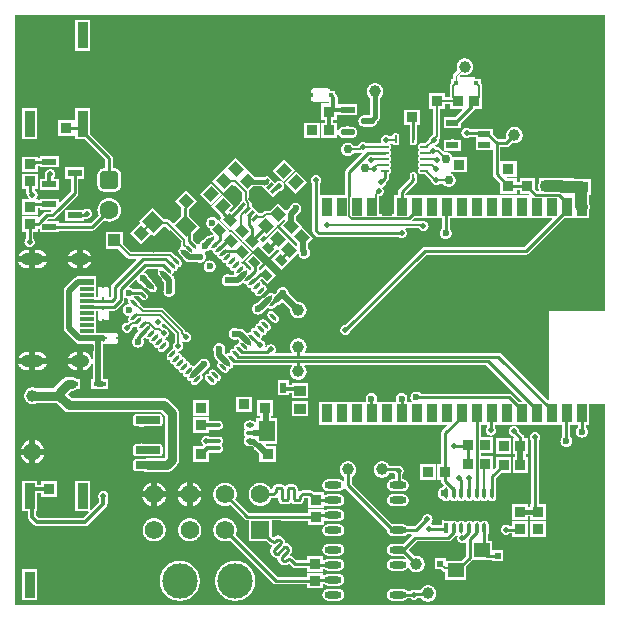
<source format=gtl>
G04*
G04 #@! TF.GenerationSoftware,Altium Limited,Altium Designer,25.0.2 (28)*
G04*
G04 Layer_Physical_Order=1*
G04 Layer_Color=255*
%FSLAX25Y25*%
%MOIN*%
G70*
G04*
G04 #@! TF.SameCoordinates,77BAF947-F79B-4421-9DE9-08F6AA71662D*
G04*
G04*
G04 #@! TF.FilePolarity,Positive*
G04*
G01*
G75*
%ADD11C,0.00984*%
%ADD13C,0.00787*%
%ADD15C,0.01500*%
%ADD20R,0.03788X0.03681*%
G04:AMPARAMS|DCode=21|XSize=11.81mil|YSize=23.62mil|CornerRadius=1.95mil|HoleSize=0mil|Usage=FLASHONLY|Rotation=90.000|XOffset=0mil|YOffset=0mil|HoleType=Round|Shape=RoundedRectangle|*
%AMROUNDEDRECTD21*
21,1,0.01181,0.01972,0,0,90.0*
21,1,0.00791,0.02362,0,0,90.0*
1,1,0.00390,0.00986,0.00396*
1,1,0.00390,0.00986,-0.00396*
1,1,0.00390,-0.00986,-0.00396*
1,1,0.00390,-0.00986,0.00396*
%
%ADD21ROUNDEDRECTD21*%
%ADD22R,0.03400X0.08700*%
G04:AMPARAMS|DCode=23|XSize=125.98mil|YSize=82.68mil|CornerRadius=2.07mil|HoleSize=0mil|Usage=FLASHONLY|Rotation=270.000|XOffset=0mil|YOffset=0mil|HoleType=Round|Shape=RoundedRectangle|*
%AMROUNDEDRECTD23*
21,1,0.12598,0.07854,0,0,270.0*
21,1,0.12185,0.08268,0,0,270.0*
1,1,0.00413,-0.03927,-0.06093*
1,1,0.00413,-0.03927,0.06093*
1,1,0.00413,0.03927,0.06093*
1,1,0.00413,0.03927,-0.06093*
%
%ADD23ROUNDEDRECTD23*%
G04:AMPARAMS|DCode=24|XSize=23.62mil|YSize=82.68mil|CornerRadius=2.01mil|HoleSize=0mil|Usage=FLASHONLY|Rotation=270.000|XOffset=0mil|YOffset=0mil|HoleType=Round|Shape=RoundedRectangle|*
%AMROUNDEDRECTD24*
21,1,0.02362,0.07866,0,0,270.0*
21,1,0.01961,0.08268,0,0,270.0*
1,1,0.00402,-0.03933,-0.00980*
1,1,0.00402,-0.03933,0.00980*
1,1,0.00402,0.03933,0.00980*
1,1,0.00402,0.03933,-0.00980*
%
%ADD24ROUNDEDRECTD24*%
%ADD25R,0.03858X0.03386*%
%ADD26R,0.03772X0.03591*%
%ADD27R,0.05328X0.07103*%
G04:AMPARAMS|DCode=28|XSize=37.64mil|YSize=12.3mil|CornerRadius=6.15mil|HoleSize=0mil|Usage=FLASHONLY|Rotation=90.000|XOffset=0mil|YOffset=0mil|HoleType=Round|Shape=RoundedRectangle|*
%AMROUNDEDRECTD28*
21,1,0.03764,0.00000,0,0,90.0*
21,1,0.02534,0.01230,0,0,90.0*
1,1,0.01230,0.00000,0.01267*
1,1,0.01230,0.00000,-0.01267*
1,1,0.01230,0.00000,-0.01267*
1,1,0.01230,0.00000,0.01267*
%
%ADD28ROUNDEDRECTD28*%
%ADD29R,0.01230X0.03764*%
%ADD30C,0.03937*%
%ADD31C,0.02953*%
%ADD32R,0.05512X0.04724*%
%ADD33R,0.02047X0.02047*%
G04:AMPARAMS|DCode=34|XSize=37.72mil|YSize=35.91mil|CornerRadius=0mil|HoleSize=0mil|Usage=FLASHONLY|Rotation=225.000|XOffset=0mil|YOffset=0mil|HoleType=Round|Shape=Rectangle|*
%AMROTATEDRECTD34*
4,1,4,0.00064,0.02603,0.02603,0.00064,-0.00064,-0.02603,-0.02603,-0.00064,0.00064,0.02603,0.0*
%
%ADD34ROTATEDRECTD34*%

G04:AMPARAMS|DCode=35|XSize=37.72mil|YSize=35.91mil|CornerRadius=0mil|HoleSize=0mil|Usage=FLASHONLY|Rotation=315.000|XOffset=0mil|YOffset=0mil|HoleType=Round|Shape=Rectangle|*
%AMROTATEDRECTD35*
4,1,4,-0.02603,0.00064,-0.00064,0.02603,0.02603,-0.00064,0.00064,-0.02603,-0.02603,0.00064,0.0*
%
%ADD35ROTATEDRECTD35*%

G04:AMPARAMS|DCode=36|XSize=33.86mil|YSize=38.58mil|CornerRadius=0mil|HoleSize=0mil|Usage=FLASHONLY|Rotation=45.000|XOffset=0mil|YOffset=0mil|HoleType=Round|Shape=Rectangle|*
%AMROTATEDRECTD36*
4,1,4,0.00167,-0.02561,-0.02561,0.00167,-0.00167,0.02561,0.02561,-0.00167,0.00167,-0.02561,0.0*
%
%ADD36ROTATEDRECTD36*%

G04:AMPARAMS|DCode=37|XSize=28.94mil|YSize=33.94mil|CornerRadius=0mil|HoleSize=0mil|Usage=FLASHONLY|Rotation=225.000|XOffset=0mil|YOffset=0mil|HoleType=Round|Shape=Rectangle|*
%AMROTATEDRECTD37*
4,1,4,-0.00177,0.02223,0.02223,-0.00177,0.00177,-0.02223,-0.02223,0.00177,-0.00177,0.02223,0.0*
%
%ADD37ROTATEDRECTD37*%

G04:AMPARAMS|DCode=38|XSize=36.81mil|YSize=37.88mil|CornerRadius=0mil|HoleSize=0mil|Usage=FLASHONLY|Rotation=135.000|XOffset=0mil|YOffset=0mil|HoleType=Round|Shape=Rectangle|*
%AMROTATEDRECTD38*
4,1,4,0.02641,0.00038,-0.00038,-0.02641,-0.02641,-0.00038,0.00038,0.02641,0.02641,0.00038,0.0*
%
%ADD38ROTATEDRECTD38*%

G04:AMPARAMS|DCode=39|XSize=36.81mil|YSize=37.88mil|CornerRadius=0mil|HoleSize=0mil|Usage=FLASHONLY|Rotation=45.000|XOffset=0mil|YOffset=0mil|HoleType=Round|Shape=Rectangle|*
%AMROTATEDRECTD39*
4,1,4,0.00038,-0.02641,-0.02641,0.00038,-0.00038,0.02641,0.02641,-0.00038,0.00038,-0.02641,0.0*
%
%ADD39ROTATEDRECTD39*%

%ADD40R,0.04153X0.03961*%
G04:AMPARAMS|DCode=41|XSize=23.75mil|YSize=9.81mil|CornerRadius=0mil|HoleSize=0mil|Usage=FLASHONLY|Rotation=45.000|XOffset=0mil|YOffset=0mil|HoleType=Round|Shape=Rectangle|*
%AMROTATEDRECTD41*
4,1,4,-0.00493,-0.01187,-0.01187,-0.00493,0.00493,0.01187,0.01187,0.00493,-0.00493,-0.01187,0.0*
%
%ADD41ROTATEDRECTD41*%

G04:AMPARAMS|DCode=42|XSize=55.12mil|YSize=62.99mil|CornerRadius=0mil|HoleSize=0mil|Usage=FLASHONLY|Rotation=45.000|XOffset=0mil|YOffset=0mil|HoleType=Round|Shape=Rectangle|*
%AMROTATEDRECTD42*
4,1,4,0.00278,-0.04176,-0.04176,0.00278,-0.00278,0.04176,0.04176,-0.00278,0.00278,-0.04176,0.0*
%
%ADD42ROTATEDRECTD42*%

%ADD43R,0.01000X0.01400*%
%ADD44R,0.04095X0.01811*%
%ADD45R,0.04528X0.02362*%
%ADD46R,0.04528X0.01181*%
%ADD47R,0.03543X0.03543*%
%ADD48R,0.03543X0.05906*%
G04:AMPARAMS|DCode=49|XSize=24mil|YSize=33mil|CornerRadius=0mil|HoleSize=0mil|Usage=FLASHONLY|Rotation=45.000|XOffset=0mil|YOffset=0mil|HoleType=Round|Shape=Rectangle|*
%AMROTATEDRECTD49*
4,1,4,0.00318,-0.02015,-0.02015,0.00318,-0.00318,0.02015,0.02015,-0.00318,0.00318,-0.02015,0.0*
%
%ADD49ROTATEDRECTD49*%

%ADD50O,0.05709X0.02362*%
G04:AMPARAMS|DCode=51|XSize=29.53mil|YSize=9.84mil|CornerRadius=4.92mil|HoleSize=0mil|Usage=FLASHONLY|Rotation=315.000|XOffset=0mil|YOffset=0mil|HoleType=Round|Shape=RoundedRectangle|*
%AMROUNDEDRECTD51*
21,1,0.02953,0.00000,0,0,315.0*
21,1,0.01968,0.00984,0,0,315.0*
1,1,0.00984,0.00696,-0.00696*
1,1,0.00984,-0.00696,0.00696*
1,1,0.00984,-0.00696,0.00696*
1,1,0.00984,0.00696,-0.00696*
%
%ADD51ROUNDEDRECTD51*%
G04:AMPARAMS|DCode=52|XSize=9.84mil|YSize=29.53mil|CornerRadius=4.92mil|HoleSize=0mil|Usage=FLASHONLY|Rotation=315.000|XOffset=0mil|YOffset=0mil|HoleType=Round|Shape=RoundedRectangle|*
%AMROUNDEDRECTD52*
21,1,0.00984,0.01968,0,0,315.0*
21,1,0.00000,0.02953,0,0,315.0*
1,1,0.00984,-0.00696,-0.00696*
1,1,0.00984,-0.00696,-0.00696*
1,1,0.00984,0.00696,0.00696*
1,1,0.00984,0.00696,0.00696*
%
%ADD52ROUNDEDRECTD52*%
%ADD53P,0.24777X4X360.0*%
%ADD54R,0.03681X0.03788*%
%ADD55R,0.02400X0.03300*%
%ADD56R,0.01400X0.01000*%
G04:AMPARAMS|DCode=57|XSize=9.45mil|YSize=23.62mil|CornerRadius=1.98mil|HoleSize=0mil|Usage=FLASHONLY|Rotation=180.000|XOffset=0mil|YOffset=0mil|HoleType=Round|Shape=RoundedRectangle|*
%AMROUNDEDRECTD57*
21,1,0.00945,0.01965,0,0,180.0*
21,1,0.00548,0.02362,0,0,180.0*
1,1,0.00397,-0.00274,0.00983*
1,1,0.00397,0.00274,0.00983*
1,1,0.00397,0.00274,-0.00983*
1,1,0.00397,-0.00274,-0.00983*
%
%ADD57ROUNDEDRECTD57*%
G04:AMPARAMS|DCode=58|XSize=9.45mil|YSize=23.62mil|CornerRadius=1.98mil|HoleSize=0mil|Usage=FLASHONLY|Rotation=270.000|XOffset=0mil|YOffset=0mil|HoleType=Round|Shape=RoundedRectangle|*
%AMROUNDEDRECTD58*
21,1,0.00945,0.01965,0,0,270.0*
21,1,0.00548,0.02362,0,0,270.0*
1,1,0.00397,-0.00983,-0.00274*
1,1,0.00397,-0.00983,0.00274*
1,1,0.00397,0.00983,0.00274*
1,1,0.00397,0.00983,-0.00274*
%
%ADD58ROUNDEDRECTD58*%
G04:AMPARAMS|DCode=59|XSize=80.71mil|YSize=80.71mil|CornerRadius=2.02mil|HoleSize=0mil|Usage=FLASHONLY|Rotation=270.000|XOffset=0mil|YOffset=0mil|HoleType=Round|Shape=RoundedRectangle|*
%AMROUNDEDRECTD59*
21,1,0.08071,0.07667,0,0,270.0*
21,1,0.07667,0.08071,0,0,270.0*
1,1,0.00404,-0.03834,-0.03834*
1,1,0.00404,-0.03834,0.03834*
1,1,0.00404,0.03834,0.03834*
1,1,0.00404,0.03834,-0.03834*
%
%ADD59ROUNDEDRECTD59*%
%ADD60R,0.04800X0.02200*%
%ADD61R,0.01600X0.01400*%
G04:AMPARAMS|DCode=62|XSize=48.2mil|YSize=21.18mil|CornerRadius=10.59mil|HoleSize=0mil|Usage=FLASHONLY|Rotation=0.000|XOffset=0mil|YOffset=0mil|HoleType=Round|Shape=RoundedRectangle|*
%AMROUNDEDRECTD62*
21,1,0.04820,0.00000,0,0,0.0*
21,1,0.02702,0.02118,0,0,0.0*
1,1,0.02118,0.01351,0.00000*
1,1,0.02118,-0.01351,0.00000*
1,1,0.02118,-0.01351,0.00000*
1,1,0.02118,0.01351,0.00000*
%
%ADD62ROUNDEDRECTD62*%
%ADD63R,0.04820X0.02118*%
%ADD64R,0.04050X0.02000*%
%ADD65R,0.03591X0.03772*%
%ADD66R,0.09843X0.03762*%
G04:AMPARAMS|DCode=67|XSize=55.12mil|YSize=47.24mil|CornerRadius=0mil|HoleSize=0mil|Usage=FLASHONLY|Rotation=135.000|XOffset=0mil|YOffset=0mil|HoleType=Round|Shape=Rectangle|*
%AMROTATEDRECTD67*
4,1,4,0.03619,-0.00278,0.00278,-0.03619,-0.03619,0.00278,-0.00278,0.03619,0.03619,-0.00278,0.0*
%
%ADD67ROTATEDRECTD67*%

%ADD76R,0.16732X0.06693*%
%ADD125C,0.00984*%
G04:AMPARAMS|DCode=126|XSize=64.96mil|YSize=94.49mil|CornerRadius=1.95mil|HoleSize=0mil|Usage=FLASHONLY|Rotation=0.000|XOffset=0mil|YOffset=0mil|HoleType=Round|Shape=RoundedRectangle|*
%AMROUNDEDRECTD126*
21,1,0.06496,0.09059,0,0,0.0*
21,1,0.06106,0.09449,0,0,0.0*
1,1,0.00390,0.03053,-0.04530*
1,1,0.00390,-0.03053,-0.04530*
1,1,0.00390,-0.03053,0.04530*
1,1,0.00390,0.03053,0.04530*
%
%ADD126ROUNDEDRECTD126*%
%ADD127C,0.01968*%
%ADD128C,0.03150*%
%ADD129C,0.01815*%
%ADD130C,0.01307*%
%ADD131C,0.01181*%
%ADD132C,0.00984*%
%ADD133C,0.00984*%
%ADD134C,0.00945*%
%ADD135C,0.00728*%
%ADD136C,0.00639*%
%ADD137C,0.01378*%
%ADD138C,0.00350*%
%ADD139C,0.00425*%
%ADD140C,0.00425*%
%ADD141C,0.00984*%
%ADD142C,0.01575*%
%ADD143C,0.00425*%
%ADD144C,0.00757*%
%ADD145C,0.03937*%
%ADD146C,0.03899*%
%ADD147C,0.01268*%
%ADD148C,0.01576*%
%ADD149C,0.00625*%
%ADD150C,0.06000*%
%ADD151C,0.06299*%
G04:AMPARAMS|DCode=152|XSize=62.99mil|YSize=62.99mil|CornerRadius=15.75mil|HoleSize=0mil|Usage=FLASHONLY|Rotation=270.000|XOffset=0mil|YOffset=0mil|HoleType=Round|Shape=RoundedRectangle|*
%AMROUNDEDRECTD152*
21,1,0.06299,0.03150,0,0,270.0*
21,1,0.03150,0.06299,0,0,270.0*
1,1,0.03150,-0.01575,-0.01575*
1,1,0.03150,-0.01575,0.01575*
1,1,0.03150,0.01575,0.01575*
1,1,0.03150,0.01575,-0.01575*
%
%ADD152ROUNDEDRECTD152*%
%ADD153O,0.07677X0.04134*%
%ADD154O,0.06102X0.04134*%
%ADD155C,0.11811*%
%ADD156C,0.06181*%
%ADD157R,0.06181X0.06181*%
%ADD158C,0.01811*%
%ADD159C,0.02362*%
%ADD160C,0.01968*%
G36*
X196850Y98232D02*
X178740D01*
X178586Y98217D01*
X178437Y98172D01*
X178301Y98099D01*
X178181Y98000D01*
X178082Y97881D01*
X178009Y97744D01*
X177964Y97595D01*
X177949Y97441D01*
Y68418D01*
X177626Y68284D01*
X162097Y83812D01*
X162097Y83812D01*
X161944Y83943D01*
X161772Y84049D01*
X161586Y84126D01*
X161390Y84173D01*
X161189Y84188D01*
X96840D01*
X96672Y84538D01*
X96739Y84623D01*
X96904Y84885D01*
X97038Y85164D01*
X97141Y85456D01*
X97209Y85758D01*
X97244Y86066D01*
Y86375D01*
X97209Y86683D01*
X97141Y86985D01*
X97038Y87277D01*
X96904Y87556D01*
X96739Y87818D01*
X96546Y88060D01*
X96328Y88279D01*
X96086Y88472D01*
X95823Y88636D01*
X95544Y88771D01*
X95252Y88873D01*
X94950Y88942D01*
X94643Y88976D01*
X94333D01*
X94026Y88942D01*
X93724Y88873D01*
X93432Y88771D01*
X93153Y88636D01*
X92891Y88472D01*
X92649Y88279D01*
X92430Y88060D01*
X92237Y87818D01*
X92072Y87556D01*
X91938Y87277D01*
X91836Y86985D01*
X91767Y86683D01*
X91732Y86375D01*
Y86066D01*
X91767Y85758D01*
X91836Y85456D01*
X91938Y85164D01*
X92072Y84885D01*
X92237Y84623D01*
X92305Y84538D01*
X92136Y84188D01*
X87047D01*
X86845Y84538D01*
X86853Y84552D01*
X86938Y84757D01*
X86995Y84972D01*
X87024Y85192D01*
Y85414D01*
X86995Y85634D01*
X86938Y85848D01*
X86853Y86053D01*
X86742Y86245D01*
X86607Y86421D01*
X86450Y86578D01*
X86274Y86713D01*
X86082Y86824D01*
X85877Y86909D01*
X85662Y86967D01*
X85442Y86996D01*
X85220D01*
X85000Y86967D01*
X84786Y86909D01*
X84581Y86824D01*
X84389Y86713D01*
X84213Y86578D01*
X84056Y86421D01*
X83921Y86245D01*
X83853Y86128D01*
X83527Y86263D01*
X83554Y86364D01*
X83583Y86584D01*
Y86806D01*
X83554Y87026D01*
X83496Y87240D01*
X83411Y87445D01*
X83300Y87637D01*
X83165Y87813D01*
X83008Y87970D01*
X82832Y88105D01*
X82640Y88216D01*
X82435Y88301D01*
X82221Y88358D01*
X82082Y88377D01*
X81925Y88677D01*
X81917Y88708D01*
X81933Y88754D01*
X82051Y88826D01*
X82204Y88957D01*
X82335Y89110D01*
X82440Y89282D01*
X82517Y89468D01*
X82564Y89664D01*
X82580Y89865D01*
X82688Y89973D01*
X82889Y89989D01*
X83085Y90036D01*
X83271Y90113D01*
X83443Y90218D01*
X83596Y90349D01*
X83727Y90502D01*
X83832Y90674D01*
X83909Y90860D01*
X83956Y91056D01*
X83972Y91257D01*
X84080Y91365D01*
X84080Y91365D01*
X84281Y91381D01*
X84477Y91428D01*
X84663Y91505D01*
X84835Y91610D01*
X84988Y91741D01*
X85119Y91894D01*
X85224Y92066D01*
X85301Y92252D01*
X85348Y92448D01*
X85364Y92649D01*
X85348Y92849D01*
X85301Y93045D01*
X85224Y93231D01*
X85119Y93403D01*
X84988Y93556D01*
X83596Y94948D01*
X83443Y95079D01*
X83271Y95184D01*
X83085Y95261D01*
X82889Y95308D01*
X82688Y95324D01*
X82487Y95308D01*
X82292Y95261D01*
X82105Y95184D01*
X81934Y95079D01*
X81781Y94948D01*
X81650Y94795D01*
X81545Y94623D01*
X81467Y94437D01*
X81420Y94241D01*
X81405Y94041D01*
X81296Y93932D01*
X81296Y93932D01*
X81095Y93916D01*
X80900Y93869D01*
X80713Y93792D01*
X80542Y93687D01*
X80389Y93556D01*
X80258Y93403D01*
X80153Y93231D01*
X80076Y93045D01*
X80028Y92849D01*
X80013Y92649D01*
X79904Y92540D01*
X79703Y92524D01*
X79508Y92477D01*
X79321Y92400D01*
X79150Y92295D01*
X78997Y92164D01*
X78866Y92011D01*
X78761Y91839D01*
X78684Y91653D01*
X78636Y91457D01*
X78621Y91257D01*
X78621Y91257D01*
X78512Y91148D01*
X78312Y91132D01*
X78116Y91085D01*
X77930Y91008D01*
X77758Y90903D01*
X77605Y90772D01*
X77342Y90762D01*
X76428Y91676D01*
X76254Y91829D01*
X76060Y91958D01*
X75852Y92061D01*
X75632Y92135D01*
X75405Y92181D01*
X75173Y92196D01*
X74276D01*
X74156Y92265D01*
X73918Y92364D01*
X73669Y92431D01*
X73413Y92464D01*
X73155D01*
X72899Y92431D01*
X72650Y92364D01*
X72411Y92265D01*
X72188Y92136D01*
X71983Y91979D01*
X71801Y91796D01*
X71644Y91592D01*
X71514Y91368D01*
X71416Y91130D01*
X71349Y90881D01*
X71315Y90625D01*
Y90367D01*
X71349Y90111D01*
X71416Y89862D01*
X71514Y89623D01*
X71644Y89400D01*
X71801Y89195D01*
X71983Y89013D01*
X72188Y88855D01*
X72411Y88727D01*
X72650Y88628D01*
X72899Y88561D01*
X73155Y88527D01*
X73413D01*
X73669Y88561D01*
X73918Y88628D01*
X73959Y88645D01*
X74437D01*
X74831Y88251D01*
X74821Y87989D01*
X74690Y87835D01*
X74585Y87664D01*
X74508Y87477D01*
X74461Y87282D01*
X74445Y87081D01*
X74336Y86972D01*
X74136Y86957D01*
X73940Y86910D01*
X73754Y86832D01*
X73582Y86727D01*
X73429Y86597D01*
X73298Y86443D01*
X73193Y86272D01*
X73116Y86086D01*
X73069Y85890D01*
X73053Y85689D01*
X73053Y85689D01*
X72945Y85580D01*
X72744Y85565D01*
X72548Y85518D01*
X72362Y85440D01*
X72190Y85335D01*
X72037Y85204D01*
X71906Y85051D01*
X71801Y84880D01*
X71724Y84694D01*
X71677Y84498D01*
X71661Y84297D01*
X71553Y84189D01*
X71553Y84189D01*
X71352Y84173D01*
X71156Y84126D01*
X70970Y84049D01*
X70798Y83943D01*
X70645Y83813D01*
X70382Y83802D01*
X70016Y84168D01*
Y84702D01*
X70034Y84744D01*
X70100Y84993D01*
X70134Y85249D01*
Y85507D01*
X70100Y85763D01*
X70034Y86012D01*
X69935Y86250D01*
X69806Y86474D01*
X69649Y86678D01*
X69466Y86861D01*
X69261Y87018D01*
X69038Y87147D01*
X68800Y87246D01*
X68550Y87313D01*
X68295Y87346D01*
X68037D01*
X67781Y87313D01*
X67531Y87246D01*
X67293Y87147D01*
X67070Y87018D01*
X66865Y86861D01*
X66682Y86678D01*
X66525Y86474D01*
X66396Y86250D01*
X66298Y86012D01*
X66231Y85763D01*
X66197Y85507D01*
Y85249D01*
X66231Y84993D01*
X66298Y84744D01*
X66396Y84505D01*
X66465Y84386D01*
Y83433D01*
X66481Y83201D01*
X66526Y82973D01*
X66601Y82753D01*
X66703Y82545D01*
X66832Y82352D01*
X66985Y82177D01*
X67871Y81291D01*
X67861Y81029D01*
X67730Y80875D01*
X67625Y80704D01*
X67548Y80518D01*
X67501Y80322D01*
X67485Y80121D01*
X67501Y79920D01*
X67548Y79725D01*
X67625Y79539D01*
X67730Y79367D01*
X67861Y79214D01*
X69253Y77822D01*
X69406Y77691D01*
X69578Y77586D01*
X69764Y77508D01*
X69960Y77461D01*
X70161Y77446D01*
X70362Y77461D01*
X70557Y77508D01*
X70743Y77586D01*
X70915Y77691D01*
X71068Y77822D01*
X71199Y77975D01*
X71304Y78146D01*
X71381Y78333D01*
X71428Y78528D01*
X71444Y78729D01*
X71444Y78729D01*
X71552Y78838D01*
X71753Y78853D01*
X71949Y78900D01*
X72135Y78978D01*
X72307Y79083D01*
X72460Y79214D01*
X72591Y79367D01*
X72696Y79539D01*
X72773Y79725D01*
X72820Y79920D01*
X72836Y80121D01*
X73179Y80230D01*
X92373D01*
X92518Y79880D01*
X92430Y79792D01*
X92237Y79550D01*
X92072Y79288D01*
X91938Y79009D01*
X91836Y78717D01*
X91767Y78415D01*
X91732Y78108D01*
Y77798D01*
X91767Y77490D01*
X91836Y77189D01*
X91938Y76897D01*
X92072Y76618D01*
X92237Y76355D01*
X92430Y76113D01*
X92649Y75895D01*
X92891Y75702D01*
X93153Y75537D01*
X93432Y75403D01*
X93724Y75300D01*
X94026Y75231D01*
X94333Y75197D01*
X94643D01*
X94950Y75231D01*
X95252Y75300D01*
X95544Y75403D01*
X95823Y75537D01*
X96086Y75702D01*
X96328Y75895D01*
X96546Y76113D01*
X96739Y76355D01*
X96904Y76618D01*
X97038Y76897D01*
X97141Y77189D01*
X97209Y77490D01*
X97244Y77798D01*
Y78108D01*
X97209Y78415D01*
X97141Y78717D01*
X97038Y79009D01*
X96904Y79288D01*
X96739Y79550D01*
X96546Y79792D01*
X96459Y79880D01*
X96604Y80230D01*
X157050D01*
X169239Y68040D01*
X169106Y67716D01*
X168193D01*
X165711Y70199D01*
X165558Y70330D01*
X165386Y70435D01*
X165200Y70512D01*
X165004Y70559D01*
X164803Y70575D01*
X135355D01*
X135341Y70592D01*
X135159Y70775D01*
X134954Y70932D01*
X134731Y71061D01*
X134492Y71159D01*
X134243Y71226D01*
X133987Y71260D01*
X133729D01*
X133473Y71226D01*
X133224Y71159D01*
X132986Y71061D01*
X132762Y70932D01*
X132558Y70775D01*
X132375Y70592D01*
X132218Y70387D01*
X132089Y70164D01*
X131990Y69925D01*
X131923Y69676D01*
X131890Y69420D01*
Y69162D01*
X131923Y68906D01*
X131990Y68657D01*
X132089Y68419D01*
X132218Y68195D01*
X132317Y68067D01*
X132236Y67818D01*
X132154Y67716D01*
X130932D01*
X130774Y67933D01*
X130723Y68067D01*
X130805Y68264D01*
X130872Y68513D01*
X130905Y68769D01*
Y69027D01*
X130872Y69282D01*
X130805Y69532D01*
X130706Y69770D01*
X130577Y69994D01*
X130420Y70198D01*
X130238Y70381D01*
X130033Y70538D01*
X129809Y70667D01*
X129571Y70766D01*
X129322Y70832D01*
X129066Y70866D01*
X128808D01*
X128552Y70832D01*
X128303Y70766D01*
X128065Y70667D01*
X127841Y70538D01*
X127636Y70381D01*
X127454Y70198D01*
X127297Y69994D01*
X127168Y69770D01*
X127069Y69532D01*
X127002Y69282D01*
X126969Y69027D01*
Y68769D01*
X127002Y68513D01*
X127069Y68264D01*
X127150Y68067D01*
X127100Y67933D01*
X126942Y67716D01*
X120893D01*
X120734Y67933D01*
X120684Y68067D01*
X120766Y68264D01*
X120832Y68513D01*
X120866Y68769D01*
Y69027D01*
X120832Y69282D01*
X120766Y69532D01*
X120667Y69770D01*
X120538Y69994D01*
X120381Y70198D01*
X120198Y70381D01*
X119993Y70538D01*
X119770Y70667D01*
X119532Y70766D01*
X119282Y70832D01*
X119027Y70866D01*
X118769D01*
X118513Y70832D01*
X118263Y70766D01*
X118025Y70667D01*
X117802Y70538D01*
X117597Y70381D01*
X117414Y70198D01*
X117257Y69994D01*
X117128Y69770D01*
X117030Y69532D01*
X116963Y69282D01*
X116929Y69027D01*
Y68769D01*
X116963Y68513D01*
X117030Y68264D01*
X117111Y68067D01*
X117061Y67933D01*
X116902Y67716D01*
X101378D01*
Y60236D01*
X144106D01*
X144239Y59913D01*
X142511Y58184D01*
X142380Y58031D01*
X142275Y57859D01*
X142198Y57673D01*
X142150Y57477D01*
X142135Y57276D01*
Y47189D01*
X140790D01*
Y41827D01*
X142135D01*
Y41407D01*
X142150Y41206D01*
X142198Y41011D01*
X142275Y40825D01*
X142380Y40653D01*
X142511Y40500D01*
X142941Y40069D01*
X142926Y39689D01*
X142891Y39624D01*
X142757Y39510D01*
X142614Y39342D01*
X142568Y39266D01*
X142330Y39203D01*
X142091Y39104D01*
X141868Y38975D01*
X141663Y38818D01*
X141481Y38636D01*
X141323Y38431D01*
X141194Y38207D01*
X141096Y37969D01*
X141029Y37720D01*
X140995Y37464D01*
Y37206D01*
X141029Y36950D01*
X141096Y36701D01*
X141194Y36462D01*
X141323Y36239D01*
X141481Y36034D01*
X141663Y35852D01*
X141868Y35695D01*
X142091Y35566D01*
X142330Y35467D01*
X142462Y35431D01*
X142499Y35342D01*
X142614Y35154D01*
X142757Y34986D01*
X142925Y34843D01*
X143113Y34728D01*
X143317Y34643D01*
X143532Y34592D01*
X143752Y34574D01*
X143972Y34592D01*
X144187Y34643D01*
X144391Y34728D01*
X144579Y34843D01*
X144747Y34986D01*
X144816Y35067D01*
X144974Y35106D01*
X145089D01*
X145247Y35067D01*
X145316Y34986D01*
X145484Y34843D01*
X145672Y34728D01*
X145876Y34643D01*
X146091Y34592D01*
X146311Y34574D01*
X146531Y34592D01*
X146746Y34643D01*
X146950Y34728D01*
X147138Y34843D01*
X147306Y34986D01*
X147375Y35067D01*
X147533Y35106D01*
X147648D01*
X147806Y35067D01*
X147875Y34986D01*
X148043Y34843D01*
X148231Y34728D01*
X148435Y34643D01*
X148650Y34592D01*
X148870Y34574D01*
X149090Y34592D01*
X149305Y34643D01*
X149509Y34728D01*
X149697Y34843D01*
X149865Y34986D01*
X149934Y35067D01*
X150092Y35106D01*
X150207D01*
X150365Y35067D01*
X150434Y34986D01*
X150602Y34843D01*
X150790Y34728D01*
X150994Y34643D01*
X151209Y34592D01*
X151429Y34574D01*
X151649Y34592D01*
X151864Y34643D01*
X152068Y34728D01*
X152256Y34843D01*
X152424Y34986D01*
X152493Y35067D01*
X152651Y35106D01*
X152766D01*
X152924Y35067D01*
X152993Y34986D01*
X153161Y34843D01*
X153349Y34728D01*
X153553Y34643D01*
X153768Y34592D01*
X153988Y34574D01*
X154208Y34592D01*
X154423Y34643D01*
X154627Y34728D01*
X154815Y34843D01*
X154983Y34986D01*
X155052Y35067D01*
X155210Y35106D01*
X155325D01*
X155483Y35067D01*
X155552Y34986D01*
X155720Y34843D01*
X155909Y34728D01*
X156113Y34643D01*
X156327Y34592D01*
X156547Y34574D01*
X156767Y34592D01*
X156982Y34643D01*
X157186Y34728D01*
X157374Y34843D01*
X157542Y34986D01*
X157611Y35067D01*
X157769Y35106D01*
X157885D01*
X158043Y35067D01*
X158112Y34986D01*
X158279Y34843D01*
X158468Y34728D01*
X158672Y34643D01*
X158886Y34592D01*
X159106Y34574D01*
X159326Y34592D01*
X159541Y34643D01*
X159745Y34728D01*
X159933Y34843D01*
X160101Y34986D01*
X160245Y35154D01*
X160360Y35342D01*
X160444Y35546D01*
X160496Y35761D01*
X160513Y35981D01*
Y38515D01*
X160496Y38735D01*
X160444Y38950D01*
X160389Y39083D01*
Y42439D01*
X162119Y44169D01*
X165560D01*
Y49532D01*
X160304D01*
Y45984D01*
X159768Y45448D01*
X159444Y45582D01*
Y49881D01*
X155271D01*
Y50719D01*
X159345D01*
Y56081D01*
X155271D01*
Y60236D01*
X157378D01*
Y59376D01*
X157251Y59210D01*
X157140Y59018D01*
X157055Y58813D01*
X156998Y58599D01*
X156968Y58379D01*
Y58157D01*
X156998Y57937D01*
X157055Y57722D01*
X157140Y57517D01*
X157251Y57325D01*
X157386Y57149D01*
X157543Y56992D01*
X157719Y56857D01*
X157911Y56746D01*
X158116Y56661D01*
X158330Y56604D01*
X158551Y56575D01*
X158772D01*
X158992Y56604D01*
X159207Y56661D01*
X159412Y56746D01*
X159604Y56857D01*
X159780Y56992D01*
X159937Y57149D01*
X160072Y57325D01*
X160183Y57517D01*
X160268Y57722D01*
X160325Y57937D01*
X160354Y58157D01*
Y58379D01*
X160325Y58599D01*
X160268Y58813D01*
X160183Y59018D01*
X160072Y59210D01*
X159945Y59376D01*
Y60236D01*
X182575D01*
Y56221D01*
X182558Y56208D01*
X182375Y56025D01*
X182218Y55820D01*
X182089Y55597D01*
X181990Y55358D01*
X181924Y55109D01*
X181890Y54853D01*
Y54595D01*
X181924Y54339D01*
X181990Y54090D01*
X182089Y53852D01*
X182218Y53628D01*
X182375Y53424D01*
X182558Y53241D01*
X182762Y53084D01*
X182986Y52955D01*
X183224Y52856D01*
X183474Y52789D01*
X183729Y52756D01*
X183987D01*
X184243Y52789D01*
X184493Y52856D01*
X184731Y52955D01*
X184954Y53084D01*
X185159Y53241D01*
X185342Y53424D01*
X185499Y53628D01*
X185628Y53852D01*
X185726Y54090D01*
X185793Y54339D01*
X185827Y54595D01*
Y54853D01*
X185793Y55109D01*
X185726Y55358D01*
X185628Y55597D01*
X185499Y55820D01*
X185342Y56025D01*
X185159Y56208D01*
X185142Y56221D01*
Y60236D01*
X187693D01*
Y59370D01*
X187676Y59357D01*
X187493Y59175D01*
X187336Y58970D01*
X187207Y58746D01*
X187108Y58508D01*
X187042Y58259D01*
X187008Y58003D01*
Y57745D01*
X187042Y57489D01*
X187108Y57240D01*
X187207Y57001D01*
X187336Y56778D01*
X187493Y56573D01*
X187676Y56391D01*
X187880Y56234D01*
X188104Y56105D01*
X188342Y56006D01*
X188592Y55939D01*
X188847Y55905D01*
X189105D01*
X189361Y55939D01*
X189611Y56006D01*
X189849Y56105D01*
X190072Y56234D01*
X190277Y56391D01*
X190460Y56573D01*
X190617Y56778D01*
X190746Y57001D01*
X190844Y57240D01*
X190911Y57489D01*
X190945Y57745D01*
Y58003D01*
X190911Y58259D01*
X190844Y58508D01*
X190746Y58746D01*
X190617Y58970D01*
X190460Y59175D01*
X190277Y59357D01*
X190260Y59370D01*
Y60236D01*
X191496D01*
Y67122D01*
X196850D01*
Y0D01*
X0D01*
Y196850D01*
X196850D01*
Y98232D01*
D02*
G37*
%LPC*%
G36*
X25125Y195084D02*
X20150D01*
Y184809D01*
X25125D01*
Y195084D01*
D02*
G37*
G36*
X150155Y182283D02*
X149845D01*
X149538Y182249D01*
X149236Y182180D01*
X148944Y182078D01*
X148665Y181943D01*
X148403Y181779D01*
X148161Y181586D01*
X147942Y181367D01*
X147749Y181125D01*
X147584Y180863D01*
X147450Y180584D01*
X147348Y180292D01*
X147279Y179990D01*
X147244Y179682D01*
Y179373D01*
X147279Y179065D01*
X147348Y178763D01*
X147450Y178471D01*
X147474Y178422D01*
X146333Y177282D01*
X146208Y177130D01*
X146115Y176956D01*
X146058Y176767D01*
X146039Y176571D01*
Y175830D01*
X146001Y175503D01*
X145456D01*
Y174104D01*
X145306Y173953D01*
X145185Y173812D01*
X145088Y173654D01*
X145017Y173482D01*
X144974Y173301D01*
X144959Y173116D01*
Y170791D01*
X144949D01*
Y169295D01*
X143331D01*
Y170693D01*
X137984D01*
Y165527D01*
X139473D01*
Y156752D01*
X139433Y156747D01*
X139218Y156689D01*
X139013Y156604D01*
X138821Y156493D01*
X138645Y156358D01*
X138488Y156201D01*
X138353Y156025D01*
X138242Y155833D01*
X138157Y155628D01*
X138100Y155414D01*
X138099Y155404D01*
X136715Y154021D01*
X135435D01*
X135242Y154001D01*
X135056Y153945D01*
X134885Y153854D01*
X134734Y153730D01*
X134611Y153580D01*
X134520Y153409D01*
X134463Y153223D01*
X134444Y153030D01*
Y152482D01*
X134463Y152289D01*
X134520Y152103D01*
X134611Y151932D01*
X134727Y151772D01*
X134611Y151612D01*
X134520Y151441D01*
X134463Y151255D01*
X134444Y151061D01*
Y150513D01*
X134463Y150320D01*
X134520Y150134D01*
X134611Y149963D01*
X134734Y149813D01*
Y149793D01*
X134611Y149643D01*
X134520Y149472D01*
X134463Y149286D01*
X134444Y149093D01*
Y148545D01*
X134463Y148352D01*
X134520Y148166D01*
X134611Y147995D01*
X134727Y147835D01*
X134611Y147675D01*
X134520Y147503D01*
X134463Y147318D01*
X134444Y147124D01*
Y146576D01*
X134463Y146383D01*
X134520Y146197D01*
X134611Y146026D01*
X134734Y145876D01*
Y145856D01*
X134611Y145706D01*
X134520Y145535D01*
X134463Y145349D01*
X134444Y145156D01*
Y144608D01*
X134463Y144415D01*
X134520Y144229D01*
X134611Y144058D01*
X134734Y143907D01*
X134885Y143784D01*
X135056Y143693D01*
X135242Y143636D01*
X135435Y143617D01*
X136715D01*
X138881Y141452D01*
X138887Y141401D01*
X138945Y141187D01*
X139030Y140982D01*
X139140Y140790D01*
X139276Y140614D01*
X139433Y140457D01*
X139609Y140322D01*
X139801Y140211D01*
X140006Y140126D01*
X140220Y140068D01*
X140440Y140040D01*
X140662D01*
X140882Y140068D01*
X141096Y140126D01*
X141302Y140211D01*
X141494Y140322D01*
X141670Y140457D01*
X141761Y140548D01*
X142755D01*
X142799Y140472D01*
X142979Y140236D01*
X143189Y140027D01*
X143425Y139846D01*
X143682Y139698D01*
X143956Y139584D01*
X144243Y139507D01*
X144537Y139469D01*
X144833D01*
X145128Y139507D01*
X145414Y139584D01*
X145688Y139698D01*
X145945Y139846D01*
X146181Y140027D01*
X146391Y140236D01*
X146571Y140472D01*
X146720Y140729D01*
X146833Y141003D01*
X146910Y141290D01*
X146949Y141584D01*
Y141881D01*
X146910Y142175D01*
X146833Y142462D01*
X146720Y142736D01*
X146571Y142993D01*
X146391Y143228D01*
X146181Y143438D01*
X145945Y143619D01*
X145688Y143767D01*
X145533Y143831D01*
X145414Y143880D01*
X145390Y143917D01*
X145570Y144267D01*
X145578Y144267D01*
X145592D01*
X145592Y144267D01*
X145594Y144267D01*
X150599D01*
Y149433D01*
X145880D01*
X145849Y149548D01*
X145736Y149822D01*
X145587Y150079D01*
X145406Y150315D01*
X145197Y150524D01*
X144961Y150705D01*
X144704Y150854D01*
X144430Y150967D01*
X144143Y151044D01*
X143849Y151083D01*
X143552D01*
X143258Y151044D01*
X143174Y151021D01*
X142927Y151268D01*
X143141Y151549D01*
X143424Y151549D01*
X145077D01*
X145272Y151469D01*
X145521Y151402D01*
X145777Y151368D01*
X146035D01*
X146291Y151402D01*
X146540Y151469D01*
X146735Y151549D01*
X148719D01*
Y155124D01*
X146735D01*
X146540Y155205D01*
X146291Y155271D01*
X146035Y155305D01*
X145777D01*
X145521Y155271D01*
X145272Y155205D01*
X145077Y155124D01*
X143094D01*
Y151896D01*
X143094Y151596D01*
X142813Y151382D01*
X141857Y152338D01*
X141716Y152459D01*
X141557Y152556D01*
X141385Y152627D01*
X141205Y152671D01*
X141019Y152685D01*
X140652D01*
X140646Y152693D01*
X140489Y152850D01*
X140313Y152985D01*
X140152Y153078D01*
X140136Y153172D01*
X140193Y153445D01*
X140309Y153476D01*
X140514Y153561D01*
X140706Y153672D01*
X140882Y153807D01*
X141039Y153964D01*
X141174Y154140D01*
X141285Y154332D01*
X141370Y154537D01*
X141428Y154752D01*
X141457Y154972D01*
Y155194D01*
X141435Y155356D01*
X141495Y155416D01*
X141616Y155557D01*
X141713Y155716D01*
X141784Y155887D01*
X141828Y156068D01*
X141842Y156254D01*
Y165527D01*
X143331D01*
Y166925D01*
X144949D01*
Y165429D01*
X149111D01*
X149245Y165105D01*
X146764Y162624D01*
X143094D01*
Y159049D01*
X148719D01*
Y160669D01*
X152937Y164888D01*
X153078Y165053D01*
X153192Y165238D01*
X153271Y165429D01*
X155838D01*
Y170791D01*
X155828D01*
Y173116D01*
X155828Y173116D01*
X155828Y173116D01*
X155819Y173230D01*
X155814Y173301D01*
X155814Y173301D01*
X155814Y173301D01*
X155780Y173442D01*
X155771Y173482D01*
X155771Y173482D01*
X155771Y173482D01*
X155732Y173574D01*
X155699Y173654D01*
X155699Y173654D01*
X155699Y173654D01*
X155666Y173709D01*
X155602Y173812D01*
X155602Y173812D01*
X155602Y173812D01*
X155529Y173897D01*
X155482Y173953D01*
X155481Y173953D01*
X155481Y173954D01*
X155331Y174104D01*
Y175503D01*
X153526D01*
X153520Y175570D01*
X153475Y175718D01*
X153402Y175855D01*
X153303Y175975D01*
X153183Y176074D01*
X153047Y176147D01*
X152898Y176192D01*
X152744Y176207D01*
X148558D01*
X148424Y176530D01*
X148895Y177001D01*
X148944Y176977D01*
X149236Y176875D01*
X149538Y176806D01*
X149845Y176772D01*
X150155D01*
X150462Y176806D01*
X150764Y176875D01*
X151056Y176977D01*
X151335Y177112D01*
X151597Y177276D01*
X151839Y177469D01*
X152058Y177688D01*
X152251Y177930D01*
X152416Y178192D01*
X152550Y178471D01*
X152652Y178763D01*
X152721Y179065D01*
X152756Y179373D01*
Y179682D01*
X152721Y179990D01*
X152652Y180292D01*
X152550Y180584D01*
X152416Y180863D01*
X152251Y181125D01*
X152058Y181367D01*
X151839Y181586D01*
X151597Y181779D01*
X151335Y181943D01*
X151056Y182078D01*
X150764Y182180D01*
X150462Y182249D01*
X150155Y182283D01*
D02*
G37*
G36*
X120234Y174016D02*
X119924D01*
X119616Y173981D01*
X119315Y173912D01*
X119022Y173810D01*
X118744Y173676D01*
X118482Y173511D01*
X118239Y173318D01*
X118021Y173099D01*
X117828Y172857D01*
X117663Y172595D01*
X117529Y172316D01*
X117426Y172024D01*
X117358Y171722D01*
X117323Y171415D01*
Y171105D01*
X117358Y170798D01*
X117426Y170496D01*
X117529Y170203D01*
X117663Y169925D01*
X117828Y169663D01*
X118021Y169421D01*
X118239Y169202D01*
X118482Y169009D01*
X118537Y168974D01*
Y163582D01*
X118504Y163530D01*
X118187Y163329D01*
X118101Y163352D01*
X117846Y163386D01*
X117587D01*
X117332Y163352D01*
X117082Y163285D01*
X117040Y163268D01*
X116366D01*
X116124Y163252D01*
X115887Y163205D01*
X115658Y163127D01*
X115440Y163020D01*
X115239Y162885D01*
X115057Y162726D01*
X114898Y162544D01*
X114763Y162343D01*
X114656Y162126D01*
X114578Y161896D01*
X114531Y161659D01*
X114515Y161417D01*
X114531Y161176D01*
X114578Y160938D01*
X114656Y160709D01*
X114763Y160492D01*
X114898Y160291D01*
X115057Y160109D01*
X115239Y159949D01*
X115440Y159815D01*
X115658Y159708D01*
X115887Y159630D01*
X116124Y159583D01*
X116366Y159567D01*
X117040D01*
X117082Y159549D01*
X117332Y159483D01*
X117587Y159449D01*
X117846D01*
X118101Y159483D01*
X118351Y159549D01*
X118393Y159567D01*
X119067D01*
X119309Y159583D01*
X119546Y159630D01*
X119775Y159708D01*
X119993Y159815D01*
X120194Y159949D01*
X120376Y160109D01*
X120535Y160291D01*
X120670Y160492D01*
X120777Y160709D01*
X120855Y160938D01*
X120902Y161176D01*
X120906Y161243D01*
X121169Y161505D01*
X121326Y161689D01*
X121453Y161896D01*
X121545Y162119D01*
X121602Y162355D01*
X121621Y162596D01*
Y168974D01*
X121676Y169009D01*
X121918Y169202D01*
X122137Y169421D01*
X122330Y169663D01*
X122495Y169925D01*
X122629Y170203D01*
X122731Y170496D01*
X122800Y170798D01*
X122835Y171105D01*
Y171415D01*
X122800Y171722D01*
X122731Y172024D01*
X122629Y172316D01*
X122495Y172595D01*
X122330Y172857D01*
X122137Y173099D01*
X121918Y173318D01*
X121676Y173511D01*
X121414Y173676D01*
X121135Y173810D01*
X120843Y173912D01*
X120541Y173981D01*
X120234Y174016D01*
D02*
G37*
G36*
X25125Y165584D02*
X20150D01*
Y160339D01*
X19709D01*
Y161638D01*
X14362D01*
Y156472D01*
X19709D01*
Y157772D01*
X20150D01*
Y155309D01*
X23310D01*
X30213Y148407D01*
Y145753D01*
X29921D01*
X29612Y145733D01*
X29309Y145672D01*
X29015Y145573D01*
X28738Y145436D01*
X28480Y145264D01*
X28247Y145060D01*
X28043Y144827D01*
X27871Y144569D01*
X27734Y144292D01*
X27635Y143999D01*
X27574Y143695D01*
X27554Y143386D01*
Y140236D01*
X27574Y139927D01*
X27635Y139623D01*
X27734Y139330D01*
X27871Y139052D01*
X28043Y138795D01*
X28247Y138562D01*
X28480Y138358D01*
X28738Y138186D01*
X29015Y138049D01*
X29309Y137950D01*
X29612Y137889D01*
X29921Y137869D01*
X33071D01*
X33380Y137889D01*
X33684Y137950D01*
X33977Y138049D01*
X34255Y138186D01*
X34512Y138358D01*
X34745Y138562D01*
X34949Y138795D01*
X35121Y139052D01*
X35258Y139330D01*
X35358Y139623D01*
X35418Y139927D01*
X35438Y140236D01*
Y143386D01*
X35418Y143695D01*
X35358Y143999D01*
X35258Y144292D01*
X35121Y144569D01*
X34949Y144827D01*
X34745Y145060D01*
X34512Y145264D01*
X34255Y145436D01*
X33977Y145573D01*
X33684Y145672D01*
X33380Y145733D01*
X33071Y145753D01*
X32780D01*
Y148938D01*
X32780Y148939D01*
X32764Y149139D01*
X32717Y149335D01*
X32640Y149521D01*
X32535Y149693D01*
X32404Y149846D01*
X25125Y157124D01*
Y165584D01*
D02*
G37*
G36*
X104318Y172270D02*
X99619D01*
X99464Y172255D01*
X99316Y172210D01*
X99179Y172137D01*
X99059Y172038D01*
X98961Y171918D01*
X98887Y171782D01*
X98843Y171633D01*
X98827Y171479D01*
Y168679D01*
X98843Y168524D01*
X98887Y168376D01*
X98961Y168239D01*
X99059Y168119D01*
X99179Y168021D01*
X99316Y167948D01*
X99464Y167903D01*
X99619Y167887D01*
X104318D01*
X104473Y167903D01*
X104486Y167907D01*
X104782Y167737D01*
X104836Y167666D01*
Y167248D01*
X102157D01*
Y161886D01*
X103449D01*
Y160851D01*
X102157D01*
Y155685D01*
X107504D01*
Y156996D01*
X107854Y157053D01*
X107883Y156969D01*
X107990Y156752D01*
X108124Y156551D01*
X108284Y156369D01*
X108466Y156209D01*
X108667Y156075D01*
X108884Y155968D01*
X109114Y155890D01*
X109351Y155843D01*
X109592Y155827D01*
X110267D01*
X110309Y155809D01*
X110558Y155742D01*
X110814Y155709D01*
X111072D01*
X111328Y155742D01*
X111577Y155809D01*
X111620Y155827D01*
X112294D01*
X112536Y155843D01*
X112773Y155890D01*
X113002Y155968D01*
X113219Y156075D01*
X113421Y156209D01*
X113603Y156369D01*
X113762Y156551D01*
X113897Y156752D01*
X114004Y156969D01*
X114082Y157198D01*
X114129Y157436D01*
X114145Y157677D01*
X114129Y157919D01*
X114082Y158156D01*
X114004Y158385D01*
X113897Y158602D01*
X113762Y158804D01*
X113603Y158986D01*
X113421Y159145D01*
X113219Y159280D01*
X113002Y159387D01*
X112773Y159465D01*
X112536Y159512D01*
X112294Y159528D01*
X111620D01*
X111577Y159545D01*
X111328Y159612D01*
X111072Y159646D01*
X110814D01*
X110558Y159612D01*
X110309Y159545D01*
X110267Y159528D01*
X109592D01*
X109351Y159512D01*
X109114Y159465D01*
X108884Y159387D01*
X108667Y159280D01*
X108466Y159145D01*
X108284Y158986D01*
X108124Y158804D01*
X107990Y158602D01*
X107883Y158385D01*
X107854Y158301D01*
X107504Y158359D01*
Y160851D01*
X106213D01*
Y161886D01*
X107413D01*
Y163270D01*
X107746Y163311D01*
Y163311D01*
X114141D01*
Y167004D01*
X107746D01*
X107601Y167294D01*
Y169179D01*
X107601Y169179D01*
X107601Y169179D01*
X107592Y169296D01*
X107584Y169395D01*
X107584Y169395D01*
X107584Y169395D01*
X107554Y169519D01*
X107533Y169606D01*
X107533Y169606D01*
X107533Y169606D01*
X107481Y169732D01*
X107450Y169806D01*
X107450Y169806D01*
X107450Y169807D01*
X107386Y169912D01*
X107337Y169991D01*
X107337Y169991D01*
X107337Y169991D01*
X107268Y170072D01*
X107196Y170156D01*
X107196Y170156D01*
X107196Y170156D01*
X106959Y170393D01*
X106957Y170399D01*
X106956Y170400D01*
X106956Y170400D01*
X106906Y170482D01*
Y171566D01*
X105101D01*
X105095Y171633D01*
X105050Y171782D01*
X104976Y171918D01*
X104878Y172038D01*
X104758Y172137D01*
X104621Y172210D01*
X104473Y172255D01*
X104318Y172270D01*
D02*
G37*
G36*
X101780Y160851D02*
X96433D01*
Y155685D01*
X101780D01*
Y160851D01*
D02*
G37*
G36*
X7409Y165584D02*
X2434D01*
Y155309D01*
X7409D01*
Y165584D01*
D02*
G37*
G36*
X166690Y159449D02*
X166381D01*
X166073Y159414D01*
X165771Y159345D01*
X165479Y159243D01*
X165200Y159109D01*
X164938Y158944D01*
X164696Y158751D01*
X164477Y158532D01*
X164284Y158290D01*
X164120Y158028D01*
X163985Y157749D01*
X163883Y157457D01*
X163814Y157155D01*
X163779Y156848D01*
Y156538D01*
X163814Y156230D01*
X163883Y155929D01*
X163902Y155875D01*
X163302Y155274D01*
X161109D01*
X159269Y157114D01*
Y158874D01*
X153644D01*
Y158688D01*
X151777D01*
X151709Y158756D01*
X151533Y158891D01*
X151341Y159002D01*
X151136Y159087D01*
X150921Y159144D01*
X150701Y159173D01*
X150480D01*
X150260Y159144D01*
X150045Y159087D01*
X149840Y159002D01*
X149648Y158891D01*
X149472Y158756D01*
X149315Y158599D01*
X149180Y158423D01*
X149069Y158231D01*
X148984Y158026D01*
X148927Y157811D01*
X148898Y157591D01*
Y157369D01*
X148927Y157149D01*
X148984Y156935D01*
X149069Y156730D01*
X149180Y156538D01*
X149315Y156362D01*
X149472Y156205D01*
X149648Y156070D01*
X149840Y155959D01*
X150045Y155874D01*
X150260Y155816D01*
X150480Y155787D01*
X150701D01*
X150921Y155816D01*
X151136Y155874D01*
X151341Y155959D01*
X151533Y156070D01*
X151601Y156122D01*
X153644D01*
Y155524D01*
X153644Y155299D01*
X153644D01*
Y155174D01*
X153644D01*
Y151599D01*
X159269D01*
X159294Y151260D01*
Y143640D01*
X159309Y143439D01*
X159356Y143243D01*
X159433Y143057D01*
X159539Y142885D01*
X159669Y142732D01*
X161886Y140516D01*
Y137075D01*
X167248D01*
Y138420D01*
X168283D01*
Y136984D01*
X171321D01*
X171334Y136964D01*
X171147Y136614D01*
X130220D01*
Y137185D01*
X133431Y140396D01*
X133527Y140425D01*
X133698Y140517D01*
X133848Y140640D01*
X133972Y140790D01*
X134063Y140961D01*
X134119Y141147D01*
X134139Y141340D01*
Y141440D01*
X134142Y141453D01*
X134157Y141654D01*
Y142323D01*
X134142Y142524D01*
X134139Y142537D01*
Y143306D01*
X134119Y143499D01*
X134063Y143685D01*
X133972Y143856D01*
X133848Y144006D01*
X133698Y144130D01*
X133527Y144221D01*
X133341Y144277D01*
X133148Y144296D01*
X132600D01*
X132407Y144277D01*
X132221Y144221D01*
X132050Y144130D01*
X131899Y144006D01*
X131776Y143856D01*
X131685Y143685D01*
X131628Y143499D01*
X131609Y143306D01*
Y142537D01*
X131606Y142524D01*
X131590Y142323D01*
Y142186D01*
X128029Y138625D01*
X127899Y138471D01*
X127793Y138300D01*
X127716Y138114D01*
X127669Y137918D01*
X127654Y137717D01*
Y136614D01*
X126378D01*
Y130363D01*
X121496D01*
Y134205D01*
X121500Y134252D01*
Y136246D01*
X121591Y136258D01*
X121805Y136316D01*
X122010Y136401D01*
X122202Y136512D01*
X122378Y136647D01*
X122535Y136803D01*
X122670Y136980D01*
X122781Y137172D01*
X122866Y137377D01*
X122924Y137591D01*
X122953Y137811D01*
Y138033D01*
X122924Y138253D01*
X122866Y138468D01*
X122781Y138672D01*
X122670Y138865D01*
X122535Y139041D01*
X122527Y139049D01*
X122521Y139114D01*
X122635Y139436D01*
X122710Y139456D01*
X122915Y139541D01*
X123107Y139652D01*
X123283Y139787D01*
X123440Y139944D01*
X123575Y140120D01*
X123686Y140312D01*
X123771Y140517D01*
X123828Y140731D01*
X123857Y140951D01*
Y141100D01*
X124333Y141575D01*
X124333Y141575D01*
X124464Y141728D01*
X124569Y141900D01*
X124646Y142086D01*
X124693Y142282D01*
X124709Y142483D01*
X124709Y142483D01*
Y143669D01*
X124787Y143693D01*
X124959Y143784D01*
X125109Y143907D01*
X125232Y144058D01*
X125323Y144229D01*
X125380Y144415D01*
X125399Y144608D01*
Y145156D01*
X125380Y145349D01*
X125323Y145535D01*
X125232Y145706D01*
X125109Y145856D01*
Y145876D01*
X125232Y146026D01*
X125323Y146197D01*
X125380Y146383D01*
X125399Y146576D01*
Y147124D01*
X125380Y147318D01*
X125323Y147503D01*
X125232Y147675D01*
X125116Y147835D01*
X125232Y147995D01*
X125323Y148166D01*
X125380Y148352D01*
X125399Y148545D01*
Y149093D01*
X125380Y149286D01*
X125323Y149472D01*
X125232Y149643D01*
X125109Y149793D01*
Y149813D01*
X125232Y149963D01*
X125323Y150134D01*
X125380Y150320D01*
X125399Y150513D01*
Y151061D01*
X125380Y151255D01*
X125323Y151441D01*
X125232Y151612D01*
X125116Y151772D01*
X125232Y151932D01*
X125323Y152103D01*
X125380Y152289D01*
X125399Y152482D01*
Y153030D01*
X125380Y153223D01*
X125323Y153409D01*
X125232Y153580D01*
X125184Y153639D01*
X125292Y153938D01*
X125337Y153989D01*
X125769D01*
X125779Y153954D01*
X125871Y153782D01*
X125994Y153632D01*
X126144Y153509D01*
X126315Y153418D01*
X126501Y153361D01*
X126695Y153342D01*
X127243D01*
X127436Y153361D01*
X127622Y153418D01*
X127793Y153509D01*
X127943Y153632D01*
X128066Y153782D01*
X128158Y153954D01*
X128214Y154139D01*
X128233Y154333D01*
Y156298D01*
X128214Y156491D01*
X128158Y156677D01*
X128066Y156848D01*
X127943Y156999D01*
X127793Y157122D01*
X127622Y157213D01*
X127436Y157270D01*
X127243Y157289D01*
X126695D01*
X126501Y157270D01*
X126315Y157213D01*
X126144Y157122D01*
X125994Y156999D01*
X125871Y156848D01*
X125779Y156677D01*
X125723Y156491D01*
X125710Y156359D01*
X124801D01*
X124691Y156443D01*
X124499Y156554D01*
X124294Y156639D01*
X124079Y156696D01*
X123859Y156725D01*
X123637D01*
X123417Y156696D01*
X123203Y156639D01*
X122998Y156554D01*
X122806Y156443D01*
X122630Y156308D01*
X122473Y156151D01*
X122338Y155975D01*
X122227Y155783D01*
X122142Y155578D01*
X122084Y155363D01*
X122055Y155143D01*
Y154921D01*
X122084Y154701D01*
X122142Y154487D01*
X122202Y154343D01*
X122204Y154323D01*
X122154Y154132D01*
X122102Y154025D01*
X122020Y153941D01*
X117351D01*
X117260Y154031D01*
X117084Y154166D01*
X116892Y154278D01*
X116687Y154362D01*
X116473Y154420D01*
X116253Y154449D01*
X116031D01*
X115811Y154420D01*
X115596Y154362D01*
X115391Y154278D01*
X115199Y154166D01*
X115023Y154031D01*
X114866Y153875D01*
X114731Y153699D01*
X114620Y153506D01*
X114535Y153301D01*
X114496Y153153D01*
X112954D01*
X112910Y153229D01*
X112729Y153464D01*
X112519Y153674D01*
X112284Y153855D01*
X112027Y154003D01*
X111753Y154117D01*
X111466Y154194D01*
X111172Y154232D01*
X110875D01*
X110581Y154194D01*
X110294Y154117D01*
X110020Y154003D01*
X109763Y153855D01*
X109528Y153674D01*
X109318Y153464D01*
X109137Y153229D01*
X108989Y152972D01*
X108875Y152698D01*
X108799Y152411D01*
X108760Y152117D01*
Y151820D01*
X108799Y151526D01*
X108875Y151239D01*
X108989Y150965D01*
X109137Y150708D01*
X109318Y150473D01*
X109528Y150263D01*
X109763Y150082D01*
X110020Y149934D01*
X110294Y149820D01*
X110581Y149743D01*
X110875Y149705D01*
X111172D01*
X111466Y149743D01*
X111753Y149820D01*
X112027Y149934D01*
X112284Y150082D01*
X112519Y150263D01*
X112729Y150473D01*
X112910Y150708D01*
X112954Y150784D01*
X115077D01*
X115263Y150798D01*
X115443Y150842D01*
X115564Y150891D01*
X115654Y150882D01*
X115692Y150827D01*
X115733Y150467D01*
X110529Y145263D01*
X110399Y145110D01*
X110293Y144938D01*
X110216Y144752D01*
X110169Y144556D01*
X110153Y144355D01*
Y142137D01*
X110153Y142137D01*
Y136614D01*
X101677D01*
Y140624D01*
X101804Y140790D01*
X101915Y140982D01*
X102000Y141187D01*
X102058Y141401D01*
X102087Y141621D01*
Y141843D01*
X102058Y142063D01*
X102000Y142278D01*
X101915Y142483D01*
X101804Y142675D01*
X101669Y142851D01*
X101512Y143008D01*
X101336Y143143D01*
X101144Y143254D01*
X100939Y143339D01*
X100725Y143396D01*
X100505Y143425D01*
X100283D01*
X100063Y143396D01*
X99848Y143339D01*
X99643Y143254D01*
X99451Y143143D01*
X99275Y143008D01*
X99118Y142851D01*
X98983Y142675D01*
X98872Y142483D01*
X98787Y142278D01*
X98730Y142063D01*
X98701Y141843D01*
Y141621D01*
X98730Y141401D01*
X98787Y141187D01*
X98872Y140982D01*
X98983Y140790D01*
X99110Y140624D01*
Y124846D01*
X99126Y124645D01*
X99173Y124449D01*
X99250Y124263D01*
X99355Y124091D01*
X99486Y123938D01*
X100402Y123023D01*
X100402Y123023D01*
X100555Y122892D01*
X100727Y122787D01*
X100913Y122710D01*
X101109Y122662D01*
X101309Y122647D01*
X127940D01*
X127994Y122605D01*
X128187Y122494D01*
X128392Y122409D01*
X128606Y122352D01*
X128826Y122323D01*
X129048D01*
X129268Y122352D01*
X129482Y122409D01*
X129687Y122494D01*
X129879Y122605D01*
X130056Y122740D01*
X130212Y122897D01*
X130348Y123073D01*
X130458Y123265D01*
X130543Y123470D01*
X130601Y123685D01*
X130630Y123905D01*
Y124127D01*
X130601Y124347D01*
X130543Y124561D01*
X130458Y124766D01*
X130348Y124958D01*
X130212Y125134D01*
X130110Y125237D01*
X130157Y125449D01*
X130245Y125587D01*
X134722D01*
X134810Y125435D01*
X134945Y125259D01*
X135102Y125102D01*
X135278Y124967D01*
X135470Y124856D01*
X135675Y124771D01*
X135890Y124714D01*
X136110Y124685D01*
X136331D01*
X136551Y124714D01*
X136766Y124771D01*
X136971Y124856D01*
X137163Y124967D01*
X137339Y125102D01*
X137496Y125259D01*
X137631Y125435D01*
X137742Y125628D01*
X137827Y125833D01*
X137884Y126047D01*
X137914Y126267D01*
Y126489D01*
X137884Y126709D01*
X137827Y126923D01*
X137742Y127128D01*
X137631Y127321D01*
X137496Y127497D01*
X137339Y127654D01*
X137163Y127789D01*
X136971Y127900D01*
X136766Y127984D01*
X136551Y128042D01*
X136331Y128071D01*
X136110D01*
X135890Y128042D01*
X135675Y127984D01*
X135607Y127956D01*
X132510D01*
X132365Y128306D01*
X133193Y129134D01*
X142417D01*
Y125512D01*
X142400Y125499D01*
X142218Y125317D01*
X142060Y125112D01*
X141931Y124888D01*
X141833Y124650D01*
X141766Y124401D01*
X141732Y124145D01*
Y123887D01*
X141766Y123631D01*
X141833Y123382D01*
X141931Y123143D01*
X142060Y122920D01*
X142218Y122715D01*
X142400Y122533D01*
X142605Y122376D01*
X142828Y122247D01*
X143067Y122148D01*
X143316Y122081D01*
X143572Y122047D01*
X143830D01*
X144086Y122081D01*
X144335Y122148D01*
X144573Y122247D01*
X144797Y122376D01*
X145001Y122533D01*
X145184Y122715D01*
X145341Y122920D01*
X145470Y123143D01*
X145569Y123382D01*
X145636Y123631D01*
X145669Y123887D01*
Y124145D01*
X145636Y124401D01*
X145569Y124650D01*
X145470Y124888D01*
X145341Y125112D01*
X145184Y125317D01*
X145001Y125499D01*
X144984Y125512D01*
Y129134D01*
X179105D01*
X179239Y128810D01*
X169882Y119453D01*
X136673D01*
X136472Y119437D01*
X136277Y119390D01*
X136091Y119313D01*
X135919Y119208D01*
X135766Y119077D01*
X110112Y93423D01*
X109905Y93396D01*
X109691Y93339D01*
X109486Y93254D01*
X109294Y93143D01*
X109118Y93008D01*
X108961Y92851D01*
X108826Y92675D01*
X108715Y92483D01*
X108630Y92278D01*
X108572Y92063D01*
X108543Y91843D01*
Y91621D01*
X108572Y91401D01*
X108630Y91187D01*
X108715Y90982D01*
X108826Y90790D01*
X108961Y90614D01*
X109118Y90457D01*
X109294Y90322D01*
X109486Y90211D01*
X109691Y90126D01*
X109905Y90068D01*
X110125Y90039D01*
X110347D01*
X110567Y90068D01*
X110782Y90126D01*
X110987Y90211D01*
X111179Y90322D01*
X111355Y90457D01*
X111512Y90614D01*
X111647Y90790D01*
X111758Y90982D01*
X111843Y91187D01*
X111900Y91401D01*
X111927Y91608D01*
X137205Y116886D01*
X170413D01*
X170614Y116902D01*
X170810Y116949D01*
X170996Y117026D01*
X171168Y117131D01*
X171321Y117262D01*
X183193Y129134D01*
X191496D01*
Y131851D01*
X191542Y131962D01*
X191628Y132260D01*
X191680Y132565D01*
X191697Y132874D01*
X191680Y133183D01*
X191628Y133488D01*
X191542Y133786D01*
X191500Y133887D01*
Y136789D01*
X191929D01*
Y142126D01*
X189345D01*
X189267Y142149D01*
X188962Y142200D01*
X188653Y142218D01*
X186811D01*
X186747Y142236D01*
X186442Y142288D01*
X186133Y142305D01*
X182929D01*
X182778Y142349D01*
X182473Y142400D01*
X182164Y142418D01*
X182002D01*
X181693Y142400D01*
X181685Y142399D01*
X177165D01*
X176858Y142382D01*
X176560Y142331D01*
X174582D01*
Y140574D01*
X174578Y140563D01*
X174493Y140268D01*
X174441Y139964D01*
X174424Y139658D01*
X174441Y139351D01*
X174493Y139048D01*
X174578Y138752D01*
X174582Y138741D01*
Y138051D01*
X174197D01*
X173449Y138799D01*
Y142331D01*
X168283D01*
Y140987D01*
X167248D01*
Y142331D01*
X164004D01*
X163986Y142358D01*
X164173Y142708D01*
X167248D01*
Y147964D01*
X161886D01*
X161861Y148304D01*
Y152707D01*
X163833D01*
X164034Y152723D01*
X164230Y152770D01*
X164416Y152847D01*
X164588Y152952D01*
X164741Y153083D01*
X165717Y154060D01*
X165771Y154041D01*
X166073Y153972D01*
X166381Y153937D01*
X166690D01*
X166998Y153972D01*
X167300Y154041D01*
X167592Y154143D01*
X167871Y154277D01*
X168133Y154442D01*
X168375Y154635D01*
X168594Y154854D01*
X168787Y155096D01*
X168951Y155358D01*
X169086Y155637D01*
X169188Y155929D01*
X169257Y156230D01*
X169291Y156538D01*
Y156848D01*
X169257Y157155D01*
X169188Y157457D01*
X169086Y157749D01*
X168951Y158028D01*
X168787Y158290D01*
X168594Y158532D01*
X168375Y158751D01*
X168133Y158944D01*
X167871Y159109D01*
X167592Y159243D01*
X167300Y159345D01*
X166998Y159414D01*
X166690Y159449D01*
D02*
G37*
G36*
X135169Y165181D02*
X129822D01*
Y160015D01*
X131590D01*
Y155315D01*
X131606Y155115D01*
X131609Y155102D01*
Y154333D01*
X131628Y154139D01*
X131685Y153954D01*
X131776Y153782D01*
X131899Y153632D01*
X132050Y153509D01*
X132221Y153418D01*
X132407Y153361D01*
X132600Y153342D01*
X133148D01*
X133341Y153361D01*
X133527Y153418D01*
X133698Y153509D01*
X133848Y153632D01*
X133972Y153782D01*
X134063Y153954D01*
X134119Y154139D01*
X134139Y154333D01*
Y155102D01*
X134142Y155115D01*
X134157Y155315D01*
Y160015D01*
X135169D01*
Y165181D01*
D02*
G37*
G36*
X14735Y149722D02*
X8361D01*
Y148921D01*
X7800D01*
Y149539D01*
X2437D01*
Y144283D01*
X7800D01*
Y146354D01*
X8361D01*
Y145947D01*
X14735D01*
Y149722D01*
D02*
G37*
G36*
X73607Y149053D02*
X69891Y145336D01*
X72164Y143063D01*
X72049Y142683D01*
X72017Y142677D01*
X69624Y145070D01*
X65908Y141353D01*
X69700Y137561D01*
X72232Y140093D01*
X72864D01*
X75785Y137171D01*
Y135010D01*
X75792Y134925D01*
X75046Y134179D01*
X74992Y134133D01*
X72010Y131150D01*
X71572Y131588D01*
X73069Y133086D01*
X69352Y136802D01*
X65560Y133010D01*
X68043Y130527D01*
X68047Y130485D01*
X68094Y130289D01*
X68128Y130206D01*
X68171Y130103D01*
X68276Y129931D01*
X68407Y129778D01*
X68814Y129371D01*
X68814Y129021D01*
X68317Y128524D01*
X71830Y125010D01*
X71977Y125156D01*
X72254Y124980D01*
X75767Y121467D01*
X75767Y121466D01*
X76015Y121219D01*
X79311Y117923D01*
X82471Y121083D01*
X81621Y121932D01*
X83081Y123392D01*
X83873Y122601D01*
X87590Y126317D01*
X85316Y128591D01*
X85431Y128970D01*
X85463Y128977D01*
X87856Y126584D01*
X89669Y128397D01*
X90044Y128276D01*
X90063Y128157D01*
X88474Y126568D01*
X92214Y122828D01*
X92156Y122769D01*
X94222Y120703D01*
Y119657D01*
X93899Y119523D01*
X91506Y121916D01*
X91564Y121974D01*
X87722Y125816D01*
X84215Y122308D01*
Y122308D01*
X84196Y122288D01*
X81385Y119478D01*
X84832Y116031D01*
X87405Y118603D01*
X87859Y118563D01*
X87896Y118510D01*
X87896Y118510D01*
X88134Y118258D01*
X88271Y118096D01*
X85461Y115285D01*
X88908Y111838D01*
X91490Y114421D01*
X91738Y114668D01*
X91738D01*
X94209Y117139D01*
X94354Y117129D01*
X94590Y117024D01*
X94632Y116866D01*
X94731Y116628D01*
X94860Y116404D01*
X95017Y116199D01*
X95199Y116017D01*
X95404Y115860D01*
X95627Y115731D01*
X95866Y115632D01*
X96115Y115565D01*
X96371Y115532D01*
X96629D01*
X96885Y115565D01*
X97134Y115632D01*
X97373Y115731D01*
X97596Y115860D01*
X97801Y116017D01*
X97983Y116199D01*
X98140Y116404D01*
X98269Y116628D01*
X98368Y116866D01*
X98435Y117115D01*
X98469Y117371D01*
Y117629D01*
X98435Y117885D01*
X98368Y118134D01*
X98269Y118372D01*
X98140Y118596D01*
X97983Y118801D01*
X97959Y118825D01*
X97909Y118900D01*
X97773Y119055D01*
Y120703D01*
X99505Y122435D01*
X95765Y126175D01*
X95824Y126234D01*
X93757Y128300D01*
Y129796D01*
X94424Y130463D01*
X94465Y130480D01*
X94689Y130609D01*
X94893Y130766D01*
X95076Y130949D01*
X95233Y131153D01*
X95362Y131377D01*
X95461Y131615D01*
X95528Y131864D01*
X95561Y132120D01*
Y132378D01*
X95528Y132634D01*
X95461Y132883D01*
X95362Y133122D01*
X95233Y133345D01*
X95076Y133550D01*
X94893Y133732D01*
X94689Y133890D01*
X94465Y134019D01*
X94227Y134117D01*
X93978Y134184D01*
X93722Y134218D01*
X93464D01*
X93208Y134184D01*
X92959Y134117D01*
X92720Y134019D01*
X92497Y133890D01*
X92292Y133732D01*
X92110Y133550D01*
X91953Y133345D01*
X91824Y133122D01*
X91725Y132883D01*
X91689Y132750D01*
X90726Y131787D01*
X90658Y131710D01*
X90239Y131634D01*
X87781Y134092D01*
X85249Y131560D01*
X83637D01*
X83451Y131546D01*
X83271Y131502D01*
X83099Y131431D01*
X82940Y131334D01*
X82799Y131213D01*
X82313Y130727D01*
X81248D01*
X80984Y130934D01*
X78969Y132949D01*
Y133096D01*
X79000Y133225D01*
X79015Y133410D01*
Y134150D01*
X79000Y134335D01*
X78957Y134516D01*
X78886Y134688D01*
X78789Y134846D01*
X78668Y134987D01*
X78155Y135500D01*
Y137662D01*
X78140Y137847D01*
X78097Y138028D01*
X78040Y138166D01*
X79528Y139655D01*
X82285D01*
X85995Y135945D01*
X87027Y136977D01*
X87115Y137014D01*
X87300Y137127D01*
X87465Y137268D01*
X88268Y138071D01*
X88300D01*
X88520Y138100D01*
X88734Y138157D01*
X88939Y138242D01*
X89131Y138353D01*
X89308Y138488D01*
X89464Y138645D01*
X89600Y138821D01*
X89711Y139013D01*
X89796Y139218D01*
X89853Y139433D01*
X89882Y139653D01*
Y139875D01*
X89853Y140095D01*
X89796Y140309D01*
X89711Y140514D01*
X89600Y140706D01*
X89464Y140882D01*
X89308Y141039D01*
X89131Y141174D01*
X88939Y141285D01*
X88734Y141370D01*
X88520Y141428D01*
X88300Y141457D01*
X88078D01*
X87858Y141428D01*
X87644Y141370D01*
X87439Y141285D01*
X87246Y141174D01*
X87070Y141039D01*
X86914Y140882D01*
X86660Y140866D01*
X84197Y143329D01*
X83668Y142801D01*
X83498Y142814D01*
X83498Y142814D01*
X79975D01*
X77678Y145111D01*
X77678D01*
X77399Y145261D01*
X73607Y149053D01*
D02*
G37*
G36*
X89779Y148659D02*
X85987Y144867D01*
X89703Y141151D01*
X93495Y144943D01*
X89779Y148659D01*
D02*
G37*
G36*
X11922Y145394D02*
X11700D01*
X11480Y145365D01*
X11266Y145307D01*
X11061Y145222D01*
X10868Y145111D01*
X10692Y144976D01*
X10535Y144819D01*
X10400Y144643D01*
X10289Y144451D01*
X10204Y144246D01*
X10147Y144032D01*
X10118Y143812D01*
Y143590D01*
X10147Y143370D01*
X10166Y143300D01*
Y142242D01*
X8361D01*
Y138467D01*
X14735D01*
Y142242D01*
X13241D01*
X13099Y142554D01*
X13094Y142592D01*
X13222Y142758D01*
X13332Y142950D01*
X13418Y143155D01*
X13475Y143370D01*
X13504Y143590D01*
Y143812D01*
X13475Y144032D01*
X13418Y144246D01*
X13332Y144451D01*
X13222Y144643D01*
X13086Y144819D01*
X12930Y144976D01*
X12754Y145111D01*
X12561Y145222D01*
X12356Y145307D01*
X12142Y145365D01*
X11922Y145394D01*
D02*
G37*
G36*
X93761Y144676D02*
X89969Y140884D01*
X93686Y137168D01*
X97478Y140960D01*
X93761Y144676D01*
D02*
G37*
G36*
X23135Y145982D02*
X16761D01*
Y142207D01*
X18665D01*
Y137902D01*
X15059Y134296D01*
X14735Y134430D01*
Y135549D01*
X8361D01*
Y134945D01*
X7800D01*
Y135366D01*
X7350D01*
X7215Y135626D01*
X7199Y135716D01*
X7316Y135868D01*
X7427Y136061D01*
X7512Y136266D01*
X7570Y136480D01*
X7598Y136700D01*
Y136922D01*
X7570Y137142D01*
X7512Y137356D01*
X7427Y137561D01*
X7316Y137753D01*
X7181Y137930D01*
X7024Y138086D01*
X6848Y138222D01*
X6712Y138300D01*
X6717Y138472D01*
X6796Y138650D01*
X7800D01*
Y143906D01*
X2437D01*
Y138650D01*
X3835D01*
Y137758D01*
X3850Y137557D01*
X3898Y137362D01*
X3975Y137176D01*
X4080Y137004D01*
X4211Y136851D01*
X4213Y136849D01*
Y136700D01*
X4242Y136480D01*
X4299Y136266D01*
X4384Y136061D01*
X4495Y135868D01*
X4612Y135716D01*
X4596Y135626D01*
X4462Y135366D01*
X2437D01*
Y130110D01*
X7800D01*
Y132378D01*
X8361D01*
Y131774D01*
X12079D01*
X12213Y131451D01*
X11967Y131205D01*
X10597D01*
X10397Y131189D01*
X10201Y131142D01*
X10015Y131065D01*
X9843Y130960D01*
X9690Y130829D01*
X8150Y129289D01*
X7800Y129434D01*
Y129733D01*
X2437D01*
Y124477D01*
X3638D01*
Y122171D01*
X3511Y122005D01*
X3400Y121813D01*
X3315Y121608D01*
X3257Y121394D01*
X3229Y121174D01*
Y120952D01*
X3257Y120732D01*
X3315Y120518D01*
X3400Y120313D01*
X3511Y120120D01*
X3646Y119944D01*
X3803Y119787D01*
X3979Y119652D01*
X4171Y119541D01*
X4376Y119457D01*
X4590Y119399D01*
X4810Y119370D01*
X5032D01*
X5252Y119399D01*
X5467Y119457D01*
X5672Y119541D01*
X5864Y119652D01*
X6040Y119787D01*
X6197Y119944D01*
X6332Y120120D01*
X6443Y120313D01*
X6528Y120518D01*
X6585Y120732D01*
X6614Y120952D01*
Y121174D01*
X6585Y121394D01*
X6528Y121608D01*
X6443Y121813D01*
X6332Y122005D01*
X6205Y122171D01*
Y124477D01*
X7800D01*
Y125585D01*
X8087Y125755D01*
X8095Y125756D01*
X8361Y125505D01*
Y124294D01*
X14735D01*
Y124898D01*
X25866D01*
X26067Y124914D01*
X26263Y124960D01*
X26449Y125038D01*
X26621Y125143D01*
X26774Y125274D01*
X26774Y125274D01*
X29770Y128270D01*
X29811Y128248D01*
X30168Y128100D01*
X30538Y127987D01*
X30918Y127912D01*
X31303Y127874D01*
X31690D01*
X32074Y127912D01*
X32454Y127987D01*
X32824Y128100D01*
X33182Y128248D01*
X33523Y128430D01*
X33844Y128645D01*
X34143Y128890D01*
X34417Y129164D01*
X34662Y129463D01*
X34877Y129785D01*
X35059Y130126D01*
X35208Y130483D01*
X35320Y130853D01*
X35395Y131233D01*
X35433Y131618D01*
Y132004D01*
X35395Y132389D01*
X35320Y132769D01*
X35208Y133139D01*
X35059Y133496D01*
X34877Y133837D01*
X34662Y134159D01*
X34417Y134458D01*
X34143Y134732D01*
X33844Y134977D01*
X33523Y135192D01*
X33182Y135374D01*
X32824Y135522D01*
X32454Y135635D01*
X32074Y135710D01*
X31690Y135748D01*
X31303D01*
X30918Y135710D01*
X30538Y135635D01*
X30168Y135522D01*
X29811Y135374D01*
X29470Y135192D01*
X29148Y134977D01*
X28849Y134732D01*
X28576Y134458D01*
X28330Y134159D01*
X28115Y133837D01*
X27933Y133496D01*
X27785Y133139D01*
X27672Y132769D01*
X27597Y132389D01*
X27559Y132004D01*
Y131618D01*
X27597Y131233D01*
X27672Y130853D01*
X27785Y130483D01*
X27933Y130126D01*
X27955Y130085D01*
X25335Y127465D01*
X14735D01*
Y128069D01*
X11017D01*
X10883Y128392D01*
X11129Y128638D01*
X12499D01*
X12699Y128654D01*
X12895Y128701D01*
X13081Y128778D01*
X13253Y128883D01*
X13406Y129014D01*
X15204Y130812D01*
X15204Y130812D01*
X15698Y131305D01*
X15698Y131305D01*
X20855Y136463D01*
X20855Y136463D01*
X20986Y136616D01*
X21092Y136788D01*
X21169Y136974D01*
X21216Y137170D01*
X21231Y137371D01*
Y142207D01*
X23135D01*
Y145982D01*
D02*
G37*
G36*
X65369Y140785D02*
X61577Y136993D01*
X65294Y133277D01*
X69086Y137069D01*
X65369Y140785D01*
D02*
G37*
G36*
X24106Y132225D02*
X23884D01*
X23664Y132196D01*
X23450Y132139D01*
X23245Y132054D01*
X23053Y131943D01*
X22878Y131809D01*
X16761D01*
Y128034D01*
X23135D01*
Y128638D01*
X23288D01*
X23489Y128654D01*
X23684Y128701D01*
X23870Y128778D01*
X23971Y128840D01*
X24106D01*
X24326Y128868D01*
X24541Y128926D01*
X24746Y129011D01*
X24938Y129122D01*
X25114Y129257D01*
X25271Y129414D01*
X25406Y129590D01*
X25517Y129782D01*
X25602Y129987D01*
X25659Y130201D01*
X25688Y130421D01*
Y130643D01*
X25659Y130863D01*
X25602Y131078D01*
X25517Y131283D01*
X25406Y131475D01*
X25271Y131651D01*
X25114Y131808D01*
X24938Y131943D01*
X24746Y132054D01*
X24541Y132139D01*
X24326Y132196D01*
X24106Y132225D01*
D02*
G37*
G36*
X56967Y138418D02*
X53314Y134765D01*
X55411Y132668D01*
X55382Y132549D01*
X55367Y132349D01*
Y129753D01*
X52745Y127131D01*
X51620Y128255D01*
X51479Y128376D01*
X51320Y128473D01*
X51148Y128544D01*
X50968Y128588D01*
X50782Y128602D01*
X49619D01*
X45793Y132429D01*
X41339Y127974D01*
X41742Y127571D01*
X38259Y124088D01*
X42040Y120307D01*
X45523Y123790D01*
X46350Y122964D01*
X49619Y126233D01*
X50292D01*
X55374Y121151D01*
Y120223D01*
X55388Y120038D01*
X55432Y119857D01*
X55490Y119717D01*
X55494Y119646D01*
X55483Y119596D01*
X55354Y119321D01*
X55333Y119303D01*
X55241Y119265D01*
X55069Y119159D01*
X54916Y119029D01*
X54785Y118876D01*
X54680Y118704D01*
X54603Y118518D01*
X54556Y118322D01*
X54540Y118121D01*
X54556Y117920D01*
X54603Y117725D01*
X54680Y117538D01*
X54745Y117433D01*
X54744Y117425D01*
X54759Y117193D01*
X54805Y116966D01*
X54879Y116746D01*
X54982Y116537D01*
X55111Y116344D01*
X55264Y116170D01*
X55439Y116017D01*
X55632Y115888D01*
X55840Y115785D01*
X55855Y115780D01*
X56720Y114915D01*
X56795Y114850D01*
X56894Y114762D01*
X56894Y114762D01*
X57087Y114633D01*
X57088Y114633D01*
X57296Y114531D01*
X57296Y114530D01*
X57516Y114456D01*
X57516Y114456D01*
X57743Y114410D01*
X57744Y114410D01*
X57975Y114395D01*
X60925D01*
X61148Y114303D01*
X61397Y114236D01*
X61653Y114202D01*
X61911D01*
X62167Y114236D01*
X62416Y114303D01*
X62655Y114401D01*
X62878Y114531D01*
X63083Y114688D01*
X63265Y114870D01*
X63422Y115075D01*
X63551Y115298D01*
X63650Y115537D01*
X63717Y115786D01*
X63751Y116042D01*
Y116300D01*
X63717Y116556D01*
X63650Y116805D01*
X63551Y117043D01*
X63422Y117267D01*
X63265Y117472D01*
X63203Y117534D01*
X63348Y117884D01*
X63421D01*
X63677Y117917D01*
X63927Y117984D01*
X64165Y118083D01*
X64388Y118212D01*
X64593Y118369D01*
X64715Y118491D01*
X64876Y118542D01*
X65187Y118512D01*
X65230Y118475D01*
X65402Y118370D01*
X65588Y118292D01*
X65784Y118245D01*
X65985Y118230D01*
X66093Y118121D01*
X66109Y117920D01*
X66156Y117725D01*
X66233Y117538D01*
X66338Y117367D01*
X66469Y117214D01*
X66622Y117083D01*
X66794Y116978D01*
X66980Y116901D01*
X67176Y116853D01*
X67377Y116838D01*
X67485Y116729D01*
X67501Y116528D01*
X67548Y116333D01*
X67625Y116147D01*
X67730Y115975D01*
X67861Y115822D01*
X68014Y115691D01*
X68186Y115586D01*
X68372Y115508D01*
X68568Y115462D01*
X68769Y115446D01*
X68877Y115337D01*
X68893Y115137D01*
X68940Y114941D01*
X69017Y114755D01*
X69122Y114583D01*
X69253Y114430D01*
X69406Y114299D01*
X69578Y114194D01*
X69764Y114117D01*
X69960Y114070D01*
X70161Y114054D01*
X70269Y113945D01*
X70285Y113745D01*
X70332Y113549D01*
X70409Y113363D01*
X70514Y113191D01*
X70645Y113038D01*
X70798Y112907D01*
X70970Y112802D01*
X71156Y112725D01*
X71352Y112678D01*
X71553Y112662D01*
X71661Y112553D01*
X71677Y112353D01*
X71724Y112157D01*
X71801Y111971D01*
X71906Y111799D01*
X72037Y111646D01*
X72190Y111515D01*
X72362Y111410D01*
X72548Y111333D01*
X72744Y111286D01*
X72945Y111270D01*
X73053Y111162D01*
X73053Y111161D01*
X73069Y110961D01*
X73116Y110765D01*
X73193Y110579D01*
X73273Y110449D01*
X73230Y110301D01*
X73101Y110099D01*
X71779D01*
X71556Y110191D01*
X71306Y110258D01*
X71051Y110292D01*
X70793D01*
X70537Y110258D01*
X70288Y110191D01*
X70049Y110092D01*
X69826Y109963D01*
X69621Y109806D01*
X69438Y109624D01*
X69281Y109419D01*
X69152Y109196D01*
X69054Y108957D01*
X68987Y108708D01*
X68953Y108452D01*
Y108194D01*
X68987Y107938D01*
X69054Y107689D01*
X69152Y107451D01*
X69281Y107227D01*
X69438Y107023D01*
X69621Y106840D01*
X69826Y106683D01*
X70049Y106554D01*
X70288Y106455D01*
X70537Y106388D01*
X70793Y106355D01*
X71051D01*
X71306Y106388D01*
X71556Y106455D01*
X71779Y106548D01*
X74282D01*
X74514Y106563D01*
X74742Y106608D01*
X74961Y106683D01*
X75170Y106786D01*
X75363Y106915D01*
X75537Y107068D01*
X75950Y107480D01*
X76213Y107470D01*
X76366Y107339D01*
X76538Y107234D01*
X76724Y107157D01*
X76920Y107110D01*
X77120Y107094D01*
X77229Y106986D01*
X77245Y106785D01*
X77292Y106589D01*
X77369Y106403D01*
X77474Y106231D01*
X77605Y106078D01*
X77758Y105947D01*
X77930Y105842D01*
X78116Y105765D01*
X78312Y105718D01*
X78512Y105702D01*
X78621Y105594D01*
X78636Y105393D01*
X78684Y105197D01*
X78761Y105011D01*
X78866Y104839D01*
X78997Y104686D01*
X79150Y104555D01*
X79321Y104450D01*
X79508Y104373D01*
X79703Y104326D01*
X79904Y104310D01*
X80013Y104202D01*
X80028Y104001D01*
X80076Y103805D01*
X80153Y103619D01*
X80258Y103447D01*
X80389Y103294D01*
X80542Y103163D01*
X80713Y103058D01*
X80900Y102981D01*
X81095Y102934D01*
X81296Y102918D01*
X81497Y102934D01*
X81693Y102981D01*
X81879Y103058D01*
X82051Y103163D01*
X82204Y103294D01*
X83596Y104686D01*
X83727Y104839D01*
X83832Y105011D01*
X83909Y105197D01*
X83956Y105393D01*
X83972Y105594D01*
X83956Y105795D01*
X83909Y105990D01*
X83832Y106176D01*
X83727Y106348D01*
X83596Y106501D01*
X83443Y106632D01*
X83271Y106737D01*
X83085Y106814D01*
X82889Y106861D01*
X82688Y106877D01*
X82580Y106986D01*
X82564Y107186D01*
X82517Y107382D01*
X82440Y107568D01*
X82335Y107740D01*
X82204Y107893D01*
X82051Y108024D01*
X81933Y108096D01*
X81871Y108284D01*
X81858Y108517D01*
X82306Y108964D01*
X84170Y107101D01*
X86981Y109911D01*
X83534Y113358D01*
X82001Y111825D01*
X81874Y111815D01*
X81728Y111781D01*
X81568Y111854D01*
X81397Y111988D01*
X81378Y112023D01*
Y112577D01*
X82905Y114104D01*
X79458Y117551D01*
X76648Y114740D01*
X78811Y112577D01*
Y112006D01*
X78563Y111767D01*
X78214Y111827D01*
X78159Y111916D01*
X78028Y112069D01*
X77875Y112200D01*
X77703Y112305D01*
X77517Y112382D01*
X77321Y112429D01*
X77120Y112445D01*
X77120Y112445D01*
X77012Y112553D01*
X76996Y112754D01*
X76949Y112950D01*
X76872Y113136D01*
X76767Y113308D01*
X76636Y113461D01*
X76483Y113592D01*
X76311Y113697D01*
X76125Y113774D01*
X75929Y113821D01*
X75728Y113837D01*
X75620Y113945D01*
X75620Y113945D01*
X75604Y114146D01*
X75557Y114342D01*
X75863Y114518D01*
X75884Y114497D01*
X79044Y117657D01*
X75531Y121170D01*
X75531D01*
X75501Y121200D01*
X71987Y124714D01*
X71841Y124567D01*
X71564Y124743D01*
X68050Y128257D01*
X67995Y128201D01*
X67602Y128304D01*
X67573Y128376D01*
X67444Y128600D01*
X67286Y128805D01*
X67104Y128987D01*
X66899Y129144D01*
X66676Y129273D01*
X66438Y129372D01*
X66188Y129439D01*
X65932Y129472D01*
X65674D01*
X65418Y129439D01*
X65169Y129372D01*
X64931Y129273D01*
X64707Y129144D01*
X64503Y128987D01*
X64320Y128805D01*
X64163Y128600D01*
X64034Y128376D01*
X63935Y128138D01*
X63869Y127889D01*
X63835Y127633D01*
Y127375D01*
X63869Y127119D01*
X63935Y126870D01*
X64034Y126631D01*
X64163Y126408D01*
X64320Y126203D01*
X64503Y126021D01*
X64707Y125864D01*
X64931Y125734D01*
X65003Y125705D01*
X65106Y125312D01*
X64890Y125097D01*
X66062Y123925D01*
X66021Y123742D01*
X65917Y123575D01*
X65784Y123565D01*
X65588Y123518D01*
X65402Y123441D01*
X65230Y123335D01*
X65077Y123205D01*
X64965Y123093D01*
X64870Y123099D01*
X64639Y123084D01*
X64411Y123038D01*
X64191Y122964D01*
X63983Y122861D01*
X63789Y122732D01*
X63615Y122579D01*
X62792Y121756D01*
X62658Y121720D01*
X62420Y121621D01*
X62196Y121492D01*
X61992Y121335D01*
X61809Y121153D01*
X61652Y120948D01*
X61523Y120724D01*
X61424Y120486D01*
X61391Y120361D01*
X61097Y120283D01*
X61076Y120283D01*
X61016Y120293D01*
X60907Y120421D01*
X60211Y121117D01*
X60211Y121117D01*
X59490Y121837D01*
Y123855D01*
X61661Y126026D01*
X57934Y129753D01*
Y131817D01*
X58003Y131886D01*
X58003Y131886D01*
X58036Y131925D01*
X60748Y134637D01*
X56967Y138418D01*
D02*
G37*
G36*
X22654Y118504D02*
Y116433D01*
X25541D01*
X25537Y116448D01*
X25405Y116766D01*
X25239Y117067D01*
X25039Y117348D01*
X24810Y117605D01*
X24553Y117835D01*
X24272Y118034D01*
X23971Y118201D01*
X23652Y118333D01*
X23321Y118428D01*
X22982Y118486D01*
X22654Y118504D01*
D02*
G37*
G36*
X20654D02*
X20325Y118486D01*
X19986Y118428D01*
X19655Y118333D01*
X19336Y118201D01*
X19035Y118034D01*
X18754Y117835D01*
X18497Y117605D01*
X18268Y117348D01*
X18068Y117067D01*
X17902Y116766D01*
X17770Y116448D01*
X17766Y116433D01*
X20654D01*
Y118504D01*
D02*
G37*
G36*
X7677Y118505D02*
X6906D01*
Y116433D01*
X10581D01*
X10577Y116448D01*
X10445Y116766D01*
X10278Y117067D01*
X10079Y117348D01*
X9849Y117605D01*
X9592Y117835D01*
X9312Y118034D01*
X9010Y118201D01*
X8692Y118333D01*
X8361Y118428D01*
X8021Y118486D01*
X7677Y118505D01*
D02*
G37*
G36*
X4906D02*
X4134D01*
X3790Y118486D01*
X3450Y118428D01*
X3119Y118333D01*
X2801Y118201D01*
X2500Y118034D01*
X2219Y117835D01*
X1962Y117605D01*
X1732Y117348D01*
X1533Y117067D01*
X1366Y116766D01*
X1235Y116448D01*
X1230Y116433D01*
X4906D01*
Y118505D01*
D02*
G37*
G36*
X25541Y114433D02*
X22654D01*
Y112362D01*
X22982Y112381D01*
X23321Y112438D01*
X23652Y112534D01*
X23971Y112666D01*
X24272Y112832D01*
X24553Y113032D01*
X24810Y113261D01*
X25039Y113518D01*
X25239Y113799D01*
X25405Y114100D01*
X25537Y114419D01*
X25541Y114433D01*
D02*
G37*
G36*
X20654D02*
X17766D01*
X17770Y114419D01*
X17902Y114100D01*
X18068Y113799D01*
X18268Y113518D01*
X18497Y113261D01*
X18754Y113032D01*
X19035Y112832D01*
X19336Y112666D01*
X19655Y112534D01*
X19986Y112438D01*
X20325Y112381D01*
X20654Y112362D01*
Y114433D01*
D02*
G37*
G36*
X10581D02*
X6906D01*
Y112361D01*
X7677D01*
X8021Y112381D01*
X8361Y112438D01*
X8692Y112534D01*
X9010Y112666D01*
X9312Y112832D01*
X9592Y113032D01*
X9849Y113261D01*
X10079Y113518D01*
X10278Y113799D01*
X10445Y114100D01*
X10577Y114419D01*
X10581Y114433D01*
D02*
G37*
G36*
X4906D02*
X1230D01*
X1235Y114419D01*
X1366Y114100D01*
X1533Y113799D01*
X1732Y113518D01*
X1962Y113261D01*
X2219Y113032D01*
X2500Y112832D01*
X2801Y112666D01*
X3119Y112534D01*
X3450Y112438D01*
X3790Y112381D01*
X4134Y112361D01*
X4906D01*
Y114433D01*
D02*
G37*
G36*
X65119Y114932D02*
X64860D01*
X64605Y114898D01*
X64355Y114831D01*
X64117Y114732D01*
X63894Y114603D01*
X63689Y114446D01*
X63506Y114264D01*
X63349Y114059D01*
X63220Y113836D01*
X63121Y113597D01*
X63055Y113348D01*
X63021Y113092D01*
Y112834D01*
X63055Y112578D01*
X63121Y112329D01*
X63220Y112091D01*
X63349Y111867D01*
X63506Y111662D01*
X63689Y111480D01*
X63894Y111323D01*
X64117Y111194D01*
X64355Y111095D01*
X64605Y111028D01*
X64860Y110995D01*
X65119D01*
X65374Y111028D01*
X65624Y111095D01*
X65862Y111194D01*
X66085Y111323D01*
X66290Y111480D01*
X66473Y111662D01*
X66630Y111867D01*
X66759Y112091D01*
X66858Y112329D01*
X66924Y112578D01*
X66958Y112834D01*
Y113092D01*
X66924Y113348D01*
X66858Y113597D01*
X66759Y113836D01*
X66630Y114059D01*
X66473Y114264D01*
X66290Y114446D01*
X66085Y114603D01*
X65862Y114732D01*
X65624Y114831D01*
X65374Y114898D01*
X65119Y114932D01*
D02*
G37*
G36*
X89437Y106041D02*
X89179D01*
X88924Y106007D01*
X88674Y105940D01*
X88436Y105841D01*
X88212Y105712D01*
X88008Y105555D01*
X87825Y105373D01*
X87668Y105168D01*
X87539Y104945D01*
X87440Y104706D01*
X87374Y104457D01*
X87371Y104436D01*
X86642Y103707D01*
X86379Y103717D01*
X86226Y103848D01*
X86055Y103953D01*
X85869Y104030D01*
X85673Y104077D01*
X85472Y104093D01*
X85271Y104077D01*
X85075Y104030D01*
X84889Y103953D01*
X84784Y103889D01*
X84776Y103889D01*
X84544Y103874D01*
X84316Y103829D01*
X84096Y103754D01*
X83888Y103651D01*
X83695Y103522D01*
X83521Y103369D01*
X80989Y100838D01*
X80773Y100809D01*
X80524Y100742D01*
X80285Y100644D01*
X80062Y100515D01*
X79857Y100357D01*
X79675Y100175D01*
X79518Y99970D01*
X79388Y99747D01*
X79290Y99509D01*
X79223Y99259D01*
X79189Y99003D01*
Y98745D01*
X79223Y98489D01*
X79290Y98240D01*
X79388Y98002D01*
X79518Y97778D01*
X79675Y97574D01*
X79857Y97391D01*
X80062Y97234D01*
X80285Y97105D01*
X80524Y97006D01*
X80773Y96939D01*
X81029Y96906D01*
X81287D01*
X81543Y96939D01*
X81792Y97006D01*
X82030Y97105D01*
X82254Y97234D01*
X82459Y97391D01*
X82460Y97392D01*
X82500Y97412D01*
X82693Y97541D01*
X82867Y97694D01*
X84302Y99129D01*
X84564Y99118D01*
X84718Y98988D01*
X84889Y98882D01*
X85075Y98805D01*
X85271Y98758D01*
X85472Y98743D01*
X85673Y98758D01*
X85869Y98805D01*
X86055Y98882D01*
X86226Y98988D01*
X86379Y99118D01*
X86640Y99379D01*
X86815Y99451D01*
X87006Y99568D01*
X87176Y99714D01*
X87357Y99894D01*
X87554Y99933D01*
X87774Y100008D01*
X87982Y100111D01*
X88175Y100240D01*
X88350Y100393D01*
X89180Y101223D01*
X91741Y98661D01*
X91732Y98580D01*
Y98270D01*
X91767Y97963D01*
X91836Y97661D01*
X91938Y97369D01*
X92072Y97090D01*
X92237Y96828D01*
X92430Y96586D01*
X92649Y96367D01*
X92891Y96174D01*
X93153Y96009D01*
X93432Y95875D01*
X93724Y95773D01*
X94026Y95704D01*
X94333Y95669D01*
X94643D01*
X94950Y95704D01*
X95252Y95773D01*
X95544Y95875D01*
X95823Y96009D01*
X96086Y96174D01*
X96328Y96367D01*
X96546Y96586D01*
X96739Y96828D01*
X96904Y97090D01*
X97038Y97369D01*
X97141Y97661D01*
X97209Y97963D01*
X97244Y98270D01*
Y98580D01*
X97209Y98888D01*
X97141Y99189D01*
X97038Y99481D01*
X96904Y99760D01*
X96739Y100022D01*
X96546Y100265D01*
X96328Y100483D01*
X96086Y100676D01*
X95823Y100841D01*
X95544Y100975D01*
X95252Y101078D01*
X94950Y101146D01*
X94643Y101181D01*
X94333D01*
X94252Y101172D01*
X91277Y104147D01*
Y104201D01*
X91243Y104457D01*
X91176Y104706D01*
X91078Y104945D01*
X90949Y105168D01*
X90791Y105373D01*
X90609Y105555D01*
X90404Y105712D01*
X90181Y105841D01*
X89943Y105940D01*
X89693Y106007D01*
X89437Y106041D01*
D02*
G37*
G36*
X36036Y124422D02*
X30308D01*
Y118885D01*
X34360D01*
X37454Y115791D01*
X37596Y115671D01*
X37754Y115573D01*
X37926Y115502D01*
X38107Y115459D01*
X38292Y115444D01*
X40383D01*
X40517Y115121D01*
X32445Y107049D01*
X32316Y106898D01*
X32213Y106729D01*
X32137Y106546D01*
X32091Y106353D01*
X32075Y106156D01*
Y102915D01*
X31868Y102709D01*
X31755D01*
X31419Y102868D01*
Y105368D01*
X31404Y105523D01*
X31359Y105671D01*
X31285Y105808D01*
X31187Y105928D01*
X31067Y106026D01*
X30930Y106099D01*
X30782Y106144D01*
X30628Y106160D01*
X28428D01*
X28273Y106144D01*
X28125Y106099D01*
X27988Y106026D01*
X27868Y105928D01*
X27770Y105808D01*
X27697Y105671D01*
X27652Y105523D01*
X27636Y105368D01*
Y102868D01*
X27400Y102584D01*
X27335Y102551D01*
X26969D01*
Y105905D01*
Y109843D01*
X20866D01*
Y109440D01*
X20831Y109437D01*
X20603Y109392D01*
X20383Y109318D01*
X20175Y109215D01*
X19982Y109086D01*
X19807Y108933D01*
X16855Y105980D01*
X16702Y105805D01*
X16573Y105612D01*
X16470Y105404D01*
X16395Y105184D01*
X16350Y104956D01*
X16335Y104724D01*
Y92520D01*
X16350Y92288D01*
X16395Y92060D01*
X16470Y91840D01*
X16573Y91632D01*
X16702Y91439D01*
X16855Y91264D01*
X20201Y87918D01*
X20376Y87765D01*
X20569Y87636D01*
X20777Y87533D01*
X20866Y87503D01*
Y87008D01*
X25989D01*
Y82091D01*
X25639Y82061D01*
X25633Y82101D01*
X25537Y82432D01*
X25405Y82750D01*
X25239Y83052D01*
X25039Y83333D01*
X24810Y83589D01*
X24553Y83819D01*
X24272Y84018D01*
X23971Y84185D01*
X23652Y84317D01*
X23321Y84412D01*
X22982Y84470D01*
X22654Y84488D01*
Y81417D01*
Y78347D01*
X22982Y78365D01*
X23321Y78423D01*
X23652Y78518D01*
X23971Y78650D01*
X24272Y78816D01*
X24553Y79016D01*
X24810Y79245D01*
X25039Y79502D01*
X25239Y79783D01*
X25405Y80085D01*
X25537Y80403D01*
X25633Y80734D01*
X25639Y80774D01*
X25989Y80744D01*
Y75512D01*
X25473D01*
Y72126D01*
X27319D01*
X27384Y72104D01*
X27385Y72104D01*
X27386Y72103D01*
X27500Y72081D01*
X27612Y72059D01*
X27613Y72059D01*
X27614Y72058D01*
X27732Y72051D01*
X27844Y72044D01*
X28858D01*
X29090Y72059D01*
X29318Y72104D01*
X29383Y72126D01*
X31142D01*
Y75512D01*
X29669D01*
X29616Y75538D01*
X29540Y75564D01*
Y87149D01*
X29613Y87156D01*
X29794Y87211D01*
X29961Y87301D01*
X30024Y87352D01*
X30119Y87375D01*
X30438Y87361D01*
X30474Y87317D01*
X30594Y87218D01*
X30731Y87145D01*
X30879Y87100D01*
X31034Y87085D01*
X33533D01*
X33688Y87100D01*
X33836Y87145D01*
X33973Y87218D01*
X34093Y87317D01*
X34191Y87437D01*
X34264Y87574D01*
X34310Y87722D01*
X34325Y87876D01*
Y90076D01*
X34310Y90231D01*
X34264Y90379D01*
X34191Y90516D01*
X34093Y90636D01*
X33973Y90734D01*
X33836Y90807D01*
X33688Y90852D01*
X33533Y90868D01*
X31034D01*
X30879Y90852D01*
X30731Y90807D01*
X30594Y90734D01*
X30474Y90636D01*
X30376Y90516D01*
X30209Y90474D01*
X30149Y90514D01*
X29941Y90617D01*
X29721Y90691D01*
X29493Y90737D01*
X29262Y90752D01*
X26969D01*
Y94094D01*
Y98236D01*
X27513D01*
X27636Y98100D01*
Y95600D01*
X27652Y95446D01*
X27697Y95298D01*
X27770Y95161D01*
X27868Y95041D01*
X27988Y94942D01*
X28125Y94869D01*
X28273Y94824D01*
X28428Y94809D01*
X30628D01*
X30782Y94824D01*
X30930Y94869D01*
X31067Y94942D01*
X31187Y95041D01*
X31285Y95161D01*
X31359Y95298D01*
X31404Y95446D01*
X31419Y95600D01*
Y98100D01*
X31542Y98236D01*
X31949D01*
X31982Y98239D01*
X32014Y98236D01*
X33197D01*
X33395Y98252D01*
X33588Y98298D01*
X33771Y98374D01*
X33940Y98478D01*
X34091Y98606D01*
X36177Y100693D01*
X36306Y100843D01*
X36410Y101013D01*
X36485Y101196D01*
X36532Y101389D01*
X36547Y101586D01*
Y102283D01*
X36715Y102406D01*
X36897Y102466D01*
X37065Y102370D01*
X37303Y102271D01*
X37552Y102204D01*
X37681Y102187D01*
X37716Y102164D01*
X37870Y101941D01*
X37902Y101820D01*
X37900Y101814D01*
X37853Y101619D01*
X37837Y101418D01*
X37853Y101217D01*
X37900Y101021D01*
X37977Y100835D01*
X38033Y100744D01*
X37943Y100500D01*
X37852Y100394D01*
X37808D01*
X37552Y100360D01*
X37303Y100293D01*
X37065Y100194D01*
X36841Y100065D01*
X36636Y99908D01*
X36454Y99726D01*
X36297Y99521D01*
X36168Y99298D01*
X36069Y99059D01*
X36002Y98810D01*
X35969Y98554D01*
Y98296D01*
X36002Y98040D01*
X36069Y97791D01*
X36168Y97553D01*
X36297Y97329D01*
X36454Y97124D01*
X36636Y96942D01*
X36841Y96785D01*
X37065Y96656D01*
X37303Y96557D01*
X37552Y96490D01*
X37808Y96457D01*
X37852D01*
X37942Y96351D01*
X38033Y96107D01*
X37977Y96015D01*
X37900Y95829D01*
X37853Y95633D01*
X37837Y95433D01*
X37853Y95232D01*
X37900Y95036D01*
X37977Y94850D01*
X38007Y94801D01*
X37419Y94213D01*
X37291D01*
X37071Y94184D01*
X36856Y94126D01*
X36651Y94041D01*
X36459Y93930D01*
X36283Y93795D01*
X36126Y93638D01*
X35991Y93462D01*
X35880Y93270D01*
X35795Y93065D01*
X35738Y92851D01*
X35709Y92631D01*
Y92409D01*
X35738Y92189D01*
X35795Y91974D01*
X35880Y91769D01*
X35991Y91577D01*
X36126Y91401D01*
X36283Y91244D01*
X36459Y91109D01*
X36651Y90998D01*
X36856Y90913D01*
X37071Y90856D01*
X37291Y90827D01*
X37512D01*
X37732Y90856D01*
X37947Y90913D01*
X38152Y90998D01*
X38344Y91109D01*
X38520Y91244D01*
X38677Y91401D01*
X38812Y91577D01*
X38923Y91769D01*
X39008Y91974D01*
X39066Y92189D01*
X39094Y92409D01*
Y92537D01*
X39404Y92847D01*
X40051D01*
X40116Y92820D01*
X40311Y92773D01*
X40512Y92757D01*
X40621Y92649D01*
X40637Y92448D01*
X40683Y92252D01*
X40761Y92066D01*
X40866Y91894D01*
X40997Y91741D01*
X41102Y91651D01*
X41150Y91523D01*
X41150Y91205D01*
X40221Y90276D01*
X40070Y90099D01*
X39949Y89901D01*
X39860Y89687D01*
X39806Y89461D01*
X39797Y89354D01*
X39779Y89340D01*
X39597Y89158D01*
X39440Y88953D01*
X39311Y88730D01*
X39212Y88491D01*
X39145Y88242D01*
X39112Y87986D01*
Y87728D01*
X39145Y87472D01*
X39212Y87223D01*
X39311Y86984D01*
X39440Y86761D01*
X39597Y86556D01*
X39779Y86374D01*
X39984Y86217D01*
X40207Y86088D01*
X40446Y85989D01*
X40695Y85922D01*
X40951Y85888D01*
X41209D01*
X41465Y85922D01*
X41714Y85989D01*
X41952Y86088D01*
X42176Y86217D01*
X42381Y86374D01*
X42563Y86556D01*
X42720Y86761D01*
X42849Y86984D01*
X42948Y87223D01*
X43015Y87472D01*
X43049Y87728D01*
Y87986D01*
X43015Y88242D01*
X42948Y88491D01*
X42853Y88720D01*
X43244Y89111D01*
X43563Y89110D01*
X43691Y89062D01*
X43781Y88957D01*
X43934Y88826D01*
X44105Y88721D01*
X44292Y88644D01*
X44487Y88597D01*
X44688Y88581D01*
X44796Y88473D01*
X44796Y88473D01*
X44812Y88272D01*
X44859Y88076D01*
X44936Y87890D01*
X45042Y87718D01*
X45172Y87565D01*
X45326Y87434D01*
X45497Y87329D01*
X45683Y87252D01*
X45879Y87205D01*
X46080Y87189D01*
X46189Y87081D01*
X46204Y86880D01*
X46251Y86684D01*
X46328Y86498D01*
X46434Y86326D01*
X46564Y86173D01*
X46718Y86042D01*
X46889Y85937D01*
X47075Y85860D01*
X47271Y85813D01*
X47472Y85797D01*
X47472Y85797D01*
X47581Y85689D01*
X47596Y85488D01*
X47643Y85292D01*
X47720Y85106D01*
X47826Y84935D01*
X47956Y84781D01*
X48110Y84651D01*
X48281Y84545D01*
X48467Y84468D01*
X48663Y84421D01*
X48864Y84405D01*
X49065Y84421D01*
X49261Y84468D01*
X49447Y84545D01*
X49618Y84651D01*
X49771Y84781D01*
X51164Y86173D01*
X51294Y86326D01*
X51399Y86498D01*
X51477Y86684D01*
X51524Y86880D01*
X51539Y87081D01*
X51524Y87282D01*
X51477Y87477D01*
X51399Y87664D01*
X51294Y87835D01*
X51164Y87989D01*
X51010Y88119D01*
X50839Y88225D01*
X50653Y88302D01*
X50457Y88349D01*
X50256Y88364D01*
X50256Y88364D01*
X50147Y88473D01*
X50132Y88674D01*
X50085Y88869D01*
X50352Y89138D01*
X50357Y89140D01*
X50549Y89251D01*
X50725Y89386D01*
X50882Y89543D01*
X51017Y89719D01*
X51128Y89912D01*
X51213Y90117D01*
X51270Y90331D01*
X51299Y90551D01*
Y90773D01*
X51270Y90993D01*
X51213Y91207D01*
X51128Y91412D01*
X51017Y91605D01*
X50882Y91781D01*
X50725Y91938D01*
X50549Y92073D01*
X50357Y92184D01*
X50152Y92269D01*
X49937Y92326D01*
X49717Y92355D01*
X49589D01*
X49015Y92929D01*
X48944Y93331D01*
X48994Y93408D01*
X49077Y93517D01*
X49188Y93709D01*
X49273Y93914D01*
X49277Y93930D01*
X49668Y94034D01*
X53350Y90352D01*
Y87641D01*
X53229Y87520D01*
X53094Y87344D01*
X52983Y87152D01*
X52898Y86947D01*
X52841Y86733D01*
X52812Y86513D01*
Y86291D01*
X52841Y86071D01*
X52881Y85919D01*
X52871Y85829D01*
X52862Y85806D01*
X52658Y85521D01*
X52643Y85518D01*
X52457Y85440D01*
X52285Y85335D01*
X52132Y85204D01*
X50740Y83812D01*
X50609Y83659D01*
X50504Y83488D01*
X50427Y83302D01*
X50380Y83106D01*
X50364Y82905D01*
X50380Y82704D01*
X50427Y82508D01*
X50504Y82322D01*
X50609Y82151D01*
X50740Y81997D01*
X50893Y81867D01*
X51065Y81761D01*
X51251Y81684D01*
X51447Y81637D01*
X51648Y81621D01*
X51648Y81621D01*
X51756Y81513D01*
X51772Y81312D01*
X51819Y81117D01*
X51896Y80931D01*
X52001Y80759D01*
X52132Y80606D01*
X52285Y80475D01*
X52457Y80370D01*
X52643Y80292D01*
X52839Y80246D01*
X53040Y80230D01*
X53148Y80121D01*
X53148Y80121D01*
X53164Y79920D01*
X53211Y79725D01*
X53288Y79539D01*
X53393Y79367D01*
X53524Y79214D01*
X53677Y79083D01*
X53849Y78978D01*
X54035Y78900D01*
X54231Y78853D01*
X54432Y78838D01*
X54540Y78729D01*
X54556Y78528D01*
X54603Y78333D01*
X54680Y78146D01*
X54785Y77975D01*
X54916Y77822D01*
X55069Y77691D01*
X55241Y77586D01*
X55427Y77508D01*
X55623Y77461D01*
X55824Y77446D01*
X55932Y77337D01*
X55948Y77136D01*
X55995Y76941D01*
X56072Y76754D01*
X56177Y76583D01*
X56308Y76430D01*
X56461Y76299D01*
X56633Y76194D01*
X56819Y76117D01*
X57015Y76069D01*
X57216Y76054D01*
X57216Y76054D01*
X57324Y75945D01*
X57340Y75745D01*
X57387Y75549D01*
X57464Y75363D01*
X57569Y75191D01*
X57700Y75038D01*
X57853Y74907D01*
X58025Y74802D01*
X58211Y74725D01*
X58407Y74678D01*
X58608Y74662D01*
X58716Y74554D01*
X58716Y74553D01*
X58732Y74353D01*
X58779Y74157D01*
X58856Y73971D01*
X58961Y73799D01*
X59092Y73646D01*
X59245Y73515D01*
X59417Y73410D01*
X59603Y73333D01*
X59799Y73286D01*
X59999Y73270D01*
X60200Y73286D01*
X60396Y73333D01*
X60582Y73410D01*
X60754Y73515D01*
X60907Y73646D01*
X62299Y75038D01*
X62430Y75191D01*
X62535Y75363D01*
X62612Y75549D01*
X62659Y75745D01*
X62675Y75945D01*
X62659Y76146D01*
X62612Y76342D01*
X62535Y76528D01*
X62430Y76700D01*
X62299Y76853D01*
X62291Y77055D01*
X63608Y78372D01*
X63682Y78391D01*
X63920Y78490D01*
X64144Y78619D01*
X64348Y78776D01*
X64531Y78959D01*
X64688Y79164D01*
X64817Y79387D01*
X64916Y79625D01*
X64982Y79875D01*
X65016Y80130D01*
Y80389D01*
X64982Y80644D01*
X64916Y80894D01*
X64817Y81132D01*
X64688Y81356D01*
X64531Y81560D01*
X64348Y81743D01*
X64144Y81900D01*
X63920Y82029D01*
X63682Y82128D01*
X63432Y82194D01*
X63177Y82228D01*
X62919D01*
X62663Y82194D01*
X62414Y82128D01*
X62175Y82029D01*
X61952Y81900D01*
X61747Y81743D01*
X61564Y81560D01*
X61407Y81356D01*
X61278Y81132D01*
X61230Y81016D01*
X59915Y79701D01*
X59515Y79637D01*
X59362Y79768D01*
X59190Y79873D01*
X59004Y79950D01*
X58808Y79997D01*
X58608Y80013D01*
X58499Y80121D01*
X58483Y80322D01*
X58436Y80518D01*
X58359Y80704D01*
X58254Y80875D01*
X58123Y81029D01*
X57970Y81160D01*
X57798Y81265D01*
X57612Y81342D01*
X57416Y81389D01*
X57215Y81405D01*
X57107Y81513D01*
X57091Y81714D01*
X57044Y81910D01*
X56967Y82096D01*
X56862Y82268D01*
X56731Y82421D01*
X56578Y82551D01*
X56406Y82657D01*
X56220Y82734D01*
X56024Y82781D01*
X55823Y82797D01*
X55715Y82905D01*
X55715Y82905D01*
X55699Y83106D01*
X55652Y83302D01*
X55575Y83488D01*
X55470Y83660D01*
X55339Y83813D01*
X55186Y83943D01*
X55014Y84049D01*
X54828Y84126D01*
X54633Y84173D01*
X54580Y84177D01*
X54580Y84177D01*
X54472Y84412D01*
X54681Y84717D01*
X54836Y84738D01*
X55050Y84795D01*
X55255Y84880D01*
X55447Y84991D01*
X55623Y85126D01*
X55780Y85283D01*
X55915Y85459D01*
X56026Y85651D01*
X56111Y85856D01*
X56169Y86071D01*
X56198Y86291D01*
Y86513D01*
X56169Y86733D01*
X56111Y86947D01*
X56026Y87152D01*
X55915Y87344D01*
X55780Y87520D01*
X55712Y87589D01*
X55736Y87890D01*
X56059Y88025D01*
X56144Y87959D01*
X56336Y87849D01*
X56541Y87764D01*
X56756Y87706D01*
X56976Y87677D01*
X57197D01*
X57418Y87706D01*
X57632Y87764D01*
X57837Y87849D01*
X58029Y87959D01*
X58205Y88095D01*
X58362Y88252D01*
X58497Y88428D01*
X58608Y88620D01*
X58693Y88825D01*
X58750Y89039D01*
X58780Y89259D01*
Y89481D01*
X58750Y89701D01*
X58693Y89916D01*
X58608Y90121D01*
X58497Y90313D01*
X58362Y90489D01*
X58205Y90646D01*
X58029Y90781D01*
X57837Y90892D01*
X57632Y90977D01*
X57418Y91034D01*
X57197Y91063D01*
X57069D01*
X56794Y91339D01*
X56783Y91475D01*
X56739Y91656D01*
X56668Y91828D01*
X56571Y91986D01*
X56450Y92128D01*
X49808Y98770D01*
X49667Y98891D01*
X49508Y98988D01*
X49336Y99059D01*
X49156Y99102D01*
X48970Y99117D01*
X43097D01*
X41692Y100522D01*
X41656Y100609D01*
X41551Y100780D01*
X41420Y100934D01*
X40028Y102325D01*
X39875Y102456D01*
X39703Y102561D01*
X39687Y102568D01*
X39757Y102918D01*
X41373D01*
X41693Y102598D01*
X41693Y102598D01*
X42389Y101902D01*
X42542Y101771D01*
X42713Y101666D01*
X42900Y101589D01*
X43095Y101542D01*
X43296Y101526D01*
X43497Y101542D01*
X43693Y101589D01*
X43879Y101666D01*
X44050Y101771D01*
X44204Y101902D01*
X44335Y102055D01*
X44440Y102227D01*
X44517Y102413D01*
X44564Y102609D01*
X44580Y102810D01*
X44564Y103011D01*
X44517Y103206D01*
X44440Y103393D01*
X44335Y103564D01*
X44204Y103717D01*
X43508Y104413D01*
X43508Y104413D01*
X42812Y105109D01*
X42659Y105240D01*
X42487Y105345D01*
X42301Y105422D01*
X42105Y105469D01*
X41904Y105485D01*
X41904Y105485D01*
X39375D01*
X39238Y105622D01*
X39033Y105779D01*
X38810Y105908D01*
X38571Y106007D01*
X38322Y106074D01*
X38293Y106078D01*
X38168Y106447D01*
X40335Y108615D01*
X40541Y108583D01*
X40712Y108497D01*
X40762Y108310D01*
X40861Y108072D01*
X40990Y107848D01*
X41147Y107644D01*
X41330Y107461D01*
X41535Y107304D01*
X41758Y107175D01*
X41996Y107076D01*
X42052Y107061D01*
X43832Y105281D01*
X44007Y105128D01*
X44200Y104999D01*
X44409Y104896D01*
X44628Y104822D01*
X44856Y104776D01*
X44904Y104773D01*
X45088Y104729D01*
X45133Y104725D01*
X45173Y104686D01*
X45326Y104555D01*
X45497Y104450D01*
X45684Y104373D01*
X45879Y104326D01*
X46080Y104310D01*
X46281Y104326D01*
X46477Y104373D01*
X46663Y104450D01*
X46835Y104555D01*
X46988Y104686D01*
X47118Y104839D01*
X47224Y105011D01*
X47301Y105197D01*
X47348Y105393D01*
X47364Y105594D01*
X47348Y105795D01*
X47301Y105990D01*
X47224Y106176D01*
X47118Y106348D01*
X46988Y106501D01*
X46943Y106546D01*
X46887Y106778D01*
X46808Y106967D01*
X46803Y106996D01*
X46728Y107216D01*
X46626Y107424D01*
X46496Y107617D01*
X46343Y107792D01*
X44457Y109678D01*
X44400Y109817D01*
X44271Y110040D01*
X44114Y110245D01*
X43931Y110427D01*
X43727Y110585D01*
X43503Y110714D01*
X43265Y110812D01*
X43078Y110862D01*
X42992Y111034D01*
X42960Y111240D01*
X43925Y112204D01*
X47612D01*
X47721Y112057D01*
X47788Y111854D01*
X47720Y111744D01*
X47643Y111558D01*
X47596Y111362D01*
X47581Y111161D01*
X47596Y110961D01*
X47643Y110765D01*
X47720Y110579D01*
X47785Y110473D01*
X47785Y110466D01*
X47800Y110234D01*
X47845Y110006D01*
X47920Y109786D01*
X48022Y109578D01*
X48151Y109385D01*
X48305Y109210D01*
X49744Y107771D01*
Y105637D01*
X49651Y105414D01*
X49585Y105165D01*
X49551Y104909D01*
Y104651D01*
X49585Y104395D01*
X49651Y104146D01*
X49750Y103907D01*
X49879Y103684D01*
X50036Y103479D01*
X50219Y103297D01*
X50423Y103139D01*
X50647Y103010D01*
X50885Y102912D01*
X51135Y102845D01*
X51390Y102811D01*
X51648D01*
X51904Y102845D01*
X52153Y102912D01*
X52392Y103010D01*
X52615Y103139D01*
X52820Y103297D01*
X53003Y103479D01*
X53160Y103684D01*
X53289Y103907D01*
X53387Y104146D01*
X53454Y104395D01*
X53488Y104651D01*
Y104909D01*
X53454Y105165D01*
X53387Y105414D01*
X53295Y105637D01*
Y108506D01*
X53280Y108738D01*
X53234Y108966D01*
X53160Y109186D01*
X53057Y109394D01*
X52928Y109587D01*
X52775Y109762D01*
X52545Y109991D01*
X52555Y110254D01*
X52686Y110407D01*
X52791Y110579D01*
X52868Y110765D01*
X52915Y110961D01*
X52931Y111161D01*
X53040Y111270D01*
X53241Y111286D01*
X53436Y111333D01*
X53622Y111410D01*
X53794Y111515D01*
X53947Y111646D01*
X54078Y111799D01*
X54183Y111971D01*
X54260Y112157D01*
X54307Y112353D01*
X54323Y112553D01*
X54432Y112662D01*
X54633Y112678D01*
X54828Y112725D01*
X55014Y112802D01*
X55186Y112907D01*
X55339Y113038D01*
X55470Y113191D01*
X55575Y113363D01*
X55652Y113549D01*
X55699Y113745D01*
X55715Y113945D01*
X55699Y114146D01*
X55652Y114342D01*
X55575Y114528D01*
X55470Y114700D01*
X55339Y114853D01*
X53947Y116245D01*
X53794Y116376D01*
X53623Y116481D01*
X53536Y116517D01*
X52586Y117467D01*
X52444Y117587D01*
X52286Y117685D01*
X52114Y117756D01*
X51933Y117799D01*
X51748Y117814D01*
X38783D01*
X36036Y120561D01*
Y124422D01*
D02*
G37*
G36*
X85472Y98108D02*
X85271Y98092D01*
X85075Y98045D01*
X84889Y97968D01*
X84718Y97863D01*
X84564Y97732D01*
X84434Y97579D01*
X84328Y97407D01*
X84251Y97221D01*
X84204Y97025D01*
X84188Y96825D01*
X84204Y96624D01*
X84251Y96428D01*
X84328Y96242D01*
X84434Y96070D01*
X84564Y95917D01*
X85956Y94525D01*
X86110Y94394D01*
X86281Y94289D01*
X86467Y94212D01*
X86663Y94165D01*
X86864Y94149D01*
X87065Y94165D01*
X87261Y94212D01*
X87447Y94289D01*
X87618Y94394D01*
X87771Y94525D01*
X87902Y94678D01*
X88007Y94850D01*
X88085Y95036D01*
X88132Y95232D01*
X88147Y95433D01*
X88132Y95633D01*
X88085Y95829D01*
X88007Y96015D01*
X87902Y96187D01*
X87771Y96340D01*
X86379Y97732D01*
X86226Y97863D01*
X86055Y97968D01*
X85869Y98045D01*
X85673Y98092D01*
X85472Y98108D01*
D02*
G37*
G36*
X20654Y84488D02*
X20325Y84470D01*
X19986Y84412D01*
X19655Y84317D01*
X19336Y84185D01*
X19035Y84018D01*
X18754Y83819D01*
X18497Y83589D01*
X18268Y83333D01*
X18068Y83052D01*
X17902Y82750D01*
X17770Y82432D01*
X17766Y82417D01*
X20654D01*
Y84488D01*
D02*
G37*
G36*
X7677Y84489D02*
X6906D01*
Y82417D01*
X10581D01*
X10577Y82432D01*
X10445Y82750D01*
X10278Y83052D01*
X10079Y83333D01*
X9849Y83589D01*
X9592Y83819D01*
X9312Y84018D01*
X9010Y84185D01*
X8692Y84317D01*
X8361Y84412D01*
X8021Y84470D01*
X7677Y84489D01*
D02*
G37*
G36*
X4906D02*
X4134D01*
X3790Y84470D01*
X3450Y84412D01*
X3119Y84317D01*
X2801Y84185D01*
X2500Y84018D01*
X2219Y83819D01*
X1962Y83589D01*
X1732Y83333D01*
X1533Y83052D01*
X1366Y82750D01*
X1235Y82432D01*
X1230Y82417D01*
X4906D01*
Y84489D01*
D02*
G37*
G36*
X20654Y80417D02*
X17766D01*
X17770Y80403D01*
X17902Y80085D01*
X18068Y79783D01*
X18268Y79502D01*
X18497Y79245D01*
X18754Y79016D01*
X19035Y78816D01*
X19336Y78650D01*
X19655Y78518D01*
X19986Y78423D01*
X20325Y78365D01*
X20654Y78347D01*
Y80417D01*
D02*
G37*
G36*
X10581D02*
X6906D01*
Y78346D01*
X7677D01*
X8021Y78365D01*
X8361Y78423D01*
X8692Y78518D01*
X9010Y78650D01*
X9312Y78816D01*
X9592Y79016D01*
X9849Y79245D01*
X10079Y79502D01*
X10278Y79783D01*
X10445Y80085D01*
X10577Y80403D01*
X10581Y80417D01*
D02*
G37*
G36*
X4906D02*
X1230D01*
X1235Y80403D01*
X1366Y80085D01*
X1533Y79783D01*
X1732Y79502D01*
X1962Y79245D01*
X2219Y79016D01*
X2500Y78816D01*
X2801Y78650D01*
X3119Y78518D01*
X3450Y78423D01*
X3790Y78365D01*
X4134Y78346D01*
X4906D01*
Y80417D01*
D02*
G37*
G36*
X65985Y78621D02*
X65784Y78605D01*
X65588Y78558D01*
X65402Y78481D01*
X65230Y78376D01*
X65077Y78245D01*
X64946Y78092D01*
X64841Y77920D01*
X64764Y77734D01*
X64717Y77538D01*
X64701Y77337D01*
X64593Y77229D01*
X64392Y77213D01*
X64196Y77166D01*
X64010Y77089D01*
X63838Y76984D01*
X63685Y76853D01*
X63554Y76700D01*
X63449Y76528D01*
X63372Y76342D01*
X63325Y76146D01*
X63309Y75945D01*
X63325Y75745D01*
X63372Y75549D01*
X63449Y75363D01*
X63554Y75191D01*
X63685Y75038D01*
X65077Y73646D01*
X65230Y73515D01*
X65402Y73410D01*
X65588Y73333D01*
X65784Y73286D01*
X65985Y73270D01*
X66185Y73286D01*
X66381Y73333D01*
X66567Y73410D01*
X66739Y73515D01*
X66892Y73646D01*
X67023Y73799D01*
X67128Y73971D01*
X67205Y74157D01*
X67252Y74353D01*
X67268Y74553D01*
X67377Y74662D01*
X67577Y74678D01*
X67773Y74725D01*
X67959Y74802D01*
X68131Y74907D01*
X68284Y75038D01*
X68415Y75191D01*
X68520Y75363D01*
X68597Y75549D01*
X68644Y75745D01*
X68660Y75945D01*
X68644Y76146D01*
X68597Y76342D01*
X68520Y76528D01*
X68415Y76700D01*
X68284Y76853D01*
X66892Y78245D01*
X66739Y78376D01*
X66567Y78481D01*
X66381Y78558D01*
X66186Y78605D01*
X65985Y78621D01*
D02*
G37*
G36*
X18937Y76186D02*
X17795D01*
X17486Y76166D01*
X17183Y76106D01*
X16890Y76006D01*
X16612Y75869D01*
X16354Y75697D01*
X16143Y75512D01*
X16102D01*
Y75474D01*
X13240Y72612D01*
X13036Y72379D01*
X12949Y72249D01*
X7318D01*
X7241Y72298D01*
X6962Y72432D01*
X6670Y72534D01*
X6368Y72603D01*
X6060Y72638D01*
X5751D01*
X5443Y72603D01*
X5141Y72534D01*
X4849Y72432D01*
X4570Y72298D01*
X4308Y72133D01*
X4066Y71940D01*
X3847Y71721D01*
X3654Y71479D01*
X3490Y71217D01*
X3355Y70938D01*
X3253Y70646D01*
X3184Y70344D01*
X3150Y70037D01*
Y69727D01*
X3184Y69419D01*
X3253Y69118D01*
X3355Y68826D01*
X3490Y68547D01*
X3654Y68285D01*
X3847Y68043D01*
X4066Y67824D01*
X4308Y67631D01*
X4570Y67466D01*
X4849Y67332D01*
X5141Y67229D01*
X5443Y67161D01*
X5751Y67126D01*
X6060D01*
X6368Y67161D01*
X6670Y67229D01*
X6962Y67332D01*
X7241Y67466D01*
X7318Y67515D01*
X13783D01*
X16279Y65019D01*
X16512Y64815D01*
X16769Y64643D01*
X17047Y64506D01*
X17340Y64406D01*
X17644Y64346D01*
X17953Y64326D01*
X48862D01*
X49995Y63193D01*
Y49406D01*
X49649Y49060D01*
X44390D01*
X44081Y49040D01*
X43777Y48979D01*
X43484Y48880D01*
X43206Y48743D01*
X43091Y48666D01*
X42796D01*
X42670Y48718D01*
X42421Y48785D01*
X42165Y48819D01*
X41907D01*
X41651Y48785D01*
X41402Y48718D01*
X41276Y48666D01*
X40457D01*
X40263Y48647D01*
X40077Y48591D01*
X39905Y48499D01*
X39755Y48375D01*
X39631Y48225D01*
X39539Y48053D01*
X39483Y47867D01*
X39464Y47673D01*
Y45713D01*
X39483Y45519D01*
X39539Y45333D01*
X39631Y45161D01*
X39755Y45011D01*
X39905Y44887D01*
X40077Y44795D01*
X40263Y44739D01*
X40457Y44720D01*
X43091D01*
X43206Y44643D01*
X43484Y44506D01*
X43777Y44406D01*
X44081Y44346D01*
X44390Y44326D01*
X50630D01*
X50939Y44346D01*
X51243Y44406D01*
X51536Y44506D01*
X51814Y44643D01*
X52071Y44815D01*
X52304Y45019D01*
X54036Y46751D01*
X54240Y46984D01*
X54412Y47242D01*
X54549Y47519D01*
X54649Y47813D01*
X54709Y48116D01*
X54729Y48425D01*
Y64173D01*
X54709Y64482D01*
X54649Y64786D01*
X54549Y65079D01*
X54412Y65357D01*
X54240Y65614D01*
X54036Y65847D01*
X51516Y68367D01*
X51284Y68571D01*
X51026Y68743D01*
X50748Y68880D01*
X50455Y68980D01*
X50151Y69040D01*
X49843Y69060D01*
X18933D01*
X17834Y70160D01*
Y70510D01*
X18776Y71452D01*
X18937D01*
X19246Y71472D01*
X19550Y71532D01*
X19843Y71632D01*
X20121Y71769D01*
X20378Y71941D01*
X20589Y72126D01*
X21772D01*
Y75512D01*
X20589D01*
X20378Y75697D01*
X20121Y75869D01*
X19843Y76006D01*
X19550Y76106D01*
X19246Y76166D01*
X18937Y76186D01*
D02*
G37*
G36*
X91558Y74961D02*
X87583D01*
Y70086D01*
X91558D01*
Y70638D01*
X92376D01*
Y69036D01*
X97809D01*
Y73996D01*
X92376D01*
Y73402D01*
X91558D01*
Y74961D01*
D02*
G37*
G36*
X79176Y69512D02*
X73829D01*
Y64346D01*
X79176D01*
Y69512D01*
D02*
G37*
G36*
X64886Y68437D02*
X59523D01*
Y63181D01*
X64886D01*
Y68437D01*
D02*
G37*
G36*
X97809Y67972D02*
X92376D01*
Y63012D01*
X97809D01*
Y67972D01*
D02*
G37*
G36*
X86032Y68331D02*
X80685D01*
Y63165D01*
X81888D01*
Y62410D01*
X80517D01*
Y60947D01*
X80167Y60859D01*
X80153Y60885D01*
X80031Y61035D01*
X79881Y61157D01*
X79710Y61248D01*
X79525Y61305D01*
X79333Y61324D01*
X79325D01*
X79289Y61352D01*
X79097Y61462D01*
X78892Y61547D01*
X78677Y61605D01*
X78457Y61634D01*
X78236D01*
X78016Y61605D01*
X77801Y61547D01*
X77596Y61462D01*
X77404Y61352D01*
X77368Y61324D01*
X77360D01*
X77168Y61305D01*
X76982Y61248D01*
X76812Y61157D01*
X76662Y61035D01*
X76540Y60885D01*
X76448Y60714D01*
X76392Y60529D01*
X76373Y60337D01*
Y59545D01*
X76392Y59353D01*
X76448Y59168D01*
X76540Y58997D01*
X76630Y58886D01*
X76662Y58836D01*
Y58487D01*
X76630Y58436D01*
X76540Y58326D01*
X76448Y58155D01*
X76392Y57970D01*
X76373Y57778D01*
Y56986D01*
X76392Y56794D01*
X76448Y56608D01*
X76540Y56438D01*
X76630Y56327D01*
X76662Y56277D01*
Y55928D01*
X76630Y55877D01*
X76540Y55767D01*
X76448Y55596D01*
X76392Y55411D01*
X76373Y55218D01*
Y54427D01*
X76392Y54235D01*
X76448Y54049D01*
X76540Y53879D01*
X76662Y53729D01*
X76812Y53606D01*
X76948Y53534D01*
X77091Y53371D01*
X77288Y53174D01*
X77463Y53021D01*
X77656Y52892D01*
X77864Y52789D01*
X78084Y52714D01*
X78312Y52669D01*
X78543Y52654D01*
X78966D01*
X78970Y52651D01*
X79016Y52628D01*
X79583Y52061D01*
X79750Y51915D01*
X79935Y51791D01*
X80134Y51693D01*
X80344Y51622D01*
X80476Y51595D01*
X81571Y50500D01*
Y47845D01*
X86918D01*
Y53011D01*
X84082D01*
X83684Y53409D01*
X83818Y53732D01*
X87420D01*
Y62410D01*
X85439D01*
Y63165D01*
X86032D01*
Y68331D01*
D02*
G37*
G36*
X48323Y63666D02*
X40457D01*
X40263Y63647D01*
X40077Y63591D01*
X39905Y63499D01*
X39755Y63375D01*
X39631Y63225D01*
X39539Y63053D01*
X39483Y62867D01*
X39464Y62673D01*
Y60713D01*
X39483Y60519D01*
X39539Y60333D01*
X39631Y60161D01*
X39755Y60010D01*
X39905Y59887D01*
X40077Y59795D01*
X40263Y59739D01*
X40457Y59720D01*
X41129D01*
X41254Y59648D01*
X41492Y59549D01*
X41741Y59483D01*
X41997Y59449D01*
X42255D01*
X42511Y59483D01*
X42760Y59549D01*
X42998Y59648D01*
X43123Y59720D01*
X48323D01*
X48517Y59739D01*
X48703Y59795D01*
X48875Y59887D01*
X49025Y60010D01*
X49148Y60161D01*
X49240Y60333D01*
X49297Y60519D01*
X49316Y60713D01*
Y62673D01*
X49297Y62867D01*
X49240Y63053D01*
X49148Y63225D01*
X49025Y63375D01*
X48875Y63499D01*
X48703Y63591D01*
X48517Y63647D01*
X48323Y63666D01*
D02*
G37*
G36*
X64886Y62804D02*
X59523D01*
Y57547D01*
X64886D01*
Y58559D01*
X66332D01*
X66337Y58558D01*
X68309D01*
X68502Y58577D01*
X68687Y58633D01*
X68857Y58725D01*
X69007Y58847D01*
X69130Y58997D01*
X69221Y59168D01*
X69277Y59353D01*
X69296Y59545D01*
Y60337D01*
X69277Y60529D01*
X69221Y60714D01*
X69130Y60885D01*
X69007Y61035D01*
X68857Y61157D01*
X68687Y61248D01*
X68502Y61305D01*
X68309Y61324D01*
X66337D01*
X66332Y61323D01*
X64886D01*
Y62804D01*
D02*
G37*
G36*
X6905Y55058D02*
Y52181D01*
X9782D01*
X9676Y52530D01*
X9526Y52893D01*
X9341Y53240D01*
X9122Y53567D01*
X8873Y53871D01*
X8595Y54149D01*
X8291Y54398D01*
X7964Y54616D01*
X7618Y54801D01*
X7255Y54952D01*
X6905Y55058D01*
D02*
G37*
G36*
X4905D02*
X4556Y54952D01*
X4193Y54801D01*
X3847Y54616D01*
X3520Y54398D01*
X3216Y54149D01*
X2938Y53871D01*
X2689Y53567D01*
X2471Y53240D01*
X2285Y52893D01*
X2135Y52530D01*
X2029Y52181D01*
X4905D01*
Y55058D01*
D02*
G37*
G36*
X63989Y56516D02*
X63767D01*
X63547Y56487D01*
X63333Y56429D01*
X63127Y56344D01*
X62935Y56234D01*
X62759Y56098D01*
X62602Y55941D01*
X62467Y55765D01*
X62356Y55573D01*
X62271Y55368D01*
X62214Y55154D01*
X62185Y54934D01*
Y54712D01*
X62214Y54492D01*
X62271Y54277D01*
X62356Y54072D01*
X62467Y53880D01*
X62602Y53704D01*
X62759Y53547D01*
X62834Y53490D01*
X62852Y53417D01*
X62629Y53093D01*
X59523D01*
Y47837D01*
X64886D01*
Y50882D01*
X66332D01*
X66337Y50881D01*
X68309D01*
X68502Y50900D01*
X68687Y50956D01*
X68857Y51047D01*
X69007Y51170D01*
X69130Y51320D01*
X69221Y51490D01*
X69277Y51675D01*
X69296Y51868D01*
Y52659D01*
X69277Y52852D01*
X69221Y53037D01*
X69130Y53208D01*
X69039Y53318D01*
X69007Y53369D01*
Y53717D01*
X69039Y53768D01*
X69130Y53879D01*
X69221Y54049D01*
X69277Y54235D01*
X69296Y54427D01*
Y55218D01*
X69277Y55411D01*
X69221Y55596D01*
X69130Y55767D01*
X69007Y55916D01*
X68857Y56039D01*
X68687Y56130D01*
X68502Y56187D01*
X68309Y56205D01*
X66337D01*
X66332Y56205D01*
X64858D01*
X64820Y56234D01*
X64628Y56344D01*
X64423Y56429D01*
X64209Y56487D01*
X63989Y56516D01*
D02*
G37*
G36*
X165559Y55831D02*
X160303D01*
Y50468D01*
X165559D01*
Y55831D01*
D02*
G37*
G36*
X42255Y53937D02*
X41997D01*
X41741Y53903D01*
X41492Y53837D01*
X41254Y53738D01*
X41129Y53666D01*
X40457D01*
X40263Y53647D01*
X40077Y53591D01*
X39905Y53499D01*
X39755Y53375D01*
X39631Y53225D01*
X39539Y53053D01*
X39483Y52867D01*
X39464Y52673D01*
Y50713D01*
X39483Y50519D01*
X39539Y50333D01*
X39631Y50161D01*
X39755Y50011D01*
X39905Y49887D01*
X40077Y49795D01*
X40263Y49739D01*
X40457Y49720D01*
X48323D01*
X48517Y49739D01*
X48703Y49795D01*
X48875Y49887D01*
X49025Y50011D01*
X49148Y50161D01*
X49240Y50333D01*
X49297Y50519D01*
X49316Y50713D01*
Y52673D01*
X49297Y52867D01*
X49240Y53053D01*
X49148Y53225D01*
X49025Y53375D01*
X48875Y53499D01*
X48703Y53591D01*
X48517Y53647D01*
X48323Y53666D01*
X43123D01*
X42998Y53738D01*
X42760Y53837D01*
X42511Y53903D01*
X42255Y53937D01*
D02*
G37*
G36*
X9782Y50181D02*
X6905D01*
Y47304D01*
X7255Y47410D01*
X7618Y47561D01*
X7964Y47746D01*
X8291Y47964D01*
X8595Y48214D01*
X8873Y48492D01*
X9122Y48795D01*
X9341Y49122D01*
X9526Y49469D01*
X9676Y49832D01*
X9782Y50181D01*
D02*
G37*
G36*
X4905D02*
X2029D01*
X2135Y49832D01*
X2285Y49469D01*
X2471Y49122D01*
X2689Y48795D01*
X2938Y48492D01*
X3216Y48214D01*
X3520Y47964D01*
X3847Y47746D01*
X4193Y47561D01*
X4556Y47410D01*
X4905Y47304D01*
Y50181D01*
D02*
G37*
G36*
X166449Y59764D02*
X166228D01*
X166008Y59735D01*
X165793Y59677D01*
X165588Y59592D01*
X165396Y59482D01*
X165220Y59346D01*
X165063Y59189D01*
X164928Y59013D01*
X164817Y58821D01*
X164732Y58616D01*
X164675Y58402D01*
X164646Y58182D01*
Y57960D01*
X164675Y57740D01*
X164732Y57525D01*
X164817Y57320D01*
X164928Y57128D01*
X165063Y56952D01*
X165220Y56795D01*
X165396Y56660D01*
X165588Y56549D01*
X165793Y56464D01*
X166008Y56407D01*
X166209Y56380D01*
X166379Y56151D01*
X166236Y55831D01*
X165936D01*
Y50468D01*
X166789D01*
Y49532D01*
X165937D01*
Y44169D01*
X171193D01*
Y49532D01*
X170340D01*
Y50468D01*
X171193D01*
Y55831D01*
X169848D01*
Y55845D01*
X169832Y56046D01*
X169785Y56242D01*
X169708Y56428D01*
X169603Y56599D01*
X169472Y56753D01*
X168030Y58195D01*
X168002Y58402D01*
X167945Y58616D01*
X167860Y58821D01*
X167749Y59013D01*
X167614Y59189D01*
X167457Y59346D01*
X167281Y59482D01*
X167089Y59592D01*
X166884Y59677D01*
X166670Y59735D01*
X166449Y59764D01*
D02*
G37*
G36*
X140413Y47189D02*
X135157D01*
Y41827D01*
X140413D01*
Y47189D01*
D02*
G37*
G36*
X111178Y48031D02*
X110869D01*
X110561Y47997D01*
X110259Y47928D01*
X109967Y47826D01*
X109688Y47691D01*
X109426Y47527D01*
X109184Y47334D01*
X108966Y47115D01*
X108773Y46873D01*
X108608Y46611D01*
X108474Y46332D01*
X108371Y46040D01*
X108302Y45738D01*
X108268Y45430D01*
Y45121D01*
X108302Y44813D01*
X108371Y44512D01*
X108474Y44219D01*
X108608Y43940D01*
X108773Y43678D01*
X108966Y43436D01*
X109184Y43217D01*
X109426Y43025D01*
X109688Y42860D01*
X109740Y42835D01*
Y41397D01*
X109595Y41311D01*
X109390Y41274D01*
X109269Y41412D01*
X109075Y41582D01*
X108860Y41725D01*
X108629Y41840D01*
X108385Y41923D01*
X108132Y41973D01*
X107874Y41990D01*
X104527D01*
X104270Y41973D01*
X104017Y41923D01*
X103773Y41840D01*
X103541Y41725D01*
X103327Y41582D01*
X103133Y41412D01*
X102963Y41218D01*
X102819Y41003D01*
X102705Y40772D01*
X102622Y40527D01*
X102572Y40275D01*
X102555Y40017D01*
X102572Y39759D01*
X102622Y39506D01*
X102705Y39262D01*
X102819Y39031D01*
X102963Y38816D01*
X103133Y38622D01*
X103327Y38452D01*
X103541Y38309D01*
X103773Y38194D01*
X104017Y38111D01*
X104270Y38061D01*
X104527Y38044D01*
X107874D01*
X108132Y38061D01*
X108385Y38111D01*
X108629Y38194D01*
X108860Y38309D01*
X109075Y38452D01*
X109269Y38622D01*
X109439Y38816D01*
X109582Y39031D01*
X109632Y39130D01*
X109843Y39186D01*
X109961Y39187D01*
X110034Y39167D01*
X110116Y39070D01*
X124021Y25165D01*
X124012Y25017D01*
X124029Y24759D01*
X124079Y24506D01*
X124162Y24262D01*
X124276Y24031D01*
X124419Y23816D01*
X124589Y23622D01*
X124783Y23452D01*
X124998Y23309D01*
X125229Y23194D01*
X125474Y23111D01*
X125727Y23061D01*
X125984Y23044D01*
X129331D01*
X129588Y23061D01*
X129841Y23111D01*
X130086Y23194D01*
X130317Y23309D01*
X130532Y23452D01*
X130726Y23622D01*
X130823Y23733D01*
X132236D01*
X132376Y23383D01*
X129479Y20487D01*
X129331Y20496D01*
X125984D01*
X125727Y20479D01*
X125474Y20429D01*
X125229Y20346D01*
X124998Y20232D01*
X124783Y20089D01*
X124589Y19918D01*
X124419Y19725D01*
X124276Y19510D01*
X124162Y19278D01*
X124079Y19034D01*
X124029Y18781D01*
X124012Y18524D01*
X124029Y18266D01*
X124079Y18013D01*
X124162Y17769D01*
X124276Y17537D01*
X124419Y17323D01*
X124589Y17129D01*
X124783Y16959D01*
X124998Y16815D01*
X125229Y16701D01*
X125474Y16618D01*
X125727Y16568D01*
X125984Y16551D01*
X129331D01*
X129377Y16554D01*
X130300Y15630D01*
X130094Y15342D01*
X130086Y15346D01*
X129841Y15429D01*
X129588Y15479D01*
X129331Y15496D01*
X125984D01*
X125727Y15479D01*
X125474Y15429D01*
X125229Y15346D01*
X124998Y15232D01*
X124783Y15089D01*
X124589Y14919D01*
X124419Y14725D01*
X124276Y14510D01*
X124162Y14278D01*
X124079Y14034D01*
X124029Y13781D01*
X124012Y13524D01*
X124029Y13266D01*
X124079Y13013D01*
X124162Y12769D01*
X124276Y12537D01*
X124419Y12323D01*
X124589Y12129D01*
X124783Y11958D01*
X124998Y11815D01*
X125229Y11701D01*
X125474Y11618D01*
X125727Y11568D01*
X125984Y11551D01*
X129331D01*
X129588Y11568D01*
X129841Y11618D01*
X130086Y11701D01*
X130317Y11815D01*
X130532Y11958D01*
X130726Y12129D01*
X130896Y12323D01*
X131022Y12511D01*
X131121Y12530D01*
X131413Y12505D01*
X131442Y12444D01*
X131607Y12182D01*
X131800Y11940D01*
X132019Y11721D01*
X132261Y11528D01*
X132523Y11364D01*
X132802Y11229D01*
X133094Y11127D01*
X133396Y11058D01*
X133703Y11024D01*
X134013D01*
X134321Y11058D01*
X134622Y11127D01*
X134915Y11229D01*
X135194Y11364D01*
X135456Y11528D01*
X135698Y11721D01*
X135916Y11940D01*
X136109Y12182D01*
X136274Y12444D01*
X136408Y12723D01*
X136511Y13015D01*
X136580Y13317D01*
X136614Y13625D01*
Y13934D01*
X136580Y14242D01*
X136511Y14544D01*
X136408Y14836D01*
X136274Y15115D01*
X136109Y15377D01*
X135916Y15619D01*
X135698Y15838D01*
X135456Y16031D01*
X135194Y16195D01*
X134915Y16330D01*
X134622Y16432D01*
X134321Y16501D01*
X134013Y16535D01*
X133703D01*
X133396Y16501D01*
X133123Y16438D01*
X131287Y18274D01*
X131304Y18524D01*
X131294Y18672D01*
X133914Y21291D01*
X140051D01*
X140051Y21291D01*
X141939D01*
X141940Y21291D01*
X144542D01*
X144743Y21307D01*
X144938Y21354D01*
X145124Y21431D01*
X145296Y21536D01*
X145449Y21667D01*
X146817Y23034D01*
X146950Y23090D01*
X147138Y23205D01*
X147249Y23300D01*
X147532Y23302D01*
X147583Y23292D01*
X147699Y23196D01*
X147715Y23111D01*
X147710Y23092D01*
X147631Y22902D01*
X147573Y22687D01*
X147545Y22467D01*
Y22245D01*
X147573Y22025D01*
X147631Y21811D01*
X147716Y21606D01*
X147827Y21414D01*
X147962Y21238D01*
X148119Y21081D01*
X148295Y20946D01*
X148487Y20835D01*
X148692Y20750D01*
X148907Y20692D01*
X149127Y20663D01*
X149348D01*
X149568Y20692D01*
X149783Y20750D01*
X149988Y20835D01*
X150318Y20621D01*
Y16374D01*
X148728Y14784D01*
X143594D01*
Y15610D01*
X139972D01*
Y11988D01*
X141918D01*
X142485Y11421D01*
X142627Y11300D01*
X142785Y11203D01*
X142957Y11132D01*
X143138Y11089D01*
X143323Y11074D01*
X143456D01*
Y8484D01*
X150543D01*
Y12968D01*
X152509Y14935D01*
X152640Y15088D01*
X152695Y15177D01*
X159204D01*
X159263Y14852D01*
Y14744D01*
X162885D01*
Y18366D01*
X159263D01*
X159204Y18692D01*
Y21476D01*
X157830D01*
Y23775D01*
X157885Y23908D01*
X157937Y24123D01*
X157954Y24343D01*
Y26877D01*
X157937Y27097D01*
X157885Y27312D01*
X157801Y27516D01*
X157685Y27704D01*
X157542Y27872D01*
X157374Y28015D01*
X157186Y28130D01*
X156982Y28215D01*
X156767Y28267D01*
X156547Y28284D01*
X156327Y28267D01*
X156113Y28215D01*
X155909Y28130D01*
X155720Y28015D01*
X155552Y27872D01*
X155483Y27791D01*
X155325Y27753D01*
X155210D01*
X155052Y27791D01*
X154983Y27872D01*
X154815Y28015D01*
X154627Y28130D01*
X154423Y28215D01*
X154208Y28267D01*
X153988Y28284D01*
X153768Y28267D01*
X153553Y28215D01*
X153349Y28130D01*
X153161Y28015D01*
X152993Y27872D01*
X152924Y27791D01*
X152766Y27753D01*
X152651D01*
X152493Y27791D01*
X152424Y27872D01*
X152256Y28015D01*
X152068Y28130D01*
X151864Y28215D01*
X151649Y28267D01*
X151429Y28284D01*
X151209Y28267D01*
X150994Y28215D01*
X150790Y28130D01*
X150602Y28015D01*
X150434Y27872D01*
X150365Y27791D01*
X150207Y27753D01*
X150092D01*
X149934Y27791D01*
X149865Y27872D01*
X149697Y28015D01*
X149509Y28130D01*
X149305Y28215D01*
X149090Y28267D01*
X148870Y28284D01*
X148650Y28267D01*
X148435Y28215D01*
X148231Y28130D01*
X148043Y28015D01*
X147875Y27872D01*
X147806Y27791D01*
X147648Y27753D01*
X147533D01*
X147375Y27791D01*
X147306Y27872D01*
X147138Y28015D01*
X146950Y28130D01*
X146746Y28215D01*
X146531Y28267D01*
X146311Y28284D01*
X146091Y28267D01*
X145876Y28215D01*
X145672Y28130D01*
X145504Y28028D01*
X145427Y28046D01*
X145155Y28194D01*
Y28280D01*
X142350D01*
Y26758D01*
X139320D01*
X139155Y26885D01*
X138962Y26996D01*
X138814Y27058D01*
X138748Y27242D01*
X138736Y27449D01*
X138847Y27560D01*
X138982Y27736D01*
X139093Y27929D01*
X139178Y28134D01*
X139235Y28348D01*
X139264Y28568D01*
Y28790D01*
X139235Y29010D01*
X139178Y29224D01*
X139093Y29429D01*
X138982Y29621D01*
X138847Y29798D01*
X138690Y29954D01*
X138514Y30090D01*
X138322Y30201D01*
X138117Y30286D01*
X137902Y30343D01*
X137682Y30372D01*
X137460D01*
X137240Y30343D01*
X137026Y30286D01*
X136821Y30201D01*
X136629Y30090D01*
X136453Y29954D01*
X136296Y29798D01*
X136161Y29621D01*
X136050Y29429D01*
X135965Y29224D01*
X135907Y29010D01*
X135880Y28803D01*
X133378Y26300D01*
X130823D01*
X130726Y26412D01*
X130532Y26582D01*
X130317Y26725D01*
X130086Y26840D01*
X129841Y26923D01*
X129588Y26973D01*
X129331Y26990D01*
X125984D01*
X125836Y26980D01*
X112307Y40509D01*
Y42835D01*
X112359Y42860D01*
X112621Y43025D01*
X112863Y43217D01*
X113082Y43436D01*
X113275Y43678D01*
X113440Y43940D01*
X113574Y44219D01*
X113676Y44512D01*
X113745Y44813D01*
X113779Y45121D01*
Y45430D01*
X113745Y45738D01*
X113676Y46040D01*
X113574Y46332D01*
X113440Y46611D01*
X113275Y46873D01*
X113082Y47115D01*
X112863Y47334D01*
X112621Y47527D01*
X112359Y47691D01*
X112080Y47826D01*
X111788Y47928D01*
X111486Y47997D01*
X111178Y48031D01*
D02*
G37*
G36*
X122596D02*
X122286D01*
X121979Y47997D01*
X121677Y47928D01*
X121385Y47826D01*
X121106Y47691D01*
X120844Y47527D01*
X120602Y47334D01*
X120383Y47115D01*
X120190Y46873D01*
X120025Y46611D01*
X119891Y46332D01*
X119789Y46040D01*
X119720Y45738D01*
X119685Y45430D01*
Y45121D01*
X119720Y44813D01*
X119789Y44512D01*
X119891Y44219D01*
X120025Y43940D01*
X120190Y43678D01*
X120383Y43436D01*
X120602Y43217D01*
X120844Y43025D01*
X121106Y42860D01*
X121385Y42726D01*
X121677Y42623D01*
X121979Y42554D01*
X122286Y42520D01*
X122596D01*
X122903Y42554D01*
X123205Y42623D01*
X123497Y42726D01*
X123776Y42860D01*
X124038Y43025D01*
X124280Y43217D01*
X124499Y43436D01*
X124692Y43678D01*
X124857Y43940D01*
X124882Y43992D01*
X126512D01*
X126542Y43939D01*
X126669Y43774D01*
Y41990D01*
X125984D01*
X125727Y41973D01*
X125474Y41923D01*
X125349Y41880D01*
X125324Y41874D01*
X125291Y41860D01*
X125229Y41840D01*
X125171Y41811D01*
X125138Y41797D01*
X125116Y41784D01*
X124998Y41725D01*
X124783Y41582D01*
X124589Y41412D01*
X124419Y41218D01*
X124276Y41003D01*
X124162Y40772D01*
X124079Y40527D01*
X124029Y40275D01*
X124012Y40017D01*
X124029Y39759D01*
X124079Y39506D01*
X124162Y39262D01*
X124276Y39031D01*
X124419Y38816D01*
X124589Y38622D01*
X124783Y38452D01*
X124998Y38309D01*
X125229Y38194D01*
X125474Y38111D01*
X125727Y38061D01*
X125984Y38044D01*
X129331D01*
X129588Y38061D01*
X129841Y38111D01*
X130086Y38194D01*
X130317Y38309D01*
X130532Y38452D01*
X130726Y38622D01*
X130896Y38816D01*
X131039Y39031D01*
X131153Y39262D01*
X131236Y39506D01*
X131287Y39759D01*
X131304Y40017D01*
X131287Y40275D01*
X131236Y40527D01*
X131153Y40772D01*
X131039Y41003D01*
X130896Y41218D01*
X130726Y41412D01*
X130532Y41582D01*
X130317Y41725D01*
X130086Y41840D01*
X129841Y41923D01*
X129588Y41973D01*
X129331Y41990D01*
X129236D01*
Y43774D01*
X129363Y43939D01*
X129474Y44131D01*
X129559Y44337D01*
X129617Y44551D01*
X129646Y44771D01*
Y44993D01*
X129617Y45213D01*
X129559Y45427D01*
X129474Y45632D01*
X129363Y45824D01*
X129228Y46000D01*
X129071Y46157D01*
X128895Y46292D01*
X128703Y46404D01*
X128498Y46488D01*
X128284Y46546D01*
X128064Y46575D01*
X127842D01*
X127622Y46546D01*
X127606Y46542D01*
X127600Y46543D01*
X127399Y46559D01*
X124882D01*
X124857Y46611D01*
X124692Y46873D01*
X124499Y47115D01*
X124280Y47334D01*
X124038Y47527D01*
X123776Y47691D01*
X123497Y47826D01*
X123205Y47928D01*
X122903Y47997D01*
X122596Y48031D01*
D02*
G37*
G36*
X59268Y40979D02*
Y38008D01*
X62239D01*
X62124Y38388D01*
X61970Y38759D01*
X61781Y39114D01*
X61557Y39448D01*
X61302Y39758D01*
X61018Y40042D01*
X60707Y40297D01*
X60373Y40521D01*
X60019Y40710D01*
X59648Y40864D01*
X59268Y40979D01*
D02*
G37*
G36*
X57268D02*
X56888Y40864D01*
X56517Y40710D01*
X56162Y40521D01*
X55828Y40297D01*
X55517Y40042D01*
X55233Y39758D01*
X54978Y39448D01*
X54755Y39114D01*
X54566Y38759D01*
X54412Y38388D01*
X54296Y38008D01*
X57268D01*
Y40979D01*
D02*
G37*
G36*
X47457D02*
Y38008D01*
X50428D01*
X50313Y38388D01*
X50159Y38759D01*
X49970Y39114D01*
X49746Y39448D01*
X49491Y39758D01*
X49207Y40042D01*
X48896Y40297D01*
X48562Y40521D01*
X48208Y40710D01*
X47837Y40864D01*
X47457Y40979D01*
D02*
G37*
G36*
X45457D02*
X45077Y40864D01*
X44706Y40710D01*
X44351Y40521D01*
X44017Y40297D01*
X43706Y40042D01*
X43422Y39758D01*
X43167Y39448D01*
X42944Y39114D01*
X42755Y38759D01*
X42601Y38388D01*
X42485Y38008D01*
X45457D01*
Y40979D01*
D02*
G37*
G36*
X25125Y41541D02*
X20150D01*
Y31266D01*
X24571D01*
X24705Y30943D01*
X22901Y29138D01*
X8053D01*
X7091Y30100D01*
Y31266D01*
X7409D01*
Y37397D01*
X8637D01*
Y36197D01*
X13984D01*
Y41363D01*
X8637D01*
Y40162D01*
X7409D01*
Y41541D01*
X2434D01*
Y31266D01*
X4326D01*
Y29528D01*
X4343Y29311D01*
X4394Y29100D01*
X4477Y28900D01*
X4590Y28715D01*
X4731Y28550D01*
X6503Y26779D01*
X6668Y26638D01*
X6762Y26580D01*
X6853Y26524D01*
X7053Y26441D01*
X7264Y26391D01*
X7480Y26374D01*
X23473D01*
X23689Y26391D01*
X23900Y26441D01*
X24101Y26524D01*
X24286Y26638D01*
X24451Y26779D01*
X30505Y32833D01*
X30646Y32998D01*
X30759Y33183D01*
X30842Y33383D01*
X30893Y33594D01*
X30910Y33810D01*
Y35438D01*
X30938Y35475D01*
X31049Y35667D01*
X31134Y35872D01*
X31192Y36086D01*
X31220Y36306D01*
Y36528D01*
X31192Y36748D01*
X31134Y36963D01*
X31049Y37168D01*
X30938Y37360D01*
X30803Y37536D01*
X30646Y37693D01*
X30470Y37828D01*
X30278Y37939D01*
X30073Y38024D01*
X29858Y38081D01*
X29638Y38110D01*
X29417D01*
X29197Y38081D01*
X28982Y38024D01*
X28777Y37939D01*
X28585Y37828D01*
X28409Y37693D01*
X28252Y37536D01*
X28117Y37360D01*
X28006Y37168D01*
X27921Y36963D01*
X27864Y36748D01*
X27835Y36528D01*
Y36306D01*
X27864Y36086D01*
X27921Y35872D01*
X28006Y35667D01*
X28117Y35475D01*
X28145Y35438D01*
Y34383D01*
X25449Y31686D01*
X25125Y31820D01*
Y41541D01*
D02*
G37*
G36*
X129331Y36990D02*
X125984D01*
X125727Y36973D01*
X125474Y36922D01*
X125229Y36840D01*
X124998Y36725D01*
X124783Y36582D01*
X124589Y36412D01*
X124419Y36218D01*
X124276Y36003D01*
X124162Y35772D01*
X124079Y35528D01*
X124029Y35274D01*
X124012Y35017D01*
X124029Y34760D01*
X124079Y34506D01*
X124162Y34262D01*
X124276Y34031D01*
X124419Y33816D01*
X124589Y33622D01*
X124783Y33452D01*
X124998Y33309D01*
X125229Y33194D01*
X125474Y33112D01*
X125727Y33061D01*
X125984Y33044D01*
X129331D01*
X129588Y33061D01*
X129841Y33112D01*
X130086Y33194D01*
X130317Y33309D01*
X130532Y33452D01*
X130726Y33622D01*
X130896Y33816D01*
X131039Y34031D01*
X131153Y34262D01*
X131236Y34506D01*
X131287Y34760D01*
X131304Y35017D01*
X131287Y35274D01*
X131236Y35528D01*
X131153Y35772D01*
X131039Y36003D01*
X130896Y36218D01*
X130726Y36412D01*
X130532Y36582D01*
X130317Y36725D01*
X130086Y36840D01*
X129841Y36922D01*
X129588Y36973D01*
X129331Y36990D01*
D02*
G37*
G36*
X82080Y40886D02*
X81699D01*
X81320Y40849D01*
X80946Y40774D01*
X80582Y40664D01*
X80230Y40518D01*
X79894Y40338D01*
X79577Y40126D01*
X79282Y39885D01*
X79013Y39615D01*
X78771Y39321D01*
X78559Y39004D01*
X78380Y38668D01*
X78234Y38316D01*
X78123Y37951D01*
X78049Y37578D01*
X78012Y37198D01*
Y36817D01*
X78049Y36438D01*
X78123Y36065D01*
X78234Y35700D01*
X78380Y35348D01*
X78559Y35012D01*
X78771Y34695D01*
X79013Y34400D01*
X79282Y34131D01*
X79577Y33889D01*
X79894Y33678D01*
X80230Y33498D01*
X80582Y33352D01*
X80946Y33242D01*
X81320Y33167D01*
X81699Y33130D01*
X82080D01*
X82459Y33167D01*
X82833Y33242D01*
X83198Y33352D01*
X83550Y33498D01*
X83886Y33678D01*
X84203Y33889D01*
X84497Y34131D01*
X84767Y34400D01*
X85008Y34695D01*
X85220Y35012D01*
X85400Y35348D01*
X85545Y35700D01*
X85553Y35724D01*
X85629D01*
X85630Y35724D01*
X86122D01*
Y35724D01*
X86418Y35743D01*
X86461Y35751D01*
X86709Y35801D01*
X86990Y35896D01*
X87256Y36027D01*
X87457Y36162D01*
X87618Y36117D01*
X87807Y35993D01*
Y35306D01*
X87806D01*
X87826Y35058D01*
X87846Y34972D01*
X87846Y34972D01*
X87846Y34972D01*
X87884Y34817D01*
X87979Y34587D01*
X88108Y34376D01*
X88270Y34187D01*
X88458Y34026D01*
X88670Y33896D01*
X88899Y33801D01*
X89055Y33764D01*
X89055Y33764D01*
X89055Y33764D01*
X89141Y33743D01*
X89388Y33724D01*
Y33724D01*
X90777D01*
Y33724D01*
X91025Y33743D01*
X91111Y33764D01*
X91111Y33764D01*
X91111Y33764D01*
X91266Y33801D01*
X91496Y33896D01*
X91707Y34026D01*
X91896Y34187D01*
X92238D01*
X92427Y34026D01*
X92638Y33896D01*
X92868Y33801D01*
X93023Y33764D01*
X93023Y33764D01*
X93023Y33764D01*
X93109Y33743D01*
X93357Y33724D01*
Y33724D01*
X94746D01*
Y33724D01*
X94993Y33743D01*
X95079Y33764D01*
X95079Y33764D01*
X95080Y33764D01*
X95235Y33801D01*
X95464Y33896D01*
X95676Y34026D01*
X95864Y34187D01*
X96026Y34376D01*
X96155Y34587D01*
X96250Y34817D01*
X96288Y34972D01*
X96288Y34972D01*
X96288Y34972D01*
X96308Y35058D01*
X96328Y35306D01*
X96327D01*
Y35724D01*
X97712D01*
Y32472D01*
X103075D01*
Y33207D01*
X103144Y33274D01*
X103425Y33386D01*
X103541Y33309D01*
X103773Y33194D01*
X104017Y33112D01*
X104270Y33061D01*
X104527Y33044D01*
X107874D01*
X108132Y33061D01*
X108385Y33112D01*
X108629Y33194D01*
X108860Y33309D01*
X109075Y33452D01*
X109269Y33622D01*
X109439Y33816D01*
X109582Y34031D01*
X109697Y34262D01*
X109780Y34506D01*
X109830Y34760D01*
X109847Y35017D01*
X109830Y35274D01*
X109780Y35528D01*
X109697Y35772D01*
X109582Y36003D01*
X109439Y36218D01*
X109269Y36412D01*
X109075Y36582D01*
X108860Y36725D01*
X108629Y36840D01*
X108385Y36922D01*
X108132Y36973D01*
X107874Y36990D01*
X104527D01*
X104270Y36973D01*
X104017Y36922D01*
X103773Y36840D01*
X103541Y36725D01*
X103425Y36648D01*
X103144Y36760D01*
X103075Y36827D01*
Y37728D01*
X99528D01*
X99340Y37915D01*
X99187Y38046D01*
X99015Y38151D01*
X98829Y38228D01*
X98633Y38276D01*
X98432Y38291D01*
X96028D01*
Y38292D01*
X95732Y38273D01*
X95689Y38264D01*
X95441Y38215D01*
X95160Y38120D01*
X94893Y37988D01*
X94693Y37854D01*
X94532Y37898D01*
X94343Y38022D01*
Y38710D01*
X94344D01*
X94324Y38958D01*
X94303Y39044D01*
X94303Y39044D01*
X94303Y39044D01*
X94266Y39199D01*
X94171Y39428D01*
X94041Y39640D01*
X93880Y39829D01*
X93691Y39990D01*
X93480Y40120D01*
X93250Y40215D01*
X93095Y40252D01*
X93095Y40252D01*
X93095Y40252D01*
X93009Y40273D01*
X92761Y40292D01*
Y40291D01*
X91373D01*
Y40292D01*
X91125Y40273D01*
X91039Y40252D01*
X91039Y40252D01*
X91039Y40252D01*
X90884Y40215D01*
X90654Y40120D01*
X90443Y39990D01*
X90254Y39829D01*
X89912D01*
X89723Y39990D01*
X89511Y40120D01*
X89282Y40215D01*
X89127Y40252D01*
X89127Y40252D01*
X89127Y40252D01*
X89040Y40273D01*
X88793Y40292D01*
Y40291D01*
X87404D01*
Y40292D01*
X87156Y40273D01*
X87070Y40252D01*
X87070Y40252D01*
X87070Y40252D01*
X86915Y40215D01*
X86686Y40120D01*
X86474Y39990D01*
X86285Y39829D01*
X86124Y39640D01*
X85994Y39428D01*
X85899Y39199D01*
X85862Y39044D01*
X85862Y39044D01*
X85862Y39044D01*
X85841Y38958D01*
X85822Y38710D01*
X85776Y38675D01*
X85634Y38672D01*
X85340Y38780D01*
X85220Y39004D01*
X85008Y39321D01*
X84767Y39615D01*
X84497Y39885D01*
X84203Y40126D01*
X83886Y40338D01*
X83550Y40518D01*
X83198Y40664D01*
X82833Y40774D01*
X82459Y40849D01*
X82080Y40886D01*
D02*
G37*
G36*
X62239Y36008D02*
X59268D01*
Y33037D01*
X59648Y33152D01*
X60019Y33306D01*
X60373Y33495D01*
X60707Y33718D01*
X61018Y33973D01*
X61302Y34258D01*
X61557Y34568D01*
X61781Y34903D01*
X61970Y35257D01*
X62124Y35628D01*
X62239Y36008D01*
D02*
G37*
G36*
X57268D02*
X54296D01*
X54412Y35628D01*
X54566Y35257D01*
X54755Y34903D01*
X54978Y34568D01*
X55233Y34258D01*
X55517Y33973D01*
X55828Y33718D01*
X56162Y33495D01*
X56517Y33306D01*
X56888Y33152D01*
X57268Y33037D01*
Y36008D01*
D02*
G37*
G36*
X50428D02*
X47457D01*
Y33037D01*
X47837Y33152D01*
X48208Y33306D01*
X48562Y33495D01*
X48896Y33718D01*
X49207Y33973D01*
X49491Y34258D01*
X49746Y34568D01*
X49970Y34903D01*
X50159Y35257D01*
X50313Y35628D01*
X50428Y36008D01*
D02*
G37*
G36*
X45457D02*
X42485D01*
X42601Y35628D01*
X42755Y35257D01*
X42944Y34903D01*
X43167Y34568D01*
X43422Y34258D01*
X43706Y33973D01*
X44017Y33718D01*
X44351Y33495D01*
X44706Y33306D01*
X45077Y33152D01*
X45457Y33037D01*
Y36008D01*
D02*
G37*
G36*
X173536Y57795D02*
X173314D01*
X173094Y57766D01*
X172880Y57709D01*
X172675Y57624D01*
X172483Y57513D01*
X172307Y57378D01*
X172150Y57221D01*
X172015Y57045D01*
X171904Y56853D01*
X171819Y56648D01*
X171761Y56433D01*
X171732Y56213D01*
Y55991D01*
X171761Y55771D01*
X171819Y55557D01*
X171904Y55352D01*
X172015Y55160D01*
X172142Y54994D01*
Y33791D01*
X171728D01*
Y32743D01*
X170988D01*
Y33791D01*
X165626D01*
Y28535D01*
X170988D01*
Y29583D01*
X171728D01*
Y28535D01*
X177091D01*
Y33791D01*
X174709D01*
Y54994D01*
X174836Y55160D01*
X174947Y55352D01*
X175032Y55557D01*
X175089Y55771D01*
X175118Y55991D01*
Y56213D01*
X175089Y56433D01*
X175032Y56648D01*
X174947Y56853D01*
X174836Y57045D01*
X174701Y57221D01*
X174544Y57378D01*
X174368Y57513D01*
X174176Y57624D01*
X173970Y57709D01*
X173756Y57766D01*
X173536Y57795D01*
D02*
G37*
G36*
X70269Y40886D02*
X69888D01*
X69509Y40849D01*
X69135Y40774D01*
X68771Y40664D01*
X68419Y40518D01*
X68083Y40338D01*
X67766Y40126D01*
X67471Y39885D01*
X67202Y39615D01*
X66960Y39321D01*
X66748Y39004D01*
X66569Y38668D01*
X66423Y38316D01*
X66312Y37951D01*
X66238Y37578D01*
X66201Y37198D01*
Y36817D01*
X66238Y36438D01*
X66312Y36065D01*
X66423Y35700D01*
X66569Y35348D01*
X66748Y35012D01*
X66960Y34695D01*
X67202Y34400D01*
X67471Y34131D01*
X67766Y33889D01*
X68083Y33678D01*
X68419Y33498D01*
X68771Y33352D01*
X69135Y33242D01*
X69509Y33167D01*
X69888Y33130D01*
X70269D01*
X70648Y33167D01*
X71022Y33242D01*
X71387Y33352D01*
X71739Y33498D01*
X71761Y33510D01*
X76612Y28659D01*
X76765Y28529D01*
X76937Y28423D01*
X77123Y28346D01*
X77319Y28299D01*
X77520Y28284D01*
X78012D01*
Y21319D01*
X83953D01*
X84676Y20595D01*
X84677Y20595D01*
X84676Y20594D01*
X84899Y20399D01*
X84936Y20374D01*
X85146Y20234D01*
X85412Y20102D01*
X85693Y20007D01*
X85794Y19630D01*
X85524Y19360D01*
X85524Y19360D01*
X85511Y19345D01*
X85376Y19190D01*
X85250Y19003D01*
X85150Y18800D01*
X85078Y18586D01*
X85034Y18365D01*
X85019Y18139D01*
X85034Y17914D01*
X85078Y17693D01*
X85150Y17479D01*
X85250Y17276D01*
X85376Y17089D01*
X85511Y16934D01*
X85524Y16919D01*
X86151Y16292D01*
X86166Y16279D01*
X86321Y16144D01*
X86508Y16018D01*
X86711Y15918D01*
X86925Y15846D01*
X87146Y15802D01*
X87184Y15799D01*
X87421Y15684D01*
X87537Y15447D01*
X87539Y15409D01*
X87583Y15187D01*
X87656Y14973D01*
X87756Y14771D01*
X87881Y14583D01*
X88016Y14429D01*
X88030Y14413D01*
X88656Y13787D01*
X88672Y13774D01*
X88826Y13638D01*
X89014Y13513D01*
X89216Y13413D01*
X89430Y13340D01*
X89652Y13296D01*
X89877Y13282D01*
X90102Y13296D01*
X90324Y13340D01*
X90537Y13413D01*
X90740Y13513D01*
X90928Y13638D01*
X91082Y13774D01*
X91098Y13787D01*
X91291Y13980D01*
X92339Y12933D01*
X92492Y12802D01*
X92664Y12697D01*
X92850Y12619D01*
X93046Y12573D01*
X93246Y12557D01*
X97319D01*
Y11212D01*
X102681D01*
Y12240D01*
X103035D01*
X103133Y12129D01*
X103327Y11958D01*
X103541Y11815D01*
X103773Y11701D01*
X104017Y11618D01*
X104270Y11568D01*
X104527Y11551D01*
X107874D01*
X108132Y11568D01*
X108385Y11618D01*
X108629Y11701D01*
X108860Y11815D01*
X109075Y11958D01*
X109269Y12129D01*
X109439Y12323D01*
X109582Y12537D01*
X109697Y12769D01*
X109780Y13013D01*
X109830Y13266D01*
X109847Y13524D01*
X109830Y13781D01*
X109780Y14034D01*
X109697Y14278D01*
X109582Y14510D01*
X109439Y14725D01*
X109269Y14919D01*
X109075Y15089D01*
X108860Y15232D01*
X108629Y15346D01*
X108385Y15429D01*
X108132Y15479D01*
X107874Y15496D01*
X104527D01*
X104270Y15479D01*
X104017Y15429D01*
X103773Y15346D01*
X103541Y15232D01*
X103327Y15089D01*
X103133Y14919D01*
X103035Y14807D01*
X102681D01*
Y16468D01*
X97319D01*
Y15124D01*
X93778D01*
X92895Y16007D01*
X92895Y16008D01*
X92672Y16203D01*
X92635Y16228D01*
X92425Y16368D01*
X92159Y16499D01*
X91878Y16595D01*
X91777Y16972D01*
X92047Y17242D01*
X92060Y17257D01*
X92196Y17412D01*
X92321Y17599D01*
X92421Y17802D01*
X92493Y18016D01*
X92537Y18237D01*
X92552Y18462D01*
X92537Y18688D01*
X92493Y18909D01*
X92421Y19123D01*
X92321Y19326D01*
X92196Y19513D01*
X92060Y19668D01*
X92047Y19683D01*
X91421Y20310D01*
X91405Y20323D01*
X91251Y20458D01*
X91063Y20584D01*
X90860Y20684D01*
X90647Y20756D01*
X90425Y20800D01*
X90387Y20803D01*
X90150Y20918D01*
X90035Y21155D01*
X90032Y21193D01*
X89988Y21415D01*
X89915Y21628D01*
X89816Y21831D01*
X89690Y22019D01*
X89555Y22173D01*
X89542Y22189D01*
X88915Y22815D01*
X88900Y22828D01*
X88745Y22964D01*
X88557Y23089D01*
X88355Y23189D01*
X88141Y23261D01*
X87920Y23306D01*
X87694Y23320D01*
X87469Y23306D01*
X87248Y23261D01*
X87034Y23189D01*
X86831Y23089D01*
X86644Y22964D01*
X86489Y22828D01*
X86474Y22815D01*
X86464Y22813D01*
X86033Y22869D01*
X85768Y23134D01*
Y28284D01*
X88523D01*
X88612Y28246D01*
X88808Y28199D01*
X89009Y28183D01*
X97712D01*
Y26839D01*
X103075D01*
Y28207D01*
X103144Y28274D01*
X103425Y28386D01*
X103541Y28308D01*
X103773Y28194D01*
X104017Y28111D01*
X104270Y28061D01*
X104527Y28044D01*
X107874D01*
X108132Y28061D01*
X108385Y28111D01*
X108629Y28194D01*
X108860Y28308D01*
X109075Y28452D01*
X109269Y28622D01*
X109439Y28816D01*
X109582Y29031D01*
X109697Y29262D01*
X109780Y29506D01*
X109830Y29759D01*
X109847Y30017D01*
X109830Y30275D01*
X109780Y30527D01*
X109697Y30772D01*
X109582Y31003D01*
X109439Y31218D01*
X109269Y31412D01*
X109075Y31582D01*
X108860Y31725D01*
X108629Y31839D01*
X108385Y31923D01*
X108132Y31973D01*
X107874Y31990D01*
X104527D01*
X104270Y31973D01*
X104017Y31923D01*
X103773Y31839D01*
X103541Y31725D01*
X103425Y31648D01*
X103144Y31760D01*
X103075Y31827D01*
Y32095D01*
X97712D01*
Y30750D01*
X89395D01*
X89306Y30788D01*
X89110Y30835D01*
X88909Y30850D01*
X85510D01*
X85510Y30850D01*
X78269D01*
X78269Y30850D01*
X78051D01*
X73576Y35325D01*
X73589Y35348D01*
X73734Y35700D01*
X73845Y36065D01*
X73919Y36438D01*
X73957Y36817D01*
Y37198D01*
X73919Y37578D01*
X73845Y37951D01*
X73734Y38316D01*
X73589Y38668D01*
X73409Y39004D01*
X73197Y39321D01*
X72956Y39615D01*
X72686Y39885D01*
X72392Y40126D01*
X72075Y40338D01*
X71739Y40518D01*
X71387Y40664D01*
X71022Y40774D01*
X70648Y40849D01*
X70269Y40886D01*
D02*
G37*
G36*
X170988Y28158D02*
X165626D01*
Y26480D01*
X164888D01*
X164722Y26607D01*
X164530Y26718D01*
X164325Y26803D01*
X164111Y26861D01*
X163891Y26890D01*
X163669D01*
X163449Y26861D01*
X163234Y26803D01*
X163029Y26718D01*
X162837Y26607D01*
X162661Y26472D01*
X162504Y26316D01*
X162369Y26139D01*
X162258Y25947D01*
X162173Y25742D01*
X162116Y25528D01*
X162087Y25308D01*
Y25086D01*
X162116Y24866D01*
X162173Y24652D01*
X162258Y24446D01*
X162369Y24254D01*
X162504Y24078D01*
X162661Y23921D01*
X162837Y23786D01*
X163029Y23675D01*
X163234Y23590D01*
X163449Y23533D01*
X163669Y23504D01*
X163891D01*
X164111Y23533D01*
X164325Y23590D01*
X164530Y23675D01*
X164722Y23786D01*
X164888Y23913D01*
X165626D01*
Y22902D01*
X170988D01*
Y28158D01*
D02*
G37*
G36*
X107874Y26990D02*
X104527D01*
X104270Y26973D01*
X104017Y26923D01*
X103773Y26840D01*
X103541Y26725D01*
X103327Y26582D01*
X103133Y26412D01*
X102963Y26218D01*
X102819Y26003D01*
X102705Y25772D01*
X102622Y25528D01*
X102572Y25274D01*
X102555Y25017D01*
X102572Y24759D01*
X102622Y24506D01*
X102705Y24262D01*
X102819Y24031D01*
X102963Y23816D01*
X103133Y23622D01*
X103327Y23452D01*
X103541Y23309D01*
X103773Y23194D01*
X104017Y23111D01*
X104270Y23061D01*
X104527Y23044D01*
X107874D01*
X108132Y23061D01*
X108385Y23111D01*
X108629Y23194D01*
X108860Y23309D01*
X109075Y23452D01*
X109269Y23622D01*
X109439Y23816D01*
X109582Y24031D01*
X109697Y24262D01*
X109780Y24506D01*
X109830Y24759D01*
X109847Y25017D01*
X109830Y25274D01*
X109780Y25528D01*
X109697Y25772D01*
X109582Y26003D01*
X109439Y26218D01*
X109269Y26412D01*
X109075Y26582D01*
X108860Y26725D01*
X108629Y26840D01*
X108385Y26923D01*
X108132Y26973D01*
X107874Y26990D01*
D02*
G37*
G36*
X177091Y28158D02*
X171728D01*
Y22902D01*
X177091D01*
Y28158D01*
D02*
G37*
G36*
X58458Y29075D02*
X58077D01*
X57698Y29037D01*
X57324Y28963D01*
X56960Y28852D01*
X56608Y28707D01*
X56272Y28527D01*
X55955Y28315D01*
X55660Y28074D01*
X55391Y27804D01*
X55149Y27510D01*
X54937Y27193D01*
X54758Y26857D01*
X54612Y26505D01*
X54501Y26140D01*
X54427Y25767D01*
X54390Y25387D01*
Y25006D01*
X54427Y24627D01*
X54501Y24253D01*
X54612Y23889D01*
X54758Y23537D01*
X54937Y23201D01*
X55149Y22884D01*
X55391Y22589D01*
X55660Y22320D01*
X55955Y22078D01*
X56272Y21867D01*
X56608Y21687D01*
X56960Y21541D01*
X57324Y21430D01*
X57698Y21356D01*
X58077Y21319D01*
X58458D01*
X58837Y21356D01*
X59211Y21430D01*
X59576Y21541D01*
X59928Y21687D01*
X60264Y21867D01*
X60581Y22078D01*
X60875Y22320D01*
X61145Y22589D01*
X61386Y22884D01*
X61598Y23201D01*
X61778Y23537D01*
X61923Y23889D01*
X62034Y24253D01*
X62108Y24627D01*
X62146Y25006D01*
Y25387D01*
X62108Y25767D01*
X62034Y26140D01*
X61923Y26505D01*
X61778Y26857D01*
X61598Y27193D01*
X61386Y27510D01*
X61145Y27804D01*
X60875Y28074D01*
X60581Y28315D01*
X60264Y28527D01*
X59928Y28707D01*
X59576Y28852D01*
X59211Y28963D01*
X58837Y29037D01*
X58458Y29075D01*
D02*
G37*
G36*
X46647D02*
X46266D01*
X45887Y29037D01*
X45513Y28963D01*
X45149Y28852D01*
X44797Y28707D01*
X44461Y28527D01*
X44144Y28315D01*
X43849Y28074D01*
X43580Y27804D01*
X43338Y27510D01*
X43126Y27193D01*
X42947Y26857D01*
X42801Y26505D01*
X42691Y26140D01*
X42616Y25767D01*
X42579Y25387D01*
Y25006D01*
X42616Y24627D01*
X42691Y24253D01*
X42801Y23889D01*
X42947Y23537D01*
X43126Y23201D01*
X43338Y22884D01*
X43580Y22589D01*
X43849Y22320D01*
X44144Y22078D01*
X44461Y21867D01*
X44797Y21687D01*
X45149Y21541D01*
X45513Y21430D01*
X45887Y21356D01*
X46266Y21319D01*
X46647D01*
X47027Y21356D01*
X47400Y21430D01*
X47765Y21541D01*
X48117Y21687D01*
X48453Y21867D01*
X48770Y22078D01*
X49064Y22320D01*
X49334Y22589D01*
X49575Y22884D01*
X49787Y23201D01*
X49967Y23537D01*
X50112Y23889D01*
X50223Y24253D01*
X50297Y24627D01*
X50335Y25006D01*
Y25387D01*
X50297Y25767D01*
X50223Y26140D01*
X50112Y26505D01*
X49967Y26857D01*
X49787Y27193D01*
X49575Y27510D01*
X49334Y27804D01*
X49064Y28074D01*
X48770Y28315D01*
X48453Y28527D01*
X48117Y28707D01*
X47765Y28852D01*
X47400Y28963D01*
X47027Y29037D01*
X46647Y29075D01*
D02*
G37*
G36*
X107874Y20496D02*
X104527D01*
X104270Y20479D01*
X104017Y20429D01*
X103773Y20346D01*
X103541Y20232D01*
X103327Y20089D01*
X103133Y19918D01*
X102963Y19725D01*
X102819Y19510D01*
X102705Y19278D01*
X102622Y19034D01*
X102572Y18781D01*
X102555Y18524D01*
X102572Y18266D01*
X102622Y18013D01*
X102705Y17769D01*
X102819Y17537D01*
X102963Y17323D01*
X103133Y17129D01*
X103327Y16959D01*
X103541Y16815D01*
X103773Y16701D01*
X104017Y16618D01*
X104270Y16568D01*
X104527Y16551D01*
X107874D01*
X108132Y16568D01*
X108385Y16618D01*
X108629Y16701D01*
X108860Y16815D01*
X109075Y16959D01*
X109269Y17129D01*
X109439Y17323D01*
X109582Y17537D01*
X109697Y17769D01*
X109780Y18013D01*
X109830Y18266D01*
X109847Y18524D01*
X109830Y18781D01*
X109780Y19034D01*
X109697Y19278D01*
X109582Y19510D01*
X109439Y19725D01*
X109269Y19918D01*
X109075Y20089D01*
X108860Y20232D01*
X108629Y20346D01*
X108385Y20429D01*
X108132Y20479D01*
X107874Y20496D01*
D02*
G37*
G36*
X70269Y29075D02*
X69888D01*
X69509Y29037D01*
X69135Y28963D01*
X68771Y28852D01*
X68419Y28707D01*
X68083Y28527D01*
X67766Y28315D01*
X67471Y28074D01*
X67202Y27804D01*
X66960Y27510D01*
X66748Y27193D01*
X66569Y26857D01*
X66423Y26505D01*
X66312Y26140D01*
X66238Y25767D01*
X66201Y25387D01*
Y25006D01*
X66238Y24627D01*
X66312Y24253D01*
X66423Y23889D01*
X66569Y23537D01*
X66748Y23201D01*
X66960Y22884D01*
X67202Y22589D01*
X67471Y22320D01*
X67766Y22078D01*
X68083Y21867D01*
X68419Y21687D01*
X68771Y21541D01*
X69135Y21430D01*
X69509Y21356D01*
X69888Y21319D01*
X70269D01*
X70648Y21356D01*
X71022Y21430D01*
X71387Y21541D01*
X71739Y21687D01*
X71761Y21699D01*
X86161Y7300D01*
X86314Y7169D01*
X86486Y7064D01*
X86672Y6987D01*
X86868Y6939D01*
X87069Y6924D01*
X97319D01*
Y5579D01*
X102681D01*
Y7240D01*
X103035D01*
X103133Y7129D01*
X103327Y6959D01*
X103541Y6815D01*
X103773Y6701D01*
X104017Y6618D01*
X104270Y6568D01*
X104527Y6551D01*
X107874D01*
X108132Y6568D01*
X108385Y6618D01*
X108629Y6701D01*
X108860Y6815D01*
X109075Y6959D01*
X109269Y7129D01*
X109439Y7323D01*
X109582Y7537D01*
X109697Y7769D01*
X109780Y8013D01*
X109830Y8266D01*
X109847Y8524D01*
X109830Y8781D01*
X109780Y9034D01*
X109697Y9279D01*
X109582Y9510D01*
X109439Y9725D01*
X109269Y9918D01*
X109075Y10089D01*
X108860Y10232D01*
X108629Y10346D01*
X108385Y10429D01*
X108132Y10479D01*
X107874Y10496D01*
X104527D01*
X104270Y10479D01*
X104017Y10429D01*
X103773Y10346D01*
X103541Y10232D01*
X103327Y10089D01*
X103133Y9918D01*
X103035Y9807D01*
X102681D01*
Y10835D01*
X97319D01*
Y9491D01*
X87600D01*
X73576Y23514D01*
X73589Y23537D01*
X73734Y23889D01*
X73845Y24253D01*
X73919Y24627D01*
X73957Y25006D01*
Y25387D01*
X73919Y25767D01*
X73845Y26140D01*
X73734Y26505D01*
X73589Y26857D01*
X73409Y27193D01*
X73197Y27510D01*
X72956Y27804D01*
X72686Y28074D01*
X72392Y28315D01*
X72075Y28527D01*
X71739Y28707D01*
X71387Y28852D01*
X71022Y28963D01*
X70648Y29037D01*
X70269Y29075D01*
D02*
G37*
G36*
X137950Y6693D02*
X137641D01*
X137333Y6658D01*
X137031Y6589D01*
X136739Y6487D01*
X136460Y6353D01*
X136198Y6188D01*
X135956Y5995D01*
X135737Y5776D01*
X135544Y5534D01*
X135379Y5272D01*
X135245Y4993D01*
X135226Y4940D01*
X134032D01*
X134013Y4954D01*
X133821Y5065D01*
X133616Y5150D01*
X133402Y5207D01*
X133182Y5236D01*
X132960D01*
X132740Y5207D01*
X132526Y5150D01*
X132320Y5065D01*
X132128Y4954D01*
X131952Y4819D01*
X131950Y4817D01*
X130815D01*
X130726Y4919D01*
X130532Y5089D01*
X130317Y5232D01*
X130086Y5346D01*
X129841Y5429D01*
X129588Y5479D01*
X129331Y5496D01*
X125984D01*
X125727Y5479D01*
X125474Y5429D01*
X125229Y5346D01*
X124998Y5232D01*
X124783Y5089D01*
X124589Y4919D01*
X124419Y4724D01*
X124276Y4510D01*
X124162Y4279D01*
X124079Y4034D01*
X124029Y3781D01*
X124012Y3524D01*
X124029Y3266D01*
X124079Y3013D01*
X124162Y2769D01*
X124276Y2537D01*
X124419Y2323D01*
X124589Y2129D01*
X124783Y1959D01*
X124998Y1815D01*
X125229Y1701D01*
X125474Y1618D01*
X125727Y1568D01*
X125984Y1551D01*
X129331D01*
X129588Y1568D01*
X129841Y1618D01*
X130086Y1701D01*
X130317Y1815D01*
X130532Y1959D01*
X130726Y2129D01*
X130832Y2250D01*
X131975D01*
X132128Y2133D01*
X132320Y2022D01*
X132526Y1937D01*
X132740Y1879D01*
X132960Y1850D01*
X133182D01*
X133402Y1879D01*
X133616Y1937D01*
X133821Y2022D01*
X134013Y2133D01*
X134189Y2268D01*
X134294Y2373D01*
X135523D01*
X135544Y2340D01*
X135737Y2098D01*
X135956Y1879D01*
X136198Y1686D01*
X136460Y1521D01*
X136739Y1387D01*
X137031Y1285D01*
X137333Y1216D01*
X137641Y1181D01*
X137950D01*
X138258Y1216D01*
X138559Y1285D01*
X138852Y1387D01*
X139130Y1521D01*
X139393Y1686D01*
X139635Y1879D01*
X139853Y2098D01*
X140046Y2340D01*
X140211Y2602D01*
X140345Y2881D01*
X140448Y3173D01*
X140516Y3475D01*
X140551Y3782D01*
Y4092D01*
X140516Y4399D01*
X140448Y4701D01*
X140345Y4993D01*
X140211Y5272D01*
X140046Y5534D01*
X139853Y5776D01*
X139635Y5995D01*
X139393Y6188D01*
X139130Y6353D01*
X138852Y6487D01*
X138559Y6589D01*
X138258Y6658D01*
X137950Y6693D01*
D02*
G37*
G36*
X7409Y12041D02*
X2434D01*
Y1766D01*
X7409D01*
Y12041D01*
D02*
G37*
G36*
X107874Y5496D02*
X104527D01*
X104270Y5479D01*
X104017Y5429D01*
X103773Y5346D01*
X103541Y5232D01*
X103327Y5089D01*
X103133Y4919D01*
X102963Y4724D01*
X102819Y4510D01*
X102705Y4279D01*
X102622Y4034D01*
X102572Y3781D01*
X102555Y3524D01*
X102572Y3266D01*
X102622Y3013D01*
X102705Y2769D01*
X102819Y2537D01*
X102963Y2323D01*
X103133Y2129D01*
X103327Y1959D01*
X103541Y1815D01*
X103773Y1701D01*
X104017Y1618D01*
X104270Y1568D01*
X104527Y1551D01*
X107874D01*
X108132Y1568D01*
X108385Y1618D01*
X108629Y1701D01*
X108860Y1815D01*
X109075Y1959D01*
X109269Y2129D01*
X109439Y2323D01*
X109582Y2537D01*
X109697Y2769D01*
X109780Y3013D01*
X109830Y3266D01*
X109847Y3524D01*
X109830Y3781D01*
X109780Y4034D01*
X109697Y4279D01*
X109582Y4510D01*
X109439Y4724D01*
X109269Y4919D01*
X109075Y5089D01*
X108860Y5232D01*
X108629Y5346D01*
X108385Y5429D01*
X108132Y5479D01*
X107874Y5496D01*
D02*
G37*
G36*
X73704Y14882D02*
X73225D01*
X72749Y14848D01*
X72276Y14780D01*
X71808Y14678D01*
X71350Y14543D01*
X70902Y14376D01*
X70467Y14178D01*
X70047Y13949D01*
X69645Y13690D01*
X69262Y13404D01*
X68901Y13091D01*
X68563Y12753D01*
X68250Y12391D01*
X67963Y12009D01*
X67705Y11606D01*
X67476Y11187D01*
X67277Y10752D01*
X67110Y10304D01*
X66975Y9845D01*
X66874Y9378D01*
X66806Y8905D01*
X66772Y8428D01*
Y7950D01*
X66806Y7473D01*
X66874Y7000D01*
X66975Y6533D01*
X67110Y6074D01*
X67277Y5626D01*
X67476Y5191D01*
X67705Y4772D01*
X67963Y4369D01*
X68250Y3987D01*
X68563Y3625D01*
X68901Y3287D01*
X69262Y2974D01*
X69645Y2688D01*
X70047Y2429D01*
X70467Y2200D01*
X70902Y2002D01*
X71350Y1835D01*
X71808Y1700D01*
X72276Y1598D01*
X72749Y1530D01*
X73225Y1496D01*
X73704D01*
X74181Y1530D01*
X74654Y1598D01*
X75121Y1700D01*
X75580Y1835D01*
X76028Y2002D01*
X76462Y2200D01*
X76882Y2429D01*
X77284Y2688D01*
X77667Y2974D01*
X78028Y3287D01*
X78366Y3625D01*
X78679Y3987D01*
X78966Y4369D01*
X79224Y4772D01*
X79453Y5191D01*
X79652Y5626D01*
X79819Y6074D01*
X79954Y6533D01*
X80055Y7000D01*
X80123Y7473D01*
X80158Y7950D01*
Y8428D01*
X80123Y8905D01*
X80055Y9378D01*
X79954Y9845D01*
X79819Y10304D01*
X79652Y10752D01*
X79453Y11187D01*
X79224Y11606D01*
X78966Y12009D01*
X78679Y12391D01*
X78366Y12753D01*
X78028Y13091D01*
X77667Y13404D01*
X77284Y13690D01*
X76882Y13949D01*
X76462Y14178D01*
X76028Y14376D01*
X75580Y14543D01*
X75121Y14678D01*
X74654Y14780D01*
X74181Y14848D01*
X73704Y14882D01*
D02*
G37*
G36*
X55200D02*
X54721D01*
X54245Y14848D01*
X53772Y14780D01*
X53304Y14678D01*
X52846Y14543D01*
X52398Y14376D01*
X51963Y14178D01*
X51543Y13949D01*
X51141Y13690D01*
X50758Y13404D01*
X50397Y13091D01*
X50059Y12753D01*
X49746Y12391D01*
X49459Y12009D01*
X49201Y11606D01*
X48972Y11187D01*
X48773Y10752D01*
X48606Y10304D01*
X48471Y9845D01*
X48370Y9378D01*
X48302Y8905D01*
X48268Y8428D01*
Y7950D01*
X48302Y7473D01*
X48370Y7000D01*
X48471Y6533D01*
X48606Y6074D01*
X48773Y5626D01*
X48972Y5191D01*
X49201Y4772D01*
X49459Y4369D01*
X49746Y3987D01*
X50059Y3625D01*
X50397Y3287D01*
X50758Y2974D01*
X51141Y2688D01*
X51543Y2429D01*
X51963Y2200D01*
X52398Y2002D01*
X52846Y1835D01*
X53304Y1700D01*
X53772Y1598D01*
X54245Y1530D01*
X54721Y1496D01*
X55200D01*
X55677Y1530D01*
X56150Y1598D01*
X56617Y1700D01*
X57076Y1835D01*
X57524Y2002D01*
X57958Y2200D01*
X58378Y2429D01*
X58780Y2688D01*
X59163Y2974D01*
X59524Y3287D01*
X59862Y3625D01*
X60175Y3987D01*
X60462Y4369D01*
X60720Y4772D01*
X60949Y5191D01*
X61148Y5626D01*
X61315Y6074D01*
X61450Y6533D01*
X61551Y7000D01*
X61619Y7473D01*
X61654Y7950D01*
Y8428D01*
X61619Y8905D01*
X61551Y9378D01*
X61450Y9845D01*
X61315Y10304D01*
X61148Y10752D01*
X60949Y11187D01*
X60720Y11606D01*
X60462Y12009D01*
X60175Y12391D01*
X59862Y12753D01*
X59524Y13091D01*
X59163Y13404D01*
X58780Y13690D01*
X58378Y13949D01*
X57958Y14178D01*
X57524Y14376D01*
X57076Y14543D01*
X56617Y14678D01*
X56150Y14780D01*
X55677Y14848D01*
X55200Y14882D01*
D02*
G37*
%LPD*%
D11*
X96028Y37008D02*
X95332Y36720D01*
X95043Y36024D01*
X94746Y35008D02*
X95043Y35306D01*
X93059D02*
X93357Y35008D01*
X93059Y38710D02*
X92761Y39008D01*
X91373D02*
X91075Y38710D01*
X90777Y35008D02*
X91075Y35306D01*
X89091D02*
X89388Y35008D01*
X89091Y38710D02*
X88793Y39008D01*
X87404D02*
X87106Y38710D01*
X86122Y37008D02*
X86818Y37296D01*
X87106Y37992D01*
X70571Y56102D02*
Y56890D01*
X70079Y57382D02*
X70571Y56890D01*
X67323Y57382D02*
X70079D01*
X61970Y44597D02*
X62205Y44832D01*
X55118Y44597D02*
X61970D01*
X66681Y120209D02*
X68404Y121932D01*
Y124743D01*
X68227Y124920D02*
X68404Y124743D01*
X133858Y13780D02*
Y13888D01*
X129223Y18524D02*
X133858Y13888D01*
X127658Y18524D02*
X129223D01*
X151428Y24409D02*
Y25610D01*
X149238Y22356D02*
X149376D01*
X151602Y21958D02*
X153987Y24343D01*
X151602Y15843D02*
Y21958D01*
X149376Y22356D02*
X151428Y24409D01*
X122164Y141062D02*
Y141222D01*
X123426Y142483D01*
Y144882D01*
X32517Y94488D02*
X32677D01*
X29528Y94700D02*
X32305D01*
X32517Y94488D01*
X81682Y86695D02*
X81890D01*
X79208Y89169D02*
X81682Y86695D01*
X79208Y89169D02*
X79208D01*
X72249Y82209D02*
X72945Y81513D01*
X85108Y85303D02*
X85331D01*
X75032Y84993D02*
X75728Y84297D01*
X73641Y83601D02*
X74337Y82905D01*
X72945Y81513D02*
X94488D01*
X75728Y84297D02*
X84102D01*
X85108Y85303D01*
X74337Y82905D02*
X94488D01*
X153987Y24343D02*
Y25610D01*
X138212Y25475D02*
X143628D01*
X143751Y25598D02*
Y25610D01*
X143628Y25475D02*
X143751Y25598D01*
X151475Y42420D02*
X151575Y42520D01*
X151475Y37295D02*
Y42420D01*
X148869Y37248D02*
Y41458D01*
X148031Y42296D02*
Y42520D01*
Y42296D02*
X148869Y41458D01*
X125984Y25017D02*
X133909D01*
X137571Y28679D01*
X29528Y106648D02*
Y110236D01*
X160577Y153991D02*
X163833D01*
X166535Y156693D01*
X153987Y37248D02*
Y63926D01*
X127793Y44882D02*
X127953D01*
X122441Y45276D02*
X127399D01*
X127793Y44882D01*
X111024Y39978D02*
Y45276D01*
Y39978D02*
X125984Y25017D01*
X126062Y40312D02*
X127953D01*
X125721Y40653D02*
X126062Y40312D01*
X188976Y57874D02*
X188976Y57874D01*
X94488Y81513D02*
X157581D01*
X94488Y77953D02*
Y81513D01*
Y82905D02*
X161189D01*
X94488D02*
Y86221D01*
X100394Y124846D02*
Y141732D01*
X101309Y123930D02*
X128852D01*
X100394Y124846D02*
X101309Y123930D01*
X128852D02*
X128937Y124016D01*
X137515Y3656D02*
X137795Y3937D01*
X133184Y3656D02*
X137515D01*
X133071Y3543D02*
X133184Y3656D01*
X129223Y18524D02*
X129331D01*
X98721Y36720D02*
X98809Y36632D01*
X98721Y36720D02*
X98721Y36720D01*
X98432Y37008D02*
X98721Y36720D01*
X96028Y37008D02*
X98432D01*
X95043Y35306D02*
Y36024D01*
X93357Y35008D02*
X94746D01*
X93059Y35306D02*
Y38710D01*
X91373Y39008D02*
X92761D01*
X91075Y35306D02*
Y38710D01*
X89388Y35008D02*
X90777D01*
X89091Y35306D02*
Y38710D01*
X87404Y39008D02*
X88793D01*
X87106Y37992D02*
Y38710D01*
X85630Y37008D02*
X86122D01*
X98809Y36632D02*
X100340Y35100D01*
X85630Y37008D02*
X85630D01*
X88952Y135816D02*
X89775D01*
X87898Y136870D02*
X88952Y135816D01*
X78684Y130439D02*
Y130442D01*
X78047Y129803D02*
X78684Y130439D01*
X78047Y128906D02*
Y129803D01*
Y126750D02*
Y128208D01*
Y126750D02*
X78957Y125840D01*
Y121437D02*
Y125840D01*
Y121437D02*
X79134Y121260D01*
X83835Y125961D01*
Y126355D01*
X71654Y128347D02*
Y128979D01*
Y128347D02*
Y128347D01*
Y128979D02*
X75900Y133225D01*
X69277Y133010D02*
X69314Y133048D01*
Y130686D02*
X71654Y128347D01*
X69277Y131103D02*
X69314Y131065D01*
Y130686D02*
Y131065D01*
X69277Y131103D02*
Y133010D01*
X37937Y104139D02*
X38000Y104202D01*
X132874Y155315D02*
Y162220D01*
X132496Y162598D02*
X132874Y162220D01*
X94882Y170079D02*
X98339D01*
X94882Y170079D02*
X94882Y170079D01*
X183937Y132283D02*
Y132874D01*
X127658Y3524D02*
X127667Y3533D01*
X133061D01*
X133071Y3543D01*
X133382Y22575D02*
X140051D01*
X141940D02*
X144542D01*
X129331Y18524D02*
X133382Y22575D01*
X144542D02*
X146310Y24343D01*
Y25610D01*
X173425Y32147D02*
Y56102D01*
Y32147D02*
X174409Y31163D01*
X167974Y25197D02*
X168307Y25530D01*
X163779Y25197D02*
X167974D01*
X133858Y69291D02*
X164803D01*
X183858Y54724D02*
Y63898D01*
X127953Y40312D02*
Y44882D01*
X164803Y69291D02*
X168937Y65158D01*
Y63976D02*
Y65158D01*
X151033Y53150D02*
X151183Y53300D01*
X146457Y53150D02*
X151033D01*
X148937Y62795D02*
Y63976D01*
X143418Y44508D02*
Y57276D01*
Y44455D02*
Y44508D01*
Y57276D02*
X148937Y62795D01*
X143418Y41407D02*
Y44455D01*
Y41407D02*
X146310Y38515D01*
Y37248D02*
Y38515D01*
X158661Y63701D02*
X158937Y63976D01*
X158661Y58268D02*
Y63701D01*
X153937Y63976D02*
X153987Y63926D01*
X151428Y37248D02*
X151475Y37295D01*
X23288Y129921D02*
X23899Y130532D01*
X19948Y129921D02*
X23288D01*
X23899Y130532D02*
X23995D01*
X38000Y104202D02*
X41904D01*
X42600Y103506D01*
X58207Y121306D02*
Y126526D01*
X56650Y126582D02*
Y132349D01*
X57095Y132794D01*
X57031Y134701D02*
X57095Y134637D01*
X56650Y126582D02*
X56928Y126304D01*
X57095Y132794D02*
Y134637D01*
X151183Y47200D02*
Y53300D01*
X146999Y11634D02*
X147393D01*
X151602Y15843D01*
X156546Y19213D02*
Y25610D01*
X157432Y16555D02*
X161074D01*
X155661Y18327D02*
X157432Y16555D01*
X155661Y18327D02*
X156546Y19213D01*
X59304Y120209D02*
Y120209D01*
X58207Y121306D02*
X59304Y120209D01*
X57929Y126804D02*
X58207Y126526D01*
X183937Y132874D02*
Y134055D01*
X181310Y136682D02*
X183937Y134055D01*
X181091Y136682D02*
X181310D01*
X181071Y136702D02*
X181091Y136682D01*
X180909Y136702D02*
X181071D01*
X173666Y136767D02*
X180843D01*
X170866Y139567D02*
X173666Y136767D01*
X180843D02*
X180909Y136702D01*
X170866Y139567D02*
Y139658D01*
X170821Y139703D02*
X170866Y139658D01*
X164567Y139703D02*
X170821D01*
X164514D02*
X164567D01*
X160577Y143640D02*
X164514Y139703D01*
X160577Y143640D02*
Y153991D01*
X157481Y157087D02*
X160577Y153991D01*
X156456Y157087D02*
X157481D01*
X150666Y157405D02*
X156138D01*
X150591Y157480D02*
X150666Y157405D01*
X156138D02*
X156456Y157087D01*
X183858Y63898D02*
X183937Y63976D01*
X161189Y82905D02*
X178937Y65158D01*
X157581Y81513D02*
X173937Y65158D01*
X81890Y37008D02*
X85630D01*
X100340Y35100D02*
X100394D01*
X88909Y29567D02*
X89009Y29467D01*
X85510Y29567D02*
X88909D01*
X77520D02*
X78269D01*
X89009Y29467D02*
X100394D01*
X70079Y37008D02*
X77520Y29567D01*
X70079Y25197D02*
X87069Y8207D01*
X100000D01*
X4921Y121063D02*
Y126908D01*
X5118Y127105D01*
X11548Y126181D02*
X25866D01*
X31496Y131811D01*
X5118Y137758D02*
Y141278D01*
Y137758D02*
X5906Y136971D01*
Y136811D02*
Y136971D01*
X14790Y132213D02*
X19948Y137371D01*
X12499Y129921D02*
X14297Y131719D01*
X10597Y129921D02*
X12499D01*
X19948Y137371D02*
Y144095D01*
X8306Y127540D02*
Y127630D01*
X7871Y127105D02*
X8306Y127540D01*
X8799Y128123D02*
X10597Y129921D01*
X5118Y127105D02*
X7871D01*
X5118Y132738D02*
X6042Y133661D01*
X4724Y132344D02*
X5118Y132738D01*
X6042Y133661D02*
X11548D01*
X6632Y147638D02*
X11417D01*
X5512Y146517D02*
X6632Y147638D01*
X21824Y159055D02*
X22638Y159869D01*
Y160447D01*
Y157797D02*
Y159869D01*
X31496Y141811D02*
Y148939D01*
X22638Y157797D02*
X31496Y148939D01*
X128937Y63976D02*
Y68898D01*
X17035Y159055D02*
X21824D01*
X133937Y131693D02*
Y132874D01*
X131323Y129079D02*
X133937Y131693D01*
X131058Y129079D02*
X131323D01*
X111437Y136289D02*
Y142137D01*
X118898Y64016D02*
X118937Y63976D01*
X118898Y64016D02*
Y68898D01*
X128937Y137717D02*
X132874Y141654D01*
X128937Y132874D02*
Y137717D01*
X132874Y141654D02*
Y142323D01*
X100394Y35100D02*
X100477Y35017D01*
X106201D01*
X100317Y8524D02*
X106201D01*
X100000Y8207D02*
X100317Y8524D01*
X100944Y30017D02*
X106201D01*
X100394Y29467D02*
X100944Y30017D01*
X173937Y63976D02*
Y65158D01*
X178937Y63976D02*
Y65158D01*
X143701Y124016D02*
Y132638D01*
X143937Y132874D01*
X84514Y119160D02*
X84908D01*
X87889Y122141D01*
X88589Y114967D02*
Y115361D01*
X91571Y118343D01*
X82075Y110548D02*
X83534D01*
X79208Y107682D02*
X82075Y110548D01*
X83534D02*
X83852Y110230D01*
X80095Y111352D02*
Y114104D01*
X79776Y114422D02*
X80095Y114104D01*
X77816Y109074D02*
X80095Y111352D01*
X74357Y117834D02*
X75708D01*
X74069Y118121D02*
X74357Y117834D01*
X69465Y117425D02*
X70161Y118121D01*
X74069D01*
X70723Y121468D02*
X72073D01*
X72164Y121377D01*
X68073Y118817D02*
X70723Y121468D01*
X168898Y63937D02*
X168937Y63976D01*
X188937D02*
X188976Y63937D01*
Y57874D02*
Y63937D01*
D13*
X85351Y106020D02*
X85546Y106216D01*
X85351Y105472D02*
Y106020D01*
X46347Y110894D02*
X48168Y109074D01*
X45799Y110894D02*
X46347D01*
X45603Y111090D02*
X45799Y110894D01*
X137205Y152835D02*
X139257Y154887D01*
X136496Y152835D02*
X137205D01*
X139764Y155118D02*
Y155360D01*
X140658Y156254D01*
X139257Y154887D02*
X139568D01*
X140658Y156254D02*
Y168110D01*
X139568Y154887D02*
X139764Y155083D01*
X136418Y152756D02*
X136496Y152835D01*
X119175Y148425D02*
X119568Y148819D01*
X119614Y145478D02*
X119806Y145286D01*
X116601Y145669D02*
X116793Y145478D01*
X119614D01*
X119568Y148819D02*
X123426D01*
X118898Y148425D02*
X119175D01*
X119700Y145650D02*
X120901Y146850D01*
X123426D01*
X69553Y75390D02*
Y76500D01*
X68073Y77980D02*
X69553Y76500D01*
X68073Y77980D02*
Y78033D01*
X69553Y75390D02*
X69749Y75194D01*
X46776Y107682D02*
X48168Y109074D01*
X38292Y116629D02*
X51748D01*
X33268Y121653D02*
X38292Y116629D01*
X141019Y151500D02*
X143701Y148819D01*
X139444Y151500D02*
X141019D01*
X139370Y151575D02*
X139444Y151500D01*
X139130Y151575D02*
X139370D01*
X136418Y148819D02*
X136496Y148740D01*
X138342Y150787D02*
X139130Y151575D01*
X138976Y146850D02*
X140551Y145276D01*
X136418Y150787D02*
X138342D01*
X136496Y148740D02*
X140488D01*
X140657Y148571D01*
X136418Y146850D02*
X138976D01*
X120315Y134252D02*
Y136933D01*
X121260Y137878D01*
Y137922D01*
X115077Y151969D02*
X115865Y152756D01*
X123748Y155032D02*
X123890Y155174D01*
X126890D01*
X126969Y155253D01*
X116142Y152756D02*
X116142Y152756D01*
X122638D02*
X122638Y152756D01*
X126969Y155253D02*
Y155315D01*
X116142Y152756D02*
X122638D01*
X122638Y152756D02*
X123426D01*
X111024Y151969D02*
X115077D01*
X115865Y152756D02*
X116142D01*
X62783Y123559D02*
X62913D01*
X60695Y121601D02*
X60696Y121600D01*
X60825D02*
X62783Y123559D01*
X60696Y121600D02*
X60825D01*
X83384Y103506D02*
X85351Y105472D01*
X42606Y97932D02*
X48970D01*
X55613Y90844D02*
X57087Y89370D01*
X48970Y97932D02*
X55613Y91290D01*
Y90844D02*
Y91290D01*
X44939Y94041D02*
X45095Y93885D01*
X43296Y94041D02*
X44939D01*
X48108Y92160D02*
X49606Y90662D01*
X42600Y93345D02*
X43296Y94041D01*
X43110Y100886D02*
X43120D01*
X44688Y102454D01*
Y104202D01*
X43992Y104898D02*
X44688Y104202D01*
X34715Y88976D02*
X37014D01*
X38913Y94032D02*
X40503D01*
X34715Y88976D02*
X34715Y88976D01*
X37402Y92520D02*
X38913Y94032D01*
X40503D02*
X41208Y94737D01*
X42960Y101037D02*
X43110Y100886D01*
X42339Y101037D02*
X42960D01*
X143701Y141732D02*
X144685Y141732D01*
X140551Y141732D02*
X143701D01*
X140551Y141732D02*
X140551Y141732D01*
X118937Y132874D02*
X120315Y134252D01*
X77292Y131834D02*
X77785Y132326D01*
Y133365D01*
X77830Y133410D01*
X76970Y135010D02*
X77830Y134150D01*
X76970Y135010D02*
Y137662D01*
X77830Y133410D02*
Y134150D01*
X73354Y141278D02*
X76970Y137662D01*
X69700Y141278D02*
X73354D01*
X69662Y141316D02*
X69700Y141278D01*
X87781Y130376D02*
X87818Y130338D01*
X83637Y130376D02*
X87781D01*
X80568Y129542D02*
X82803D01*
X80076Y129050D02*
X80568Y129542D01*
X82803D02*
X83637Y130376D01*
X75414Y124980D02*
Y129955D01*
Y124980D02*
X75591Y124803D01*
X75414Y129955D02*
X77292Y131834D01*
X51748Y116629D02*
X53736Y114641D01*
X33172Y121653D02*
X33268D01*
X50782Y127418D02*
X56559Y121641D01*
X46350Y127418D02*
X50782D01*
X156546Y37248D02*
Y46930D01*
X156816Y47200D01*
X143323Y12259D02*
X146374D01*
X141783Y13799D02*
X143323Y12259D01*
X146374D02*
X146999Y11634D01*
X159106Y21870D02*
Y25610D01*
Y21870D02*
X160680Y20295D01*
X41976Y124024D02*
X45648Y127696D01*
X46071D01*
X56559Y120223D02*
Y121641D01*
X57912Y118817D02*
Y118870D01*
X56559Y120223D02*
X57912Y118870D01*
X46071Y127696D02*
X46350Y127418D01*
X62857Y107615D02*
Y108304D01*
X55128Y116033D02*
X62857Y108304D01*
X135614Y126772D02*
X136007Y126378D01*
X136221D01*
X103937Y126772D02*
X135614D01*
X39816Y100722D02*
X42606Y97932D01*
X41262Y102114D02*
X42339Y101037D01*
X41208Y102114D02*
X41262D01*
X87448Y92670D02*
X87598Y92520D01*
X84776Y94737D02*
X86842Y92670D01*
X87448D01*
X153210Y168110D02*
X154644Y169544D01*
Y173116D01*
X153925Y173935D02*
X154150Y173709D01*
Y173609D02*
Y173709D01*
Y173609D02*
X154644Y173116D01*
X140125Y141883D02*
X140401D01*
X140551Y141732D01*
X136418Y144882D02*
X137126D01*
X140125Y141883D01*
X146144Y169544D02*
X147577Y168110D01*
X146637Y173609D02*
Y173709D01*
X146863Y173935D01*
X146144Y173116D02*
X146637Y173609D01*
X146144Y169544D02*
Y173116D01*
X140658Y168110D02*
X147577D01*
D15*
X118900Y161417D02*
X120079Y162596D01*
Y171260D01*
X117717Y161417D02*
X118900D01*
D20*
X62205Y65809D02*
D03*
Y60176D02*
D03*
Y44832D02*
D03*
Y50465D02*
D03*
X100000Y13840D02*
D03*
Y8207D02*
D03*
X100394Y29467D02*
D03*
Y35100D02*
D03*
X168307Y31163D02*
D03*
Y25530D02*
D03*
X174409Y25530D02*
D03*
Y31163D02*
D03*
X5118Y127105D02*
D03*
Y132738D02*
D03*
Y146911D02*
D03*
Y141278D02*
D03*
X164567Y145336D02*
D03*
Y139703D02*
D03*
D21*
X67323Y59941D02*
D03*
Y57382D02*
D03*
Y54823D02*
D03*
Y52264D02*
D03*
X78347D02*
D03*
Y54823D02*
D03*
Y57382D02*
D03*
Y59941D02*
D03*
D22*
X4921Y6904D02*
D03*
X22638D02*
D03*
Y36404D02*
D03*
X4921D02*
D03*
X22638Y160447D02*
D03*
X4921D02*
D03*
Y189947D02*
D03*
X22638D02*
D03*
D23*
X20965Y56693D02*
D03*
D24*
X44390Y66693D02*
D03*
Y61693D02*
D03*
Y56693D02*
D03*
Y51693D02*
D03*
Y46693D02*
D03*
D25*
X95092Y65492D02*
D03*
Y71516D02*
D03*
D26*
X70778Y66929D02*
D03*
X76503D02*
D03*
X89083Y65748D02*
D03*
X83358D02*
D03*
X17035Y159055D02*
D03*
X11311D02*
D03*
X89969Y50428D02*
D03*
X84244D02*
D03*
X132496Y162598D02*
D03*
X126772D02*
D03*
X104831Y158268D02*
D03*
X99106D02*
D03*
X134933Y168110D02*
D03*
X140658D02*
D03*
X153650Y146850D02*
D03*
X147925D02*
D03*
X17035Y38780D02*
D03*
X11311D02*
D03*
D27*
X93618Y58071D02*
D03*
X83969D02*
D03*
D28*
X143752Y37248D02*
D03*
X146311D02*
D03*
X148870D02*
D03*
X151429D02*
D03*
X153988D02*
D03*
X156547D02*
D03*
X159106D02*
D03*
Y25610D02*
D03*
X156547D02*
D03*
X153988D02*
D03*
X151429D02*
D03*
X148870D02*
D03*
X146311D02*
D03*
D29*
X143752D02*
D03*
D30*
X133858Y13780D02*
D03*
X166535Y156693D02*
D03*
X150000Y179528D02*
D03*
X122441Y45276D02*
D03*
X111024D02*
D03*
X94488Y77953D02*
D03*
Y86221D02*
D03*
Y98425D02*
D03*
X120079Y171260D02*
D03*
X137795Y3937D02*
D03*
X5906Y69882D02*
D03*
D31*
X143701Y148819D02*
D03*
X144685Y141732D02*
D03*
X116601Y145669D02*
D03*
X111024Y151969D02*
D03*
D32*
X155661Y11634D02*
D03*
X146999D02*
D03*
Y18327D02*
D03*
X155661D02*
D03*
D33*
X161074Y13406D02*
D03*
Y16555D02*
D03*
X141783Y13799D02*
D03*
Y16949D02*
D03*
D34*
X73567Y137346D02*
D03*
X77614Y141394D02*
D03*
D35*
X57031Y134701D02*
D03*
X61079Y130653D02*
D03*
X46024Y119976D02*
D03*
X41976Y124024D02*
D03*
D36*
X92149Y126401D02*
D03*
X87889Y122141D02*
D03*
X95831Y122602D02*
D03*
X91571Y118343D02*
D03*
D37*
X68227Y124920D02*
D03*
X71654Y128347D02*
D03*
X75591Y124803D02*
D03*
X72164Y121377D02*
D03*
X79134Y121260D02*
D03*
X75708Y117834D02*
D03*
D38*
X69314Y133048D02*
D03*
X65331Y137031D02*
D03*
X93724Y140922D02*
D03*
X89741Y144905D02*
D03*
D39*
X69662Y141316D02*
D03*
X73645Y145299D02*
D03*
X87818Y130338D02*
D03*
X83835Y126355D02*
D03*
D40*
X33172Y121653D02*
D03*
X27458Y121654D02*
D03*
D41*
X75900Y133225D02*
D03*
X77292Y131834D02*
D03*
X78684Y130442D02*
D03*
X80076Y129050D02*
D03*
X87880Y136853D02*
D03*
X86488Y138245D02*
D03*
X85096Y139637D02*
D03*
X83704Y141029D02*
D03*
D42*
X81890Y135039D02*
D03*
D43*
X29528Y94700D02*
D03*
Y99000D02*
D03*
X29528Y106269D02*
D03*
Y101969D02*
D03*
D44*
X18937Y73819D02*
D03*
X28307D02*
D03*
D45*
X23917Y85827D02*
D03*
Y88976D02*
D03*
Y107874D02*
D03*
Y111024D02*
D03*
D46*
Y91535D02*
D03*
Y93504D02*
D03*
Y103347D02*
D03*
Y105315D02*
D03*
Y95472D02*
D03*
Y97441D02*
D03*
Y101378D02*
D03*
Y99409D02*
D03*
D47*
X157717Y98819D02*
D03*
Y104331D02*
D03*
Y109843D02*
D03*
X163228Y98819D02*
D03*
Y104331D02*
D03*
Y109843D02*
D03*
X168740Y98819D02*
D03*
Y104331D02*
D03*
Y109843D02*
D03*
D48*
X193937Y63976D02*
D03*
X188937D02*
D03*
X183937D02*
D03*
X178937D02*
D03*
X173937D02*
D03*
X168937D02*
D03*
X163937D02*
D03*
X158937D02*
D03*
X153937D02*
D03*
X148937D02*
D03*
X143937D02*
D03*
X138937D02*
D03*
X133937D02*
D03*
X128937D02*
D03*
X123937D02*
D03*
X118937D02*
D03*
X113937D02*
D03*
X108937D02*
D03*
X103937D02*
D03*
Y132874D02*
D03*
X108937D02*
D03*
X113937D02*
D03*
X118937D02*
D03*
X123937D02*
D03*
X128937D02*
D03*
X133937D02*
D03*
X138937D02*
D03*
X143937D02*
D03*
X148937D02*
D03*
X153937D02*
D03*
X158937D02*
D03*
X163937D02*
D03*
X168937D02*
D03*
X173937D02*
D03*
X178937D02*
D03*
X183937D02*
D03*
X188937D02*
D03*
X193937D02*
D03*
D49*
X79776Y114422D02*
D03*
X84514Y119160D02*
D03*
X88589Y114967D02*
D03*
X83852Y110230D02*
D03*
D50*
X127658Y3524D02*
D03*
Y8524D02*
D03*
Y13524D02*
D03*
Y18524D02*
D03*
X106201D02*
D03*
Y13524D02*
D03*
Y8524D02*
D03*
Y3524D02*
D03*
Y25017D02*
D03*
Y30017D02*
D03*
Y35017D02*
D03*
Y40017D02*
D03*
X127658D02*
D03*
Y35017D02*
D03*
Y30017D02*
D03*
Y25017D02*
D03*
D51*
X60695Y121601D02*
D03*
X59304Y120209D02*
D03*
X57912Y118817D02*
D03*
X56520Y117425D02*
D03*
X55128Y116033D02*
D03*
X53736Y114641D02*
D03*
X52344Y113249D02*
D03*
X50952Y111857D02*
D03*
X49560Y110466D02*
D03*
X48168Y109074D02*
D03*
X46776Y107682D02*
D03*
X45384Y106290D02*
D03*
X43992Y104898D02*
D03*
X42600Y103506D02*
D03*
X41208Y102114D02*
D03*
X39816Y100722D02*
D03*
X65289Y75249D02*
D03*
X66681Y76641D02*
D03*
X68073Y78033D02*
D03*
X69465Y79425D02*
D03*
X70857Y80817D02*
D03*
X72249Y82209D02*
D03*
X73641Y83601D02*
D03*
X75032Y84993D02*
D03*
X76424Y86385D02*
D03*
X77816Y87777D02*
D03*
X79208Y89169D02*
D03*
X80600Y90561D02*
D03*
X81992Y91953D02*
D03*
X83384Y93345D02*
D03*
X84776Y94737D02*
D03*
X86168Y96129D02*
D03*
D52*
X39816D02*
D03*
X41208Y94737D02*
D03*
X42600Y93345D02*
D03*
X43992Y91953D02*
D03*
X45384Y90561D02*
D03*
X46776Y89169D02*
D03*
X48168Y87777D02*
D03*
X49560Y86385D02*
D03*
X50952Y84993D02*
D03*
X52344Y83601D02*
D03*
X53736Y82209D02*
D03*
X55128Y80817D02*
D03*
X56520Y79425D02*
D03*
X57911Y78033D02*
D03*
X59304Y76641D02*
D03*
X60695Y75249D02*
D03*
X86168Y100722D02*
D03*
X84776Y102114D02*
D03*
X83384Y103506D02*
D03*
X81992Y104898D02*
D03*
X80600Y106290D02*
D03*
X79208Y107682D02*
D03*
X77816Y109074D02*
D03*
X76424Y110466D02*
D03*
X75032Y111857D02*
D03*
X73641Y113249D02*
D03*
X72249Y114641D02*
D03*
X70857Y116033D02*
D03*
X69465Y117425D02*
D03*
X68073Y118817D02*
D03*
X66681Y120209D02*
D03*
X65289Y121601D02*
D03*
D53*
X62992Y98425D02*
D03*
D54*
X162932Y53149D02*
D03*
X168564D02*
D03*
X162932Y46850D02*
D03*
X168565D02*
D03*
X151183Y47200D02*
D03*
X156816D02*
D03*
X151084Y53400D02*
D03*
X156717D02*
D03*
X137785Y44508D02*
D03*
X143418D02*
D03*
X99152Y164567D02*
D03*
X104785D02*
D03*
X147577Y168110D02*
D03*
X153210D02*
D03*
D55*
X89570Y72524D02*
D03*
X82871D02*
D03*
D56*
X34434Y88976D02*
D03*
X30134D02*
D03*
D57*
X126969Y155315D02*
D03*
X132874D02*
D03*
Y142323D02*
D03*
X126969D02*
D03*
D58*
X136418Y152756D02*
D03*
Y150787D02*
D03*
Y148819D02*
D03*
Y146850D02*
D03*
Y144882D02*
D03*
X123426D02*
D03*
Y146850D02*
D03*
Y148819D02*
D03*
Y150787D02*
D03*
Y152756D02*
D03*
D59*
X129921Y148819D02*
D03*
D60*
X19948Y129921D02*
D03*
X11548Y126181D02*
D03*
Y133661D02*
D03*
Y147835D02*
D03*
Y140354D02*
D03*
X19948Y144095D02*
D03*
D61*
X98619Y170079D02*
D03*
X105319D02*
D03*
X153744Y174016D02*
D03*
X147044D02*
D03*
D62*
X117717Y161417D02*
D03*
X110943Y157677D02*
D03*
D63*
Y165158D02*
D03*
D64*
X156456Y153387D02*
D03*
Y157087D02*
D03*
Y160787D02*
D03*
X145906Y160837D02*
D03*
Y153337D02*
D03*
D65*
X170866Y139658D02*
D03*
Y145382D02*
D03*
X177165Y139658D02*
D03*
Y145382D02*
D03*
D66*
X186221Y151094D02*
D03*
Y139458D02*
D03*
D67*
X46071Y127696D02*
D03*
X50804Y132429D02*
D03*
X56928Y126304D02*
D03*
X52196Y121572D02*
D03*
D76*
X151429Y31429D02*
D03*
D125*
X91987Y15100D02*
X91291Y15388D01*
X90595Y15100D01*
X89564Y14694D02*
X90190D01*
X88937Y15947D02*
X88937Y15321D01*
X91139Y18149D02*
Y18776D01*
X90513Y19402D02*
X89887D01*
X87058Y17200D02*
X87685D01*
X86432Y18453D02*
X86432Y17826D01*
X88634Y20655D02*
Y21281D01*
X88007Y21907D02*
X87381D01*
X85584Y21502D02*
X86280Y21214D01*
X86976Y21502D01*
X93246Y13840D02*
X94549D01*
X91987Y15100D02*
X93246Y13840D01*
X90190Y14694D02*
X90595Y15100D01*
X88937Y15321D02*
X89564Y14694D01*
X88937Y15947D02*
X88937D01*
X91139Y18149D01*
X91139Y18776D02*
X91139Y18776D01*
X90513Y19402D02*
X91139Y18776D01*
X90513Y19402D02*
X90513Y19402D01*
X89887D02*
X89887D01*
X87685Y17200D02*
X89887Y19402D01*
X86432Y17826D02*
X87058Y17200D01*
X86432Y18453D02*
X86432D01*
X88634Y20655D01*
X88634Y21281D02*
X88634Y21281D01*
X88007Y21907D02*
X88634Y21281D01*
X88007Y21907D02*
X88007Y21907D01*
X87381D02*
X87381D01*
X86976Y21502D02*
X87381Y21907D01*
X85584Y21502D02*
X85584Y21502D01*
X85236Y21850D02*
X85584Y21502D01*
X81890Y25197D02*
X85236Y21850D01*
X94549Y13840D02*
X98092D01*
X100000D01*
X100317Y13524D02*
X106201D01*
X100000Y13840D02*
X100317Y13524D01*
X136673Y118169D02*
X170413D01*
X110236Y91732D02*
X136673Y118169D01*
X78047Y128208D02*
Y128906D01*
X170413Y118169D02*
X183937Y131693D01*
Y132283D01*
X78269Y29567D02*
X85510D01*
X111977Y129079D02*
X131058D01*
D126*
X72835Y56102D02*
D03*
D127*
X73359Y90420D02*
X75173D01*
X73284Y90496D02*
X73359Y90420D01*
X75173D02*
X77816Y87777D01*
X78347Y54626D02*
Y54823D01*
Y54626D02*
X78543Y54429D01*
X79617D01*
X79857Y54189D01*
X81397Y53185D02*
X84154Y50428D01*
X84244D01*
X83358Y65748D02*
X83663Y65443D01*
Y58376D02*
X83969Y58071D01*
X83663Y58376D02*
Y65443D01*
X79874Y57382D02*
X83280D01*
X83969Y58071D01*
X49560Y110466D02*
Y110466D01*
Y110466D02*
X51519Y108506D01*
Y104780D02*
Y108506D01*
X63399Y119852D02*
X64870Y121323D01*
X42680Y108944D02*
X45088Y106536D01*
X42631Y108944D02*
X42680D01*
X89308Y104072D02*
X89384Y103997D01*
Y103530D02*
X94488Y98425D01*
X89384Y103530D02*
Y103997D01*
X91982Y126568D02*
Y130532D01*
X93593Y132143D01*
Y132249D01*
X168565Y46850D02*
Y53149D01*
X63292Y119852D02*
X63399D01*
X23720Y89173D02*
X23917Y88976D01*
X21457Y89173D02*
X23720D01*
X18110Y92520D02*
X21457Y89173D01*
X23917Y88976D02*
X27949D01*
X91982Y126568D02*
X92149Y126401D01*
X95998Y118322D02*
X96500Y117820D01*
X95831Y122602D02*
X95998Y122435D01*
Y118322D02*
Y122435D01*
X96500Y117500D02*
Y117820D01*
X68241Y83433D02*
X70857Y80817D01*
X68241Y83433D02*
Y85302D01*
X68166Y85378D02*
X68241Y85302D01*
X87094Y101648D02*
X89233Y103787D01*
X70922Y108323D02*
X74282D01*
X76424Y110466D01*
X81612Y98950D02*
X84776Y102114D01*
X81233Y98950D02*
X81612D01*
X81158Y98874D02*
X81233Y98950D01*
X59366Y76641D02*
X62985Y80260D01*
X28858Y73819D02*
X28937Y73898D01*
X18110Y92520D02*
Y104724D01*
X28307Y73819D02*
X28858D01*
X27949Y88976D02*
X29262D01*
X27765Y73898D02*
Y88792D01*
Y73898D02*
X27844Y73819D01*
X27765Y88792D02*
X27949Y88976D01*
X27844Y73819D02*
X28307D01*
X18110Y104724D02*
X21063Y107677D01*
X23721D02*
X23917Y107874D01*
X21063Y107677D02*
X23721D01*
X56721Y117425D02*
X57975Y116171D01*
X56520Y117425D02*
X56721D01*
X57975Y116171D02*
X61782D01*
D128*
X14764Y69882D02*
X17953Y66693D01*
X49843D02*
X52362Y64173D01*
Y48425D02*
Y64173D01*
X44390Y66693D02*
X49843D01*
X44390Y46693D02*
X50630D01*
X52362Y48425D01*
X17953Y66693D02*
X44390D01*
X5906Y69882D02*
X5906Y69882D01*
X14764D01*
X14764Y69882D01*
X14914Y70938D02*
X17795Y73819D01*
X18937D01*
D129*
X79857Y54189D02*
X80784Y53262D01*
X81320D02*
X81397Y53185D01*
X80784Y53262D02*
X81320D01*
D130*
X78347Y57382D02*
X79874D01*
D131*
X90074Y72020D02*
X94588D01*
X89570Y72524D02*
X90074Y72020D01*
X94588D02*
X95092Y71516D01*
X63878Y54823D02*
X67323D01*
X64057Y52264D02*
X67323D01*
X62258Y50465D02*
X64057Y52264D01*
X62439Y59941D02*
X67323D01*
X62205Y60176D02*
X62439Y59941D01*
X62205Y50465D02*
X62258D01*
X29528Y33810D02*
Y36417D01*
X23473Y27756D02*
X29528Y33810D01*
X7480Y27756D02*
X23473D01*
X5709Y29528D02*
Y38064D01*
X87931Y139689D02*
X88114D01*
X86488Y138245D02*
X86488D01*
X87931Y139689D01*
X88114D02*
X88189Y139764D01*
X11548Y140354D02*
Y143331D01*
X11811Y143594D01*
Y143701D01*
X5709Y38064D02*
X6424Y38780D01*
X11311D01*
X104785Y164567D02*
X104831Y164521D01*
X105319Y170079D02*
X105419D01*
X104831Y158268D02*
Y164521D01*
X105419Y170079D02*
X105725Y169772D01*
X105376Y165158D02*
X106219Y166000D01*
X105725Y169672D02*
X106219Y169179D01*
Y166000D02*
Y169179D01*
X104785Y164567D02*
X105376Y165158D01*
X105725Y169672D02*
Y169772D01*
X105376Y165158D02*
X110943D01*
X146931Y160837D02*
X151960Y165866D01*
Y166860D01*
X153210Y168110D01*
X145906Y160837D02*
X146931D01*
X5709Y29528D02*
X7480Y27756D01*
D132*
X111437Y144355D02*
X117904Y150823D01*
X119891D02*
X120313D01*
X120348Y150787D01*
X123426D01*
X111437Y142137D02*
Y144355D01*
X140051Y22575D02*
X141940D01*
X14297Y131719D02*
X14790Y132213D01*
X8306Y127630D02*
X8799Y128123D01*
D133*
X117904Y150823D02*
X119891D01*
D134*
X43402Y113468D02*
X49358D01*
X35284Y101586D02*
Y105350D01*
X33339Y102392D02*
Y106156D01*
X42596Y115413D02*
X50164D01*
X33339Y106156D02*
X42596Y115413D01*
X35284Y105350D02*
X43402Y113468D01*
X24008Y101287D02*
X31209D01*
X24008Y99500D02*
X31949D01*
X31366Y101445D02*
X32392D01*
X31209Y101287D02*
X31366Y101445D01*
X33197Y99500D02*
X35284Y101586D01*
X50236Y112584D02*
Y112590D01*
X51617Y113965D02*
X52333Y113249D01*
X50236Y112584D02*
X50952Y111868D01*
X32392Y101445D02*
X33339Y102392D01*
X50164Y115413D02*
X51611Y113965D01*
X32014Y99500D02*
X33197D01*
X49358Y113468D02*
X50236Y112590D01*
X51611Y113965D02*
X51617D01*
X50952Y111857D02*
Y111868D01*
X52333Y113249D02*
X52344D01*
X23917Y101378D02*
X24008Y101287D01*
X23917Y99409D02*
X24008Y99500D01*
D135*
X54505Y86402D02*
Y90831D01*
X40512Y96825D02*
X48511D01*
X54505Y90831D01*
X39816Y96129D02*
X40512Y96825D01*
X49606Y81331D02*
X50256Y81981D01*
X49606Y81102D02*
Y81331D01*
X50256Y84297D02*
X50952Y84993D01*
X50256Y81981D02*
Y84297D01*
D136*
X46819Y92160D02*
X48108D01*
X45095Y93885D02*
X46819Y92160D01*
D137*
X41268Y89229D02*
X43992Y91953D01*
X41268Y88045D02*
Y89229D01*
X41080Y87857D02*
X41268Y88045D01*
X59304Y76641D02*
X59366D01*
X62985Y80260D02*
X63048D01*
D138*
X29528Y106269D02*
Y106648D01*
X29809Y88651D02*
X30134Y88976D01*
X29609Y88289D02*
Y88651D01*
X29809D01*
X29424Y88105D02*
X29609Y88289D01*
X34434Y88976D02*
X34715D01*
D139*
X147044Y175830D02*
Y176571D01*
X150000Y179528D01*
X153744Y174016D02*
X153844D01*
X146944D02*
X147044D01*
D140*
Y175830D01*
D141*
X166339Y58071D02*
X168564Y55845D01*
Y53149D02*
Y55845D01*
Y53149D02*
X168565Y53149D01*
X159106Y42971D02*
X162932Y46797D01*
X159106Y37248D02*
Y42971D01*
X162932Y46797D02*
Y46850D01*
D142*
X79049Y141235D02*
X83498D01*
X78826Y141458D02*
X79049Y141235D01*
X83498D02*
X83704Y141029D01*
X77678Y141458D02*
X78826D01*
X77614Y141394D02*
X77678Y141458D01*
X168307Y31163D02*
X174409D01*
X168100Y31183D02*
X168161Y31122D01*
D143*
X98339Y170079D02*
X98619D01*
X98619Y170079D01*
D144*
X111437Y129620D02*
X111977Y129079D01*
X111437Y129620D02*
Y136289D01*
D145*
X188740Y133071D02*
Y139370D01*
X186221Y139458D02*
X188653D01*
X188740Y133071D02*
X188937Y132874D01*
X188653Y139458D02*
X188740Y139370D01*
X182002Y139658D02*
X182164D01*
X182277Y139545D01*
X186133D02*
X186221Y139458D01*
X182277Y139545D02*
X186133D01*
D146*
X177165Y139658D02*
X182002D01*
D147*
X86168Y100722D02*
X87094Y101648D01*
D148*
X45088Y106536D02*
X45335Y106290D01*
X45384D01*
D149*
X153844Y174016D02*
X153925Y173935D01*
X146863D02*
X146944Y174016D01*
D150*
X5906Y51181D02*
D03*
D151*
X31496Y131811D02*
D03*
D152*
Y141811D02*
D03*
D153*
X5906Y81417D02*
D03*
Y115433D02*
D03*
D154*
X21654Y81417D02*
D03*
Y115433D02*
D03*
D155*
X73465Y8189D02*
D03*
X54961D02*
D03*
D156*
X46457Y25197D02*
D03*
X58268D02*
D03*
X70079D02*
D03*
X81890Y37008D02*
D03*
X70079D02*
D03*
X58268D02*
D03*
X46457D02*
D03*
D157*
X81890Y25197D02*
D03*
D158*
X85546Y106216D02*
D03*
X148031Y42520D02*
D03*
X151575D02*
D03*
X137571Y28679D02*
D03*
X138212Y25475D02*
D03*
X85331Y85303D02*
D03*
X81890Y86695D02*
D03*
X4921Y121063D02*
D03*
X37402Y92520D02*
D03*
X37014Y88976D02*
D03*
X32677Y94488D02*
D03*
X49606Y90662D02*
D03*
X47667Y94459D02*
D03*
X62913Y123559D02*
D03*
X123748Y155032D02*
D03*
X116142Y152756D02*
D03*
X121260Y137922D02*
D03*
X122164Y141062D02*
D03*
X140657Y148571D02*
D03*
X140551Y145276D02*
D03*
X89775Y135816D02*
D03*
X45603Y111090D02*
D03*
X69749Y75194D02*
D03*
X119806Y145286D02*
D03*
X118898Y148425D02*
D03*
X139370Y151575D02*
D03*
X139764Y155083D02*
D03*
X149238Y22356D02*
D03*
X63878Y54823D02*
D03*
X78347Y59941D02*
D03*
X29528Y36417D02*
D03*
X5906Y136811D02*
D03*
X100394Y141732D02*
D03*
X128937Y124016D02*
D03*
X87598Y92520D02*
D03*
X140551Y141732D02*
D03*
X136221Y126378D02*
D03*
X49606Y81102D02*
D03*
X54505Y86402D02*
D03*
X57087Y89370D02*
D03*
X103937Y126772D02*
D03*
X40157Y119291D02*
D03*
X37795Y121653D02*
D03*
X94882Y170079D02*
D03*
X163779Y20866D02*
D03*
X164567Y17717D02*
D03*
Y14567D02*
D03*
Y11417D02*
D03*
X138189Y19685D02*
D03*
Y16535D02*
D03*
Y13386D02*
D03*
Y10236D02*
D03*
X140945Y8661D02*
D03*
X142913Y6299D02*
D03*
X146850D02*
D03*
X151181D02*
D03*
X155905D02*
D03*
X159843Y6693D02*
D03*
X162205Y9055D02*
D03*
X141783Y16949D02*
D03*
X161074Y13406D02*
D03*
X133071Y3543D02*
D03*
X163779Y25197D02*
D03*
X127953Y44882D02*
D03*
X146457Y53150D02*
D03*
X158661Y58268D02*
D03*
X23995Y130532D02*
D03*
X55905Y140551D02*
D03*
X53543Y138583D02*
D03*
X37402Y125984D02*
D03*
X60630Y137795D02*
D03*
X59055Y140157D02*
D03*
X50394Y138976D02*
D03*
X46850Y135827D02*
D03*
X43701Y132677D02*
D03*
X40551Y129528D02*
D03*
X160680Y20295D02*
D03*
X110236Y91732D02*
D03*
X173425Y56102D02*
D03*
X166339Y58071D02*
D03*
X60236Y94095D02*
D03*
X88189Y139764D02*
D03*
X93724Y140922D02*
D03*
X83835Y126355D02*
D03*
X43110Y100886D02*
D03*
X29528Y110236D02*
D03*
X11811Y143701D02*
D03*
X150591Y157480D02*
D03*
D159*
X73284Y90496D02*
D03*
X62205Y65809D02*
D03*
X56988Y59153D02*
D03*
X70778Y66929D02*
D03*
X18504Y52559D02*
D03*
X20965Y56693D02*
D03*
X23425Y52559D02*
D03*
X36114Y51968D02*
D03*
X36220Y46850D02*
D03*
X42036D02*
D03*
X42126Y51968D02*
D03*
X44390Y56693D02*
D03*
X18504Y61417D02*
D03*
X23425D02*
D03*
X34938D02*
D03*
X42126D02*
D03*
X29134Y40945D02*
D03*
X89969Y50428D02*
D03*
X89083Y65748D02*
D03*
X95092Y65492D02*
D03*
X82871Y72524D02*
D03*
X93618Y58071D02*
D03*
X84244Y50428D02*
D03*
X83969Y58071D02*
D03*
X83358Y65748D02*
D03*
X76503Y66929D02*
D03*
X13780Y175197D02*
D03*
X55512Y66929D02*
D03*
X55118Y44597D02*
D03*
X173228Y86614D02*
D03*
Y78740D02*
D03*
X42631Y108944D02*
D03*
X41080Y87857D02*
D03*
X53341Y98099D02*
D03*
X62992Y145669D02*
D03*
X47244D02*
D03*
X39370D02*
D03*
X128937Y58071D02*
D03*
X153543Y141732D02*
D03*
X185039Y102362D02*
D03*
X51181Y31496D02*
D03*
X109252Y58071D02*
D03*
X173228Y82677D02*
D03*
X138779Y58071D02*
D03*
X110236Y74803D02*
D03*
X141732D02*
D03*
X177165Y102362D02*
D03*
X35433Y31496D02*
D03*
X192913Y102362D02*
D03*
X92520Y24606D02*
D03*
X169291Y125984D02*
D03*
X181102Y106299D02*
D03*
X39370Y27559D02*
D03*
X7874Y59055D02*
D03*
X188976Y122047D02*
D03*
X149606Y31496D02*
D03*
X154528D02*
D03*
X11811Y102362D02*
D03*
X144685Y31496D02*
D03*
X11811Y86614D02*
D03*
X163386Y29528D02*
D03*
X102362Y78740D02*
D03*
X11811Y110236D02*
D03*
X102362Y94488D02*
D03*
Y102362D02*
D03*
Y118110D02*
D03*
Y86614D02*
D03*
Y110236D02*
D03*
X181102Y31496D02*
D03*
X188976D02*
D03*
Y39370D02*
D03*
X185039Y35433D02*
D03*
X192913D02*
D03*
X125984Y74803D02*
D03*
X173228Y90551D02*
D03*
X181102Y47244D02*
D03*
Y39370D02*
D03*
X119095Y58071D02*
D03*
X192913Y43307D02*
D03*
X185039D02*
D03*
X188976Y47244D02*
D03*
X13780Y21654D02*
D03*
X173228Y98425D02*
D03*
X192913Y51181D02*
D03*
X118110Y11811D02*
D03*
X153543Y74803D02*
D03*
X114173Y31496D02*
D03*
Y15748D02*
D03*
X163386Y39764D02*
D03*
X90551Y3937D02*
D03*
X118110D02*
D03*
X114173Y7874D02*
D03*
X35433Y3937D02*
D03*
X43307D02*
D03*
X118110Y47244D02*
D03*
Y19685D02*
D03*
Y27559D02*
D03*
X114173Y23622D02*
D03*
X82677Y3937D02*
D03*
X102362Y70866D02*
D03*
X19685Y3937D02*
D03*
X62992D02*
D03*
X39370Y78740D02*
D03*
X141732Y2953D02*
D03*
X39370Y11811D02*
D03*
X11811Y3937D02*
D03*
Y94488D02*
D03*
X27559Y3937D02*
D03*
X31496Y11811D02*
D03*
X35433Y19685D02*
D03*
X161417Y2953D02*
D03*
X122047Y118110D02*
D03*
X153543Y125984D02*
D03*
X3937Y98425D02*
D03*
X161417Y125984D02*
D03*
X185039D02*
D03*
X59055Y161417D02*
D03*
X35433D02*
D03*
X192913Y125984D02*
D03*
X185039Y118110D02*
D03*
X106299Y98425D02*
D03*
X110236Y118110D02*
D03*
X106299Y114173D02*
D03*
X188976Y106299D02*
D03*
X185039Y110236D02*
D03*
X192913Y118110D02*
D03*
X31496Y114173D02*
D03*
X188976D02*
D03*
X106299Y106299D02*
D03*
X192913Y110236D02*
D03*
X3937Y106299D02*
D03*
Y90551D02*
D03*
X39370Y137795D02*
D03*
X43307Y141732D02*
D03*
X62992Y157480D02*
D03*
X55118D02*
D03*
Y145669D02*
D03*
X7874Y153543D02*
D03*
X39370Y157480D02*
D03*
X90551Y173228D02*
D03*
X74803Y161417D02*
D03*
X47244Y157480D02*
D03*
X31496D02*
D03*
X86614Y169291D02*
D03*
X153543Y137795D02*
D03*
X51181Y161417D02*
D03*
X23622Y149606D02*
D03*
X66929Y161417D02*
D03*
X70866Y157480D02*
D03*
X43307Y161417D02*
D03*
X185039Y181102D02*
D03*
X82677Y165354D02*
D03*
X94488Y177165D02*
D03*
X98425Y181102D02*
D03*
X192913Y173228D02*
D03*
X106299Y145669D02*
D03*
X129921Y173228D02*
D03*
X125984Y169291D02*
D03*
X188976Y177165D02*
D03*
X15748Y153543D02*
D03*
X185039Y27559D02*
D03*
X192913D02*
D03*
X188976Y23622D02*
D03*
X181102D02*
D03*
X192913Y19685D02*
D03*
X185039D02*
D03*
X177165D02*
D03*
X173228Y15748D02*
D03*
X181102D02*
D03*
X188976D02*
D03*
X169291Y11811D02*
D03*
X177165D02*
D03*
X185039D02*
D03*
X192913D02*
D03*
X188976Y7874D02*
D03*
X181102D02*
D03*
X173228D02*
D03*
X169291Y3937D02*
D03*
X177165D02*
D03*
X185039D02*
D03*
X192913D02*
D03*
X27458Y121654D02*
D03*
X66645Y104097D02*
D03*
X72441Y97638D02*
D03*
X93593Y132249D02*
D03*
X81890Y135039D02*
D03*
X37937Y104139D02*
D03*
X14764Y69882D02*
D03*
X132496Y162598D02*
D03*
X126772D02*
D03*
X4921Y189947D02*
D03*
X174409Y25295D02*
D03*
X133858Y69291D02*
D03*
X183858Y54724D02*
D03*
X142964Y37335D02*
D03*
X136952Y37421D02*
D03*
X50804Y132429D02*
D03*
X155661Y11634D02*
D03*
X146999Y18327D02*
D03*
X162932Y53149D02*
D03*
X156717Y53400D02*
D03*
X143418Y44455D02*
D03*
X137785Y44508D02*
D03*
X52196Y121572D02*
D03*
X46024Y119976D02*
D03*
X61079Y130653D02*
D03*
X97244Y135039D02*
D03*
X96500Y117500D02*
D03*
X89741Y144905D02*
D03*
X188740Y139370D02*
D03*
X177165Y139658D02*
D03*
X164567Y145571D02*
D03*
X147925Y146850D02*
D03*
X145906Y153337D02*
D03*
X110943Y157677D02*
D03*
X117717Y161417D02*
D03*
X99106Y158268D02*
D03*
X73567Y137346D02*
D03*
X77614Y141394D02*
D03*
X73811Y145465D02*
D03*
X65331Y137031D02*
D03*
X34646Y116535D02*
D03*
X63292Y119852D02*
D03*
X65803Y127504D02*
D03*
X89308Y104072D02*
D03*
X68166Y85378D02*
D03*
X127658Y35017D02*
D03*
Y30017D02*
D03*
Y13524D02*
D03*
X37937Y98425D02*
D03*
X64990Y112963D02*
D03*
X70922Y108323D02*
D03*
X81158Y98874D02*
D03*
X62992Y102362D02*
D03*
X63048Y80260D02*
D03*
X177165Y145382D02*
D03*
X22638Y6904D02*
D03*
X17035Y38780D02*
D03*
X62857Y107615D02*
D03*
X128937Y68898D02*
D03*
X11213Y159055D02*
D03*
X45331Y83606D02*
D03*
X59000Y84307D02*
D03*
X77110Y94827D02*
D03*
X64118Y89425D02*
D03*
X69236Y94544D02*
D03*
X55567Y100732D02*
D03*
X59111Y104275D02*
D03*
X156456Y160787D02*
D03*
X99152Y164567D02*
D03*
X134933Y168110D02*
D03*
X186221Y151094D02*
D03*
X170866Y145382D02*
D03*
X153650Y146850D02*
D03*
X123937Y132874D02*
D03*
X193937D02*
D03*
X168740Y109843D02*
D03*
X163228D02*
D03*
X157717D02*
D03*
Y104331D02*
D03*
X163228D02*
D03*
X168740D02*
D03*
Y98819D02*
D03*
X163228D02*
D03*
X157717D02*
D03*
X193937Y63976D02*
D03*
X127658Y8524D02*
D03*
X118898Y68898D02*
D03*
X143701Y124016D02*
D03*
X138937Y132874D02*
D03*
X158937D02*
D03*
X188976Y57874D02*
D03*
X61782Y116171D02*
D03*
X51519Y104780D02*
D03*
D160*
X72835Y52362D02*
D03*
Y59842D02*
D03*
X75098Y56102D02*
D03*
X70571D02*
D03*
X129921Y145768D02*
D03*
X126870Y148819D02*
D03*
X129921Y151870D02*
D03*
X132972Y148819D02*
D03*
X129921D02*
D03*
X23917Y111024D02*
D03*
Y85827D02*
D03*
M02*

</source>
